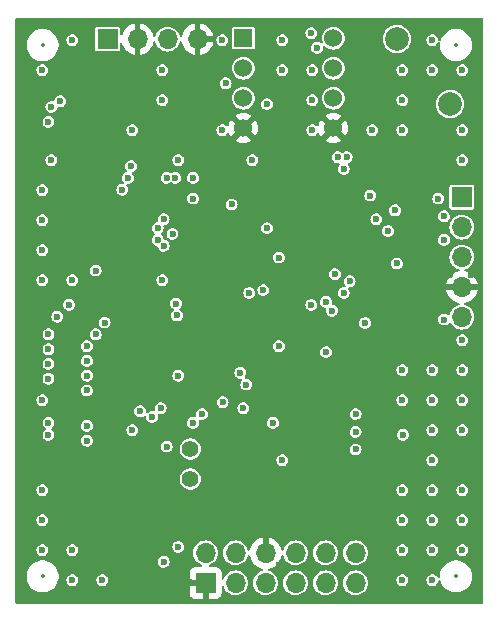
<source format=gbr>
%TF.GenerationSoftware,KiCad,Pcbnew,8.0.2*%
%TF.CreationDate,2024-06-08T00:27:40-04:00*%
%TF.ProjectId,EIS Board,45495320-426f-4617-9264-2e6b69636164,rev?*%
%TF.SameCoordinates,Original*%
%TF.FileFunction,Copper,L2,Inr*%
%TF.FilePolarity,Positive*%
%FSLAX46Y46*%
G04 Gerber Fmt 4.6, Leading zero omitted, Abs format (unit mm)*
G04 Created by KiCad (PCBNEW 8.0.2) date 2024-06-08 00:27:40*
%MOMM*%
%LPD*%
G01*
G04 APERTURE LIST*
%TA.AperFunction,ComponentPad*%
%ADD10C,1.524000*%
%TD*%
%TA.AperFunction,ComponentPad*%
%ADD11R,1.524000X1.524000*%
%TD*%
%TA.AperFunction,ComponentPad*%
%ADD12O,1.700000X1.700000*%
%TD*%
%TA.AperFunction,ComponentPad*%
%ADD13R,1.700000X1.700000*%
%TD*%
%TA.AperFunction,ComponentPad*%
%ADD14C,2.000000*%
%TD*%
%TA.AperFunction,ComponentPad*%
%ADD15C,1.400000*%
%TD*%
%TA.AperFunction,ViaPad*%
%ADD16C,0.600000*%
%TD*%
%ADD17C,0.300000*%
%ADD18C,0.350000*%
G04 APERTURE END LIST*
D10*
%TO.N,+3.3V*%
%TO.C,U9*%
X127120000Y-51920000D03*
%TO.N,Net-(U9--INB)*%
X127120000Y-54460000D03*
X127120000Y-57000000D03*
%TO.N,GND*%
X127120000Y-59540000D03*
X119500000Y-59540000D03*
%TO.N,Net-(U9-+INA)*%
X119500000Y-57000000D03*
%TO.N,+1V65*%
X119500000Y-54460000D03*
D11*
X119500000Y-51920000D03*
%TD*%
D12*
%TO.N,/R_TRANS+*%
%TO.C,J2*%
X138000000Y-75540000D03*
%TO.N,GND*%
X138000000Y-73000000D03*
%TO.N,/Reference*%
X138000000Y-70460000D03*
%TO.N,/Counter1*%
X138000000Y-67920000D03*
D13*
%TO.N,/Counter0*%
X138000000Y-65380000D03*
%TD*%
D12*
%TO.N,/2_3_Electrode*%
%TO.C,J3*%
X129000000Y-95500000D03*
%TO.N,/A2_CAL*%
X129000000Y-98040000D03*
%TO.N,/A1_TRANS*%
X126460000Y-95500000D03*
%TO.N,/A1_CAL*%
X126460000Y-98040000D03*
%TO.N,/A0_TRANS*%
X123920000Y-95500000D03*
%TO.N,/A0_CAL*%
X123920000Y-98040000D03*
%TO.N,GND*%
X121380000Y-95500000D03*
%TO.N,/A1_AMP*%
X121380000Y-98040000D03*
%TO.N,/SCL*%
X118840000Y-95500000D03*
%TO.N,/A0_AMP*%
X118840000Y-98040000D03*
%TO.N,/SDA*%
X116300000Y-95500000D03*
D13*
%TO.N,GND*%
X116300000Y-98040000D03*
%TD*%
D14*
%TO.N,/Adjusted_Output*%
%TO.C,TP5*%
X137000000Y-57500000D03*
%TD*%
%TO.N,+3.3V*%
%TO.C,TP7*%
X132500000Y-52000000D03*
%TD*%
D15*
%TO.N,Net-(JP1-B)*%
%TO.C,JP1*%
X115000000Y-86710000D03*
%TO.N,Net-(JP1-A)*%
X115000000Y-89250000D03*
%TD*%
D12*
%TO.N,GND*%
%TO.C,J1*%
X115620000Y-52000000D03*
%TO.N,+1V65*%
X113080000Y-52000000D03*
%TO.N,GND*%
X110540000Y-52000000D03*
D13*
%TO.N,VCC*%
X108000000Y-52000000D03*
%TD*%
D16*
%TO.N,/Adjusted_Output*%
X132350000Y-66500000D03*
%TO.N,+3.3V*%
X113800000Y-74400000D03*
X113900000Y-75400000D03*
X107000000Y-71600000D03*
X113000000Y-86500000D03*
X115250000Y-84500000D03*
X116000000Y-83750000D03*
X110750000Y-83500000D03*
X114000000Y-80500000D03*
X112500000Y-83250000D03*
X111750000Y-84000000D03*
X121500000Y-57500000D03*
X118000000Y-55750000D03*
%TO.N,GND*%
X107169329Y-83171530D03*
X108000000Y-85000000D03*
X114750000Y-74500000D03*
%TO.N,+3.3V*%
X136500000Y-75750000D03*
X136500000Y-69000000D03*
X138050000Y-95267750D03*
X138050000Y-92727750D03*
X138050000Y-90187750D03*
X138050000Y-85107750D03*
X138050000Y-82567750D03*
X138050000Y-80027750D03*
X138050000Y-77487750D03*
X138050000Y-62247750D03*
X138050000Y-59707750D03*
X138050000Y-54627750D03*
X135510000Y-97807750D03*
X135510000Y-95267750D03*
X135510000Y-92727750D03*
X135510000Y-90187750D03*
X135510000Y-87647750D03*
X135510000Y-85107750D03*
X135510000Y-82567750D03*
X135510000Y-80027750D03*
X135510000Y-54627750D03*
X135510000Y-52087750D03*
X132970000Y-97807750D03*
X132970000Y-95267750D03*
X132970000Y-92727750D03*
X132970000Y-90187750D03*
X132970000Y-82567750D03*
X132970000Y-80027750D03*
X132970000Y-59707750D03*
X132970000Y-57167750D03*
X132970000Y-54627750D03*
X130430000Y-59707750D03*
X125350000Y-59707750D03*
X125350000Y-57167750D03*
X125350000Y-54627750D03*
X122810000Y-87647750D03*
X122810000Y-54627750D03*
X122810000Y-52087750D03*
X120270000Y-62247750D03*
X117730000Y-59707750D03*
X117730000Y-52087750D03*
X112650000Y-72407750D03*
X112650000Y-57167750D03*
X112650000Y-54627750D03*
X110110000Y-85107750D03*
X110110000Y-59707750D03*
X107570000Y-97807750D03*
X105030000Y-97807750D03*
X105030000Y-95267750D03*
X105030000Y-72407750D03*
X105030000Y-52087750D03*
X102490000Y-95267750D03*
X102490000Y-92727750D03*
X102490000Y-90187750D03*
X102490000Y-82567750D03*
X102490000Y-72407750D03*
X102490000Y-69867750D03*
X102490000Y-67327750D03*
X102490000Y-64787750D03*
X102490000Y-54627750D03*
X132500000Y-71000000D03*
X131750000Y-68250000D03*
X125750000Y-52750000D03*
X125250000Y-51500000D03*
X103000000Y-59000000D03*
X103250000Y-57750000D03*
X104000000Y-57250000D03*
X104000000Y-57250000D03*
X103250000Y-62250000D03*
%TO.N,GND*%
X139250000Y-88000000D03*
X137000000Y-88000000D03*
X134000000Y-88000000D03*
X132500000Y-88000000D03*
X128750000Y-88000000D03*
X125000000Y-88000000D03*
X117250000Y-88000000D03*
X116500000Y-88000000D03*
X115750000Y-88000000D03*
X114500000Y-88000000D03*
X113750000Y-88000000D03*
X113000000Y-88000000D03*
X108500000Y-88000000D03*
X106250000Y-88000000D03*
X103000000Y-88000000D03*
X100750000Y-88000000D03*
%TO.N,+3.3V*%
X129000000Y-86750000D03*
X129000000Y-85250000D03*
X129000000Y-83750000D03*
X133000000Y-85500000D03*
X121500000Y-68000000D03*
X115250000Y-63750000D03*
X114000000Y-62250000D03*
X110000000Y-62750000D03*
X109750000Y-63750000D03*
X109250000Y-64750000D03*
X112750000Y-69500000D03*
X112250000Y-69000000D03*
X112250000Y-68000000D03*
X112750000Y-67250000D03*
X115250000Y-65500000D03*
X113750000Y-63750000D03*
X113000000Y-63750000D03*
%TO.N,GND*%
X123619975Y-70630025D03*
X128281802Y-71730329D03*
%TO.N,+3.3V*%
X112750000Y-96250000D03*
X114000000Y-95000000D03*
X104750000Y-74500000D03*
X103750000Y-75500000D03*
X103000000Y-77000000D03*
X103000000Y-78250000D03*
X103000000Y-79500000D03*
X103000000Y-80750000D03*
X103000000Y-85500000D03*
X103000000Y-84500000D03*
X106250000Y-86000000D03*
X106250000Y-84750000D03*
X107750000Y-76000000D03*
X107000000Y-77000000D03*
X106250000Y-78000000D03*
X106250000Y-79250000D03*
X106250000Y-80500000D03*
X106250000Y-81750000D03*
X130250000Y-65250000D03*
X130750000Y-67250000D03*
X117750000Y-82750000D03*
X119250000Y-80250000D03*
X119750000Y-81250000D03*
X119500000Y-83250000D03*
X128000000Y-63000000D03*
X128250000Y-62000000D03*
X127500000Y-62000000D03*
X129801615Y-76039470D03*
X126500000Y-74250000D03*
X127250000Y-71900000D03*
X127000000Y-75000000D03*
%TO.N,/R_TRANS+*%
X122500000Y-78000000D03*
%TO.N,GND*%
X120250000Y-65000000D03*
X121250000Y-66000000D03*
X138750000Y-72000000D03*
X130750000Y-55500000D03*
X129500000Y-56500000D03*
X110000000Y-53750000D03*
X110000000Y-56000000D03*
X111000000Y-55000000D03*
X115500000Y-62000000D03*
X112500000Y-62000000D03*
X106750000Y-58000000D03*
X107500000Y-60250000D03*
X107500000Y-59000000D03*
%TO.N,+1V65*%
X121199997Y-73250000D03*
%TO.N,GND*%
X122000000Y-73250000D03*
X135500000Y-74250000D03*
X111500000Y-95000000D03*
X114250000Y-91000000D03*
X125975000Y-90250000D03*
X124750000Y-89750000D03*
X125325000Y-90250000D03*
X118500000Y-86000000D03*
X131250000Y-64750000D03*
X116000000Y-77500000D03*
X137000000Y-72000000D03*
X111500000Y-64250000D03*
X110500000Y-65500000D03*
X109005450Y-68400126D03*
X122500000Y-96500000D03*
X115000000Y-98000000D03*
X133250000Y-69750000D03*
X136500000Y-72500000D03*
X133250000Y-68475000D03*
X131500000Y-62500000D03*
%TO.N,/R_AMP-*%
X118500000Y-66000000D03*
%TO.N,/R_AMP+*%
X113500000Y-68500000D03*
%TO.N,/R_TRANS-*%
X126500000Y-78500000D03*
%TO.N,/2_3_Electrode*%
X125246503Y-74511387D03*
%TO.N,/R_TRANS+*%
X128500000Y-72500000D03*
%TO.N,+1V65*%
X128000000Y-73500000D03*
X122500000Y-70500000D03*
%TO.N,/R_AMP-*%
X120000000Y-73500000D03*
%TO.N,/Counter0*%
X136000000Y-65500000D03*
%TO.N,/Counter1*%
X136500000Y-67000000D03*
%TO.N,Net-(JP1-B)*%
X122000000Y-84500000D03*
%TO.N,GND*%
X138950000Y-57047750D03*
X134450000Y-57047750D03*
X131450000Y-54047750D03*
X129950000Y-51047750D03*
X128450000Y-93047750D03*
X128450000Y-91547750D03*
X128450000Y-81047750D03*
X126950000Y-88547750D03*
X123950000Y-61547750D03*
X123950000Y-58547750D03*
X120950000Y-91547750D03*
X116450000Y-91547750D03*
X116450000Y-79547750D03*
X116450000Y-72047750D03*
X108950000Y-99047750D03*
X108950000Y-82547750D03*
X119450000Y-91547750D03*
X108950000Y-81047750D03*
X108950000Y-79547750D03*
X108950000Y-78047750D03*
X117950000Y-91547750D03*
X104450000Y-93047750D03*
X101450000Y-85547750D03*
X101450000Y-84047750D03*
X128450000Y-90047750D03*
X101450000Y-81047750D03*
X101450000Y-79547750D03*
X101450000Y-76547750D03*
X101450000Y-63047750D03*
X101450000Y-78047750D03*
X131450000Y-57047750D03*
X101450000Y-61547750D03*
X101450000Y-60047750D03*
X101450000Y-75047750D03*
X101450000Y-58547750D03*
X110450000Y-99047750D03*
X101450000Y-57047750D03*
X114100000Y-93600000D03*
%TD*%
%TA.AperFunction,Conductor*%
%TO.N,GND*%
G36*
X139758691Y-50219407D02*
G01*
X139794655Y-50268907D01*
X139799500Y-50299500D01*
X139799500Y-99700500D01*
X139780593Y-99758691D01*
X139731093Y-99794655D01*
X139700500Y-99799500D01*
X100299500Y-99799500D01*
X100241309Y-99780593D01*
X100205345Y-99731093D01*
X100200500Y-99700500D01*
X100200500Y-98937824D01*
X114949999Y-98937824D01*
X114956401Y-98997370D01*
X114956403Y-98997381D01*
X115006646Y-99132088D01*
X115006647Y-99132090D01*
X115092807Y-99247184D01*
X115092815Y-99247192D01*
X115207909Y-99333352D01*
X115207911Y-99333353D01*
X115342618Y-99383596D01*
X115342629Y-99383598D01*
X115402176Y-99390000D01*
X116049999Y-99390000D01*
X116050000Y-99389999D01*
X116050000Y-98473012D01*
X116107007Y-98505925D01*
X116234174Y-98540000D01*
X116365826Y-98540000D01*
X116492993Y-98505925D01*
X116550000Y-98473012D01*
X116550000Y-99389999D01*
X116550001Y-99390000D01*
X117197824Y-99390000D01*
X117257370Y-99383598D01*
X117257381Y-99383596D01*
X117392088Y-99333353D01*
X117392090Y-99333352D01*
X117507184Y-99247192D01*
X117507192Y-99247184D01*
X117593352Y-99132090D01*
X117593353Y-99132088D01*
X117643596Y-98997381D01*
X117643598Y-98997370D01*
X117650000Y-98937824D01*
X117650000Y-98403361D01*
X117668907Y-98345170D01*
X117718407Y-98309206D01*
X117779593Y-98309206D01*
X117829093Y-98345170D01*
X117843737Y-98374623D01*
X117864768Y-98443954D01*
X117962316Y-98626452D01*
X118068028Y-98755263D01*
X118093590Y-98786410D01*
X118093595Y-98786414D01*
X118253547Y-98917683D01*
X118253548Y-98917683D01*
X118253550Y-98917685D01*
X118436046Y-99015232D01*
X118573997Y-99057078D01*
X118634065Y-99075300D01*
X118634070Y-99075301D01*
X118839997Y-99095583D01*
X118840000Y-99095583D01*
X118840003Y-99095583D01*
X119045929Y-99075301D01*
X119045934Y-99075300D01*
X119243954Y-99015232D01*
X119426450Y-98917685D01*
X119586410Y-98786410D01*
X119717685Y-98626450D01*
X119815232Y-98443954D01*
X119875300Y-98245934D01*
X119875301Y-98245929D01*
X119895583Y-98040003D01*
X119895583Y-98039996D01*
X119875301Y-97834070D01*
X119875300Y-97834065D01*
X119837384Y-97709073D01*
X119815232Y-97636046D01*
X119717685Y-97453550D01*
X119694751Y-97425605D01*
X119586414Y-97293595D01*
X119586410Y-97293590D01*
X119451437Y-97182821D01*
X119426452Y-97162316D01*
X119243954Y-97064768D01*
X119045934Y-97004699D01*
X119045929Y-97004698D01*
X118840003Y-96984417D01*
X118839997Y-96984417D01*
X118634070Y-97004698D01*
X118634065Y-97004699D01*
X118436045Y-97064768D01*
X118253547Y-97162316D01*
X118093595Y-97293585D01*
X118093585Y-97293595D01*
X117962316Y-97453547D01*
X117864768Y-97636045D01*
X117843737Y-97705376D01*
X117808752Y-97755573D01*
X117750943Y-97775619D01*
X117692393Y-97757858D01*
X117655464Y-97709073D01*
X117650000Y-97676638D01*
X117650000Y-97142175D01*
X117643598Y-97082629D01*
X117643596Y-97082618D01*
X117593353Y-96947911D01*
X117593352Y-96947909D01*
X117507192Y-96832815D01*
X117507184Y-96832807D01*
X117392090Y-96746647D01*
X117392088Y-96746646D01*
X117257381Y-96696403D01*
X117257370Y-96696401D01*
X117197824Y-96690000D01*
X116663361Y-96690000D01*
X116605170Y-96671093D01*
X116569206Y-96621593D01*
X116569206Y-96560407D01*
X116605170Y-96510907D01*
X116634623Y-96496263D01*
X116703954Y-96475232D01*
X116886450Y-96377685D01*
X117046410Y-96246410D01*
X117177685Y-96086450D01*
X117275232Y-95903954D01*
X117335300Y-95705934D01*
X117335301Y-95705929D01*
X117355583Y-95500003D01*
X117355583Y-95499996D01*
X117784417Y-95499996D01*
X117784417Y-95500003D01*
X117804698Y-95705929D01*
X117804699Y-95705934D01*
X117864768Y-95903954D01*
X117962316Y-96086452D01*
X118092216Y-96244736D01*
X118093590Y-96246410D01*
X118097967Y-96250002D01*
X118253547Y-96377683D01*
X118253548Y-96377683D01*
X118253550Y-96377685D01*
X118436046Y-96475232D01*
X118553652Y-96510907D01*
X118634065Y-96535300D01*
X118634070Y-96535301D01*
X118839997Y-96555583D01*
X118840000Y-96555583D01*
X118840003Y-96555583D01*
X119045929Y-96535301D01*
X119045934Y-96535300D01*
X119059292Y-96531248D01*
X119243954Y-96475232D01*
X119426450Y-96377685D01*
X119586410Y-96246410D01*
X119717685Y-96086450D01*
X119815232Y-95903954D01*
X119860819Y-95753670D01*
X119895804Y-95703474D01*
X119953612Y-95683428D01*
X120012163Y-95701189D01*
X120049092Y-95749973D01*
X120051183Y-95756786D01*
X120106569Y-95963489D01*
X120206399Y-96177577D01*
X120341886Y-96371073D01*
X120508926Y-96538113D01*
X120702422Y-96673600D01*
X120916509Y-96773430D01*
X121123213Y-96828816D01*
X121174527Y-96862140D01*
X121196454Y-96919261D01*
X121180619Y-96978362D01*
X121133069Y-97016867D01*
X121126329Y-97019180D01*
X121030637Y-97048208D01*
X120976046Y-97064768D01*
X120976044Y-97064768D01*
X120976044Y-97064769D01*
X120793547Y-97162316D01*
X120633595Y-97293585D01*
X120633585Y-97293595D01*
X120502316Y-97453547D01*
X120404768Y-97636045D01*
X120344699Y-97834065D01*
X120344698Y-97834070D01*
X120324417Y-98039996D01*
X120324417Y-98040003D01*
X120344698Y-98245929D01*
X120344699Y-98245934D01*
X120404768Y-98443954D01*
X120502316Y-98626452D01*
X120608028Y-98755263D01*
X120633590Y-98786410D01*
X120633595Y-98786414D01*
X120793547Y-98917683D01*
X120793548Y-98917683D01*
X120793550Y-98917685D01*
X120976046Y-99015232D01*
X121113997Y-99057078D01*
X121174065Y-99075300D01*
X121174070Y-99075301D01*
X121379997Y-99095583D01*
X121380000Y-99095583D01*
X121380003Y-99095583D01*
X121585929Y-99075301D01*
X121585934Y-99075300D01*
X121783954Y-99015232D01*
X121966450Y-98917685D01*
X122126410Y-98786410D01*
X122257685Y-98626450D01*
X122355232Y-98443954D01*
X122415300Y-98245934D01*
X122415301Y-98245929D01*
X122435583Y-98040003D01*
X122435583Y-98039996D01*
X122864417Y-98039996D01*
X122864417Y-98040003D01*
X122884698Y-98245929D01*
X122884699Y-98245934D01*
X122944768Y-98443954D01*
X123042316Y-98626452D01*
X123148028Y-98755263D01*
X123173590Y-98786410D01*
X123173595Y-98786414D01*
X123333547Y-98917683D01*
X123333548Y-98917683D01*
X123333550Y-98917685D01*
X123516046Y-99015232D01*
X123653997Y-99057078D01*
X123714065Y-99075300D01*
X123714070Y-99075301D01*
X123919997Y-99095583D01*
X123920000Y-99095583D01*
X123920003Y-99095583D01*
X124125929Y-99075301D01*
X124125934Y-99075300D01*
X124323954Y-99015232D01*
X124506450Y-98917685D01*
X124666410Y-98786410D01*
X124797685Y-98626450D01*
X124895232Y-98443954D01*
X124955300Y-98245934D01*
X124955301Y-98245929D01*
X124975583Y-98040003D01*
X124975583Y-98039996D01*
X125404417Y-98039996D01*
X125404417Y-98040003D01*
X125424698Y-98245929D01*
X125424699Y-98245934D01*
X125484768Y-98443954D01*
X125582316Y-98626452D01*
X125688028Y-98755263D01*
X125713590Y-98786410D01*
X125713595Y-98786414D01*
X125873547Y-98917683D01*
X125873548Y-98917683D01*
X125873550Y-98917685D01*
X126056046Y-99015232D01*
X126193997Y-99057078D01*
X126254065Y-99075300D01*
X126254070Y-99075301D01*
X126459997Y-99095583D01*
X126460000Y-99095583D01*
X126460003Y-99095583D01*
X126665929Y-99075301D01*
X126665934Y-99075300D01*
X126863954Y-99015232D01*
X127046450Y-98917685D01*
X127206410Y-98786410D01*
X127337685Y-98626450D01*
X127435232Y-98443954D01*
X127495300Y-98245934D01*
X127495301Y-98245929D01*
X127515583Y-98040003D01*
X127515583Y-98039996D01*
X127944417Y-98039996D01*
X127944417Y-98040003D01*
X127964698Y-98245929D01*
X127964699Y-98245934D01*
X128024768Y-98443954D01*
X128122316Y-98626452D01*
X128228028Y-98755263D01*
X128253590Y-98786410D01*
X128253595Y-98786414D01*
X128413547Y-98917683D01*
X128413548Y-98917683D01*
X128413550Y-98917685D01*
X128596046Y-99015232D01*
X128733997Y-99057078D01*
X128794065Y-99075300D01*
X128794070Y-99075301D01*
X128999997Y-99095583D01*
X129000000Y-99095583D01*
X129000003Y-99095583D01*
X129205929Y-99075301D01*
X129205934Y-99075300D01*
X129403954Y-99015232D01*
X129586450Y-98917685D01*
X129746410Y-98786410D01*
X129877685Y-98626450D01*
X129975232Y-98443954D01*
X130035300Y-98245934D01*
X130035301Y-98245929D01*
X130055583Y-98040003D01*
X130055583Y-98039996D01*
X130035301Y-97834070D01*
X130035300Y-97834065D01*
X130027317Y-97807747D01*
X132464353Y-97807747D01*
X132464353Y-97807752D01*
X132484834Y-97950206D01*
X132525844Y-98040003D01*
X132544623Y-98081123D01*
X132638872Y-98189893D01*
X132638873Y-98189894D01*
X132759942Y-98267700D01*
X132759947Y-98267703D01*
X132835888Y-98290001D01*
X132898035Y-98308249D01*
X132898036Y-98308249D01*
X132898039Y-98308250D01*
X132898041Y-98308250D01*
X133041959Y-98308250D01*
X133041961Y-98308250D01*
X133180053Y-98267703D01*
X133301128Y-98189893D01*
X133395377Y-98081123D01*
X133455165Y-97950207D01*
X133471863Y-97834070D01*
X133475647Y-97807752D01*
X133475647Y-97807747D01*
X135004353Y-97807747D01*
X135004353Y-97807752D01*
X135024834Y-97950206D01*
X135065844Y-98040003D01*
X135084623Y-98081123D01*
X135178872Y-98189893D01*
X135178873Y-98189894D01*
X135299942Y-98267700D01*
X135299947Y-98267703D01*
X135375888Y-98290001D01*
X135438035Y-98308249D01*
X135438036Y-98308249D01*
X135438039Y-98308250D01*
X135438041Y-98308250D01*
X135581959Y-98308250D01*
X135581961Y-98308250D01*
X135720053Y-98267703D01*
X135841128Y-98189893D01*
X135935377Y-98081123D01*
X135995165Y-97950207D01*
X136004184Y-97887473D01*
X136031179Y-97832569D01*
X136085293Y-97804015D01*
X136145856Y-97812722D01*
X136189734Y-97855364D01*
X136196331Y-97870972D01*
X136244736Y-98019947D01*
X136341527Y-98209912D01*
X136341531Y-98209918D01*
X136466841Y-98382391D01*
X136466843Y-98382393D01*
X136466846Y-98382397D01*
X136617603Y-98533154D01*
X136617606Y-98533156D01*
X136617608Y-98533158D01*
X136790081Y-98658468D01*
X136790087Y-98658472D01*
X136980053Y-98755264D01*
X137182821Y-98821147D01*
X137182822Y-98821147D01*
X137182825Y-98821148D01*
X137393396Y-98854500D01*
X137393399Y-98854500D01*
X137606604Y-98854500D01*
X137817174Y-98821148D01*
X137817175Y-98821147D01*
X137817179Y-98821147D01*
X138019947Y-98755264D01*
X138209913Y-98658472D01*
X138382397Y-98533154D01*
X138533154Y-98382397D01*
X138658472Y-98209913D01*
X138755264Y-98019947D01*
X138821147Y-97817179D01*
X138822640Y-97807752D01*
X138854500Y-97606603D01*
X138854500Y-97393396D01*
X138821148Y-97182825D01*
X138821147Y-97182821D01*
X138755264Y-96980053D01*
X138658472Y-96790087D01*
X138629710Y-96750500D01*
X138533158Y-96617608D01*
X138533156Y-96617606D01*
X138533154Y-96617603D01*
X138382397Y-96466846D01*
X138382393Y-96466843D01*
X138382391Y-96466841D01*
X138209918Y-96341531D01*
X138209912Y-96341527D01*
X138019947Y-96244736D01*
X137817174Y-96178851D01*
X137606604Y-96145500D01*
X137606601Y-96145500D01*
X137393399Y-96145500D01*
X137393396Y-96145500D01*
X137182825Y-96178851D01*
X136980052Y-96244736D01*
X136790087Y-96341527D01*
X136790081Y-96341531D01*
X136617608Y-96466841D01*
X136466841Y-96617608D01*
X136341531Y-96790081D01*
X136341527Y-96790087D01*
X136244736Y-96980052D01*
X136178851Y-97182825D01*
X136145500Y-97393396D01*
X136145500Y-97539385D01*
X136126593Y-97597576D01*
X136077093Y-97633540D01*
X136015907Y-97633540D01*
X135966407Y-97597576D01*
X135956447Y-97580512D01*
X135935378Y-97534378D01*
X135903960Y-97498120D01*
X135841128Y-97425607D01*
X135841127Y-97425606D01*
X135841126Y-97425605D01*
X135720057Y-97347799D01*
X135720054Y-97347797D01*
X135720053Y-97347797D01*
X135720050Y-97347796D01*
X135581964Y-97307250D01*
X135581961Y-97307250D01*
X135438039Y-97307250D01*
X135438035Y-97307250D01*
X135299949Y-97347796D01*
X135299942Y-97347799D01*
X135178873Y-97425605D01*
X135084622Y-97534378D01*
X135024834Y-97665293D01*
X135004353Y-97807747D01*
X133475647Y-97807747D01*
X133455165Y-97665293D01*
X133416446Y-97580512D01*
X133395377Y-97534377D01*
X133301128Y-97425607D01*
X133301127Y-97425606D01*
X133301126Y-97425605D01*
X133180057Y-97347799D01*
X133180054Y-97347797D01*
X133180053Y-97347797D01*
X133180050Y-97347796D01*
X133041964Y-97307250D01*
X133041961Y-97307250D01*
X132898039Y-97307250D01*
X132898035Y-97307250D01*
X132759949Y-97347796D01*
X132759942Y-97347799D01*
X132638873Y-97425605D01*
X132544622Y-97534378D01*
X132484834Y-97665293D01*
X132464353Y-97807747D01*
X130027317Y-97807747D01*
X129997384Y-97709073D01*
X129975232Y-97636046D01*
X129877685Y-97453550D01*
X129854751Y-97425605D01*
X129746414Y-97293595D01*
X129746410Y-97293590D01*
X129611437Y-97182821D01*
X129586452Y-97162316D01*
X129403954Y-97064768D01*
X129205934Y-97004699D01*
X129205929Y-97004698D01*
X129000003Y-96984417D01*
X128999997Y-96984417D01*
X128794070Y-97004698D01*
X128794065Y-97004699D01*
X128596045Y-97064768D01*
X128413547Y-97162316D01*
X128253595Y-97293585D01*
X128253585Y-97293595D01*
X128122316Y-97453547D01*
X128024768Y-97636045D01*
X127964699Y-97834065D01*
X127964698Y-97834070D01*
X127944417Y-98039996D01*
X127515583Y-98039996D01*
X127495301Y-97834070D01*
X127495300Y-97834065D01*
X127457384Y-97709073D01*
X127435232Y-97636046D01*
X127337685Y-97453550D01*
X127314751Y-97425605D01*
X127206414Y-97293595D01*
X127206410Y-97293590D01*
X127071437Y-97182821D01*
X127046452Y-97162316D01*
X126863954Y-97064768D01*
X126665934Y-97004699D01*
X126665929Y-97004698D01*
X126460003Y-96984417D01*
X126459997Y-96984417D01*
X126254070Y-97004698D01*
X126254065Y-97004699D01*
X126056045Y-97064768D01*
X125873547Y-97162316D01*
X125713595Y-97293585D01*
X125713585Y-97293595D01*
X125582316Y-97453547D01*
X125484768Y-97636045D01*
X125424699Y-97834065D01*
X125424698Y-97834070D01*
X125404417Y-98039996D01*
X124975583Y-98039996D01*
X124955301Y-97834070D01*
X124955300Y-97834065D01*
X124917384Y-97709073D01*
X124895232Y-97636046D01*
X124797685Y-97453550D01*
X124774751Y-97425605D01*
X124666414Y-97293595D01*
X124666410Y-97293590D01*
X124531437Y-97182821D01*
X124506452Y-97162316D01*
X124323954Y-97064768D01*
X124125934Y-97004699D01*
X124125929Y-97004698D01*
X123920003Y-96984417D01*
X123919997Y-96984417D01*
X123714070Y-97004698D01*
X123714065Y-97004699D01*
X123516045Y-97064768D01*
X123333547Y-97162316D01*
X123173595Y-97293585D01*
X123173585Y-97293595D01*
X123042316Y-97453547D01*
X122944768Y-97636045D01*
X122884699Y-97834065D01*
X122884698Y-97834070D01*
X122864417Y-98039996D01*
X122435583Y-98039996D01*
X122415301Y-97834070D01*
X122415300Y-97834065D01*
X122377384Y-97709073D01*
X122355232Y-97636046D01*
X122257685Y-97453550D01*
X122234751Y-97425605D01*
X122126414Y-97293595D01*
X122126410Y-97293590D01*
X121991437Y-97182821D01*
X121966452Y-97162316D01*
X121783954Y-97064768D01*
X121633671Y-97019180D01*
X121583474Y-96984195D01*
X121563428Y-96926387D01*
X121581189Y-96867836D01*
X121629974Y-96830907D01*
X121636786Y-96828816D01*
X121843490Y-96773430D01*
X122057577Y-96673600D01*
X122251073Y-96538113D01*
X122418113Y-96371073D01*
X122553600Y-96177577D01*
X122653430Y-95963490D01*
X122708816Y-95756786D01*
X122742140Y-95705472D01*
X122799261Y-95683545D01*
X122858362Y-95699380D01*
X122896867Y-95746930D01*
X122899180Y-95753671D01*
X122944768Y-95903954D01*
X123042316Y-96086452D01*
X123172216Y-96244736D01*
X123173590Y-96246410D01*
X123177967Y-96250002D01*
X123333547Y-96377683D01*
X123333548Y-96377683D01*
X123333550Y-96377685D01*
X123516046Y-96475232D01*
X123633652Y-96510907D01*
X123714065Y-96535300D01*
X123714070Y-96535301D01*
X123919997Y-96555583D01*
X123920000Y-96555583D01*
X123920003Y-96555583D01*
X124125929Y-96535301D01*
X124125934Y-96535300D01*
X124139292Y-96531248D01*
X124323954Y-96475232D01*
X124506450Y-96377685D01*
X124666410Y-96246410D01*
X124797685Y-96086450D01*
X124895232Y-95903954D01*
X124955300Y-95705934D01*
X124955301Y-95705929D01*
X124975583Y-95500003D01*
X124975583Y-95499996D01*
X125404417Y-95499996D01*
X125404417Y-95500003D01*
X125424698Y-95705929D01*
X125424699Y-95705934D01*
X125484768Y-95903954D01*
X125582316Y-96086452D01*
X125712216Y-96244736D01*
X125713590Y-96246410D01*
X125717967Y-96250002D01*
X125873547Y-96377683D01*
X125873548Y-96377683D01*
X125873550Y-96377685D01*
X126056046Y-96475232D01*
X126173652Y-96510907D01*
X126254065Y-96535300D01*
X126254070Y-96535301D01*
X126459997Y-96555583D01*
X126460000Y-96555583D01*
X126460003Y-96555583D01*
X126665929Y-96535301D01*
X126665934Y-96535300D01*
X126679292Y-96531248D01*
X126863954Y-96475232D01*
X127046450Y-96377685D01*
X127206410Y-96246410D01*
X127337685Y-96086450D01*
X127435232Y-95903954D01*
X127495300Y-95705934D01*
X127495301Y-95705929D01*
X127515583Y-95500003D01*
X127515583Y-95499996D01*
X127944417Y-95499996D01*
X127944417Y-95500003D01*
X127964698Y-95705929D01*
X127964699Y-95705934D01*
X128024768Y-95903954D01*
X128122316Y-96086452D01*
X128252216Y-96244736D01*
X128253590Y-96246410D01*
X128257967Y-96250002D01*
X128413547Y-96377683D01*
X128413548Y-96377683D01*
X128413550Y-96377685D01*
X128596046Y-96475232D01*
X128713652Y-96510907D01*
X128794065Y-96535300D01*
X128794070Y-96535301D01*
X128999997Y-96555583D01*
X129000000Y-96555583D01*
X129000003Y-96555583D01*
X129205929Y-96535301D01*
X129205934Y-96535300D01*
X129219292Y-96531248D01*
X129403954Y-96475232D01*
X129586450Y-96377685D01*
X129746410Y-96246410D01*
X129877685Y-96086450D01*
X129975232Y-95903954D01*
X130035300Y-95705934D01*
X130035301Y-95705929D01*
X130055583Y-95500003D01*
X130055583Y-95499996D01*
X130035301Y-95294070D01*
X130035300Y-95294065D01*
X130027317Y-95267747D01*
X132464353Y-95267747D01*
X132464353Y-95267752D01*
X132484834Y-95410206D01*
X132525844Y-95500003D01*
X132544623Y-95541123D01*
X132638872Y-95649893D01*
X132638873Y-95649894D01*
X132759942Y-95727700D01*
X132759947Y-95727703D01*
X132848387Y-95753671D01*
X132898035Y-95768249D01*
X132898036Y-95768249D01*
X132898039Y-95768250D01*
X132898041Y-95768250D01*
X133041959Y-95768250D01*
X133041961Y-95768250D01*
X133180053Y-95727703D01*
X133301128Y-95649893D01*
X133395377Y-95541123D01*
X133455165Y-95410207D01*
X133468628Y-95316571D01*
X133475647Y-95267752D01*
X133475647Y-95267747D01*
X135004353Y-95267747D01*
X135004353Y-95267752D01*
X135024834Y-95410206D01*
X135065844Y-95500003D01*
X135084623Y-95541123D01*
X135178872Y-95649893D01*
X135178873Y-95649894D01*
X135299942Y-95727700D01*
X135299947Y-95727703D01*
X135388387Y-95753671D01*
X135438035Y-95768249D01*
X135438036Y-95768249D01*
X135438039Y-95768250D01*
X135438041Y-95768250D01*
X135581959Y-95768250D01*
X135581961Y-95768250D01*
X135720053Y-95727703D01*
X135841128Y-95649893D01*
X135935377Y-95541123D01*
X135995165Y-95410207D01*
X136008628Y-95316571D01*
X136015647Y-95267752D01*
X136015647Y-95267747D01*
X137544353Y-95267747D01*
X137544353Y-95267752D01*
X137564834Y-95410206D01*
X137605844Y-95500003D01*
X137624623Y-95541123D01*
X137718872Y-95649893D01*
X137718873Y-95649894D01*
X137839942Y-95727700D01*
X137839947Y-95727703D01*
X137928387Y-95753671D01*
X137978035Y-95768249D01*
X137978036Y-95768249D01*
X137978039Y-95768250D01*
X137978041Y-95768250D01*
X138121959Y-95768250D01*
X138121961Y-95768250D01*
X138260053Y-95727703D01*
X138381128Y-95649893D01*
X138475377Y-95541123D01*
X138535165Y-95410207D01*
X138548628Y-95316571D01*
X138555647Y-95267752D01*
X138555647Y-95267747D01*
X138535165Y-95125293D01*
X138494616Y-95036504D01*
X138475377Y-94994377D01*
X138381128Y-94885607D01*
X138381127Y-94885606D01*
X138381126Y-94885605D01*
X138260057Y-94807799D01*
X138260054Y-94807797D01*
X138260053Y-94807797D01*
X138260050Y-94807796D01*
X138121964Y-94767250D01*
X138121961Y-94767250D01*
X137978039Y-94767250D01*
X137978035Y-94767250D01*
X137839949Y-94807796D01*
X137839942Y-94807799D01*
X137718873Y-94885605D01*
X137624622Y-94994378D01*
X137564834Y-95125293D01*
X137544353Y-95267747D01*
X136015647Y-95267747D01*
X135995165Y-95125293D01*
X135954616Y-95036504D01*
X135935377Y-94994377D01*
X135841128Y-94885607D01*
X135841127Y-94885606D01*
X135841126Y-94885605D01*
X135720057Y-94807799D01*
X135720054Y-94807797D01*
X135720053Y-94807797D01*
X135720050Y-94807796D01*
X135581964Y-94767250D01*
X135581961Y-94767250D01*
X135438039Y-94767250D01*
X135438035Y-94767250D01*
X135299949Y-94807796D01*
X135299942Y-94807799D01*
X135178873Y-94885605D01*
X135084622Y-94994378D01*
X135024834Y-95125293D01*
X135004353Y-95267747D01*
X133475647Y-95267747D01*
X133455165Y-95125293D01*
X133414616Y-95036504D01*
X133395377Y-94994377D01*
X133301128Y-94885607D01*
X133301127Y-94885606D01*
X133301126Y-94885605D01*
X133180057Y-94807799D01*
X133180054Y-94807797D01*
X133180053Y-94807797D01*
X133180050Y-94807796D01*
X133041964Y-94767250D01*
X133041961Y-94767250D01*
X132898039Y-94767250D01*
X132898035Y-94767250D01*
X132759949Y-94807796D01*
X132759942Y-94807799D01*
X132638873Y-94885605D01*
X132544622Y-94994378D01*
X132484834Y-95125293D01*
X132464353Y-95267747D01*
X130027317Y-95267747D01*
X129989310Y-95142456D01*
X129975232Y-95096046D01*
X129877685Y-94913550D01*
X129854751Y-94885605D01*
X129746414Y-94753595D01*
X129746410Y-94753590D01*
X129713557Y-94726628D01*
X129586452Y-94622316D01*
X129403954Y-94524768D01*
X129205934Y-94464699D01*
X129205929Y-94464698D01*
X129000003Y-94444417D01*
X128999997Y-94444417D01*
X128794070Y-94464698D01*
X128794065Y-94464699D01*
X128596045Y-94524768D01*
X128413547Y-94622316D01*
X128253595Y-94753585D01*
X128253585Y-94753595D01*
X128122316Y-94913547D01*
X128024768Y-95096045D01*
X127964699Y-95294065D01*
X127964698Y-95294070D01*
X127944417Y-95499996D01*
X127515583Y-95499996D01*
X127495301Y-95294070D01*
X127495300Y-95294065D01*
X127449310Y-95142456D01*
X127435232Y-95096046D01*
X127337685Y-94913550D01*
X127314751Y-94885605D01*
X127206414Y-94753595D01*
X127206410Y-94753590D01*
X127173557Y-94726628D01*
X127046452Y-94622316D01*
X126863954Y-94524768D01*
X126665934Y-94464699D01*
X126665929Y-94464698D01*
X126460003Y-94444417D01*
X126459997Y-94444417D01*
X126254070Y-94464698D01*
X126254065Y-94464699D01*
X126056045Y-94524768D01*
X125873547Y-94622316D01*
X125713595Y-94753585D01*
X125713585Y-94753595D01*
X125582316Y-94913547D01*
X125484768Y-95096045D01*
X125424699Y-95294065D01*
X125424698Y-95294070D01*
X125404417Y-95499996D01*
X124975583Y-95499996D01*
X124955301Y-95294070D01*
X124955300Y-95294065D01*
X124909310Y-95142456D01*
X124895232Y-95096046D01*
X124797685Y-94913550D01*
X124774751Y-94885605D01*
X124666414Y-94753595D01*
X124666410Y-94753590D01*
X124633557Y-94726628D01*
X124506452Y-94622316D01*
X124323954Y-94524768D01*
X124125934Y-94464699D01*
X124125929Y-94464698D01*
X123920003Y-94444417D01*
X123919997Y-94444417D01*
X123714070Y-94464698D01*
X123714065Y-94464699D01*
X123516045Y-94524768D01*
X123333547Y-94622316D01*
X123173595Y-94753585D01*
X123173585Y-94753595D01*
X123042316Y-94913547D01*
X122944769Y-95096044D01*
X122899180Y-95246329D01*
X122864195Y-95296525D01*
X122806386Y-95316571D01*
X122747836Y-95298810D01*
X122710907Y-95250025D01*
X122708816Y-95243213D01*
X122653429Y-95036504D01*
X122553605Y-94822432D01*
X122553601Y-94822424D01*
X122418113Y-94628926D01*
X122251073Y-94461886D01*
X122057577Y-94326399D01*
X121843489Y-94226569D01*
X121630000Y-94169364D01*
X121630000Y-95066988D01*
X121572993Y-95034075D01*
X121445826Y-95000000D01*
X121314174Y-95000000D01*
X121187007Y-95034075D01*
X121130000Y-95066988D01*
X121130000Y-94169364D01*
X120916505Y-94226570D01*
X120702432Y-94326394D01*
X120702424Y-94326398D01*
X120508926Y-94461886D01*
X120341886Y-94628926D01*
X120206398Y-94822424D01*
X120206394Y-94822432D01*
X120106570Y-95036505D01*
X120051183Y-95243213D01*
X120017859Y-95294527D01*
X119960737Y-95316454D01*
X119901637Y-95300618D01*
X119863132Y-95253068D01*
X119860819Y-95246328D01*
X119829310Y-95142456D01*
X119815232Y-95096046D01*
X119717685Y-94913550D01*
X119694751Y-94885605D01*
X119586414Y-94753595D01*
X119586410Y-94753590D01*
X119553557Y-94726628D01*
X119426452Y-94622316D01*
X119243954Y-94524768D01*
X119045934Y-94464699D01*
X119045929Y-94464698D01*
X118840003Y-94444417D01*
X118839997Y-94444417D01*
X118634070Y-94464698D01*
X118634065Y-94464699D01*
X118436045Y-94524768D01*
X118253547Y-94622316D01*
X118093595Y-94753585D01*
X118093585Y-94753595D01*
X117962316Y-94913547D01*
X117864768Y-95096045D01*
X117804699Y-95294065D01*
X117804698Y-95294070D01*
X117784417Y-95499996D01*
X117355583Y-95499996D01*
X117335301Y-95294070D01*
X117335300Y-95294065D01*
X117289310Y-95142456D01*
X117275232Y-95096046D01*
X117177685Y-94913550D01*
X117154751Y-94885605D01*
X117046414Y-94753595D01*
X117046410Y-94753590D01*
X117013557Y-94726628D01*
X116886452Y-94622316D01*
X116703954Y-94524768D01*
X116505934Y-94464699D01*
X116505929Y-94464698D01*
X116300003Y-94444417D01*
X116299997Y-94444417D01*
X116094070Y-94464698D01*
X116094065Y-94464699D01*
X115896045Y-94524768D01*
X115713547Y-94622316D01*
X115553595Y-94753585D01*
X115553585Y-94753595D01*
X115422316Y-94913547D01*
X115324768Y-95096045D01*
X115264699Y-95294065D01*
X115264698Y-95294070D01*
X115244417Y-95499996D01*
X115244417Y-95500003D01*
X115264698Y-95705929D01*
X115264699Y-95705934D01*
X115324768Y-95903954D01*
X115422316Y-96086452D01*
X115552216Y-96244736D01*
X115553590Y-96246410D01*
X115557967Y-96250002D01*
X115713547Y-96377683D01*
X115713548Y-96377683D01*
X115713550Y-96377685D01*
X115896046Y-96475232D01*
X115965377Y-96496263D01*
X116015574Y-96531248D01*
X116035620Y-96589056D01*
X116017859Y-96647607D01*
X115969075Y-96684536D01*
X115936639Y-96690000D01*
X115402176Y-96690000D01*
X115342629Y-96696401D01*
X115342618Y-96696403D01*
X115207911Y-96746646D01*
X115207909Y-96746647D01*
X115092815Y-96832807D01*
X115092807Y-96832815D01*
X115006647Y-96947909D01*
X115006646Y-96947911D01*
X114956403Y-97082618D01*
X114956401Y-97082629D01*
X114950000Y-97142175D01*
X114950000Y-97789999D01*
X114950001Y-97790000D01*
X115866988Y-97790000D01*
X115834075Y-97847007D01*
X115800000Y-97974174D01*
X115800000Y-98105826D01*
X115834075Y-98232993D01*
X115866988Y-98290000D01*
X114950001Y-98290000D01*
X114950000Y-98290001D01*
X114950000Y-98937824D01*
X114949999Y-98937824D01*
X100200500Y-98937824D01*
X100200500Y-97393396D01*
X101145500Y-97393396D01*
X101145500Y-97606603D01*
X101178851Y-97817174D01*
X101244736Y-98019947D01*
X101341527Y-98209912D01*
X101341531Y-98209918D01*
X101466841Y-98382391D01*
X101466843Y-98382393D01*
X101466846Y-98382397D01*
X101617603Y-98533154D01*
X101617606Y-98533156D01*
X101617608Y-98533158D01*
X101790081Y-98658468D01*
X101790087Y-98658472D01*
X101980053Y-98755264D01*
X102182821Y-98821147D01*
X102182822Y-98821147D01*
X102182825Y-98821148D01*
X102393396Y-98854500D01*
X102393399Y-98854500D01*
X102606604Y-98854500D01*
X102817174Y-98821148D01*
X102817175Y-98821147D01*
X102817179Y-98821147D01*
X103019947Y-98755264D01*
X103209913Y-98658472D01*
X103382397Y-98533154D01*
X103533154Y-98382397D01*
X103658472Y-98209913D01*
X103755264Y-98019947D01*
X103821147Y-97817179D01*
X103822640Y-97807752D01*
X103822641Y-97807747D01*
X104524353Y-97807747D01*
X104524353Y-97807752D01*
X104544834Y-97950206D01*
X104585844Y-98040003D01*
X104604623Y-98081123D01*
X104698872Y-98189893D01*
X104698873Y-98189894D01*
X104819942Y-98267700D01*
X104819947Y-98267703D01*
X104895888Y-98290001D01*
X104958035Y-98308249D01*
X104958036Y-98308249D01*
X104958039Y-98308250D01*
X104958041Y-98308250D01*
X105101959Y-98308250D01*
X105101961Y-98308250D01*
X105240053Y-98267703D01*
X105361128Y-98189893D01*
X105455377Y-98081123D01*
X105515165Y-97950207D01*
X105531863Y-97834070D01*
X105535647Y-97807752D01*
X105535647Y-97807747D01*
X107064353Y-97807747D01*
X107064353Y-97807752D01*
X107084834Y-97950206D01*
X107125844Y-98040003D01*
X107144623Y-98081123D01*
X107238872Y-98189893D01*
X107238873Y-98189894D01*
X107359942Y-98267700D01*
X107359947Y-98267703D01*
X107435888Y-98290001D01*
X107498035Y-98308249D01*
X107498036Y-98308249D01*
X107498039Y-98308250D01*
X107498041Y-98308250D01*
X107641959Y-98308250D01*
X107641961Y-98308250D01*
X107780053Y-98267703D01*
X107901128Y-98189893D01*
X107995377Y-98081123D01*
X108055165Y-97950207D01*
X108071863Y-97834070D01*
X108075647Y-97807752D01*
X108075647Y-97807747D01*
X108055165Y-97665293D01*
X108016446Y-97580512D01*
X107995377Y-97534377D01*
X107901128Y-97425607D01*
X107901127Y-97425606D01*
X107901126Y-97425605D01*
X107780057Y-97347799D01*
X107780054Y-97347797D01*
X107780053Y-97347797D01*
X107780050Y-97347796D01*
X107641964Y-97307250D01*
X107641961Y-97307250D01*
X107498039Y-97307250D01*
X107498035Y-97307250D01*
X107359949Y-97347796D01*
X107359942Y-97347799D01*
X107238873Y-97425605D01*
X107144622Y-97534378D01*
X107084834Y-97665293D01*
X107064353Y-97807747D01*
X105535647Y-97807747D01*
X105515165Y-97665293D01*
X105476446Y-97580512D01*
X105455377Y-97534377D01*
X105361128Y-97425607D01*
X105361127Y-97425606D01*
X105361126Y-97425605D01*
X105240057Y-97347799D01*
X105240054Y-97347797D01*
X105240053Y-97347797D01*
X105240050Y-97347796D01*
X105101964Y-97307250D01*
X105101961Y-97307250D01*
X104958039Y-97307250D01*
X104958035Y-97307250D01*
X104819949Y-97347796D01*
X104819942Y-97347799D01*
X104698873Y-97425605D01*
X104604622Y-97534378D01*
X104544834Y-97665293D01*
X104524353Y-97807747D01*
X103822641Y-97807747D01*
X103854500Y-97606603D01*
X103854500Y-97393396D01*
X103821148Y-97182825D01*
X103821147Y-97182821D01*
X103755264Y-96980053D01*
X103658472Y-96790087D01*
X103629710Y-96750500D01*
X103533158Y-96617608D01*
X103533156Y-96617606D01*
X103533154Y-96617603D01*
X103382397Y-96466846D01*
X103382393Y-96466843D01*
X103382391Y-96466841D01*
X103209918Y-96341531D01*
X103209912Y-96341527D01*
X103030272Y-96249997D01*
X112244353Y-96249997D01*
X112244353Y-96250002D01*
X112264834Y-96392456D01*
X112302637Y-96475231D01*
X112324623Y-96523373D01*
X112418872Y-96632143D01*
X112418873Y-96632144D01*
X112539942Y-96709950D01*
X112539947Y-96709953D01*
X112646403Y-96741211D01*
X112678035Y-96750499D01*
X112678036Y-96750499D01*
X112678039Y-96750500D01*
X112678041Y-96750500D01*
X112821959Y-96750500D01*
X112821961Y-96750500D01*
X112960053Y-96709953D01*
X113081128Y-96632143D01*
X113175377Y-96523373D01*
X113235165Y-96392457D01*
X113255647Y-96250000D01*
X113255131Y-96246414D01*
X113235165Y-96107543D01*
X113175377Y-95976628D01*
X113175377Y-95976627D01*
X113081128Y-95867857D01*
X113081127Y-95867856D01*
X113081126Y-95867855D01*
X112960057Y-95790049D01*
X112960054Y-95790047D01*
X112960053Y-95790047D01*
X112960050Y-95790046D01*
X112821964Y-95749500D01*
X112821961Y-95749500D01*
X112678039Y-95749500D01*
X112678035Y-95749500D01*
X112539949Y-95790046D01*
X112539942Y-95790049D01*
X112418873Y-95867855D01*
X112324622Y-95976628D01*
X112264834Y-96107543D01*
X112244353Y-96249997D01*
X103030272Y-96249997D01*
X103019947Y-96244736D01*
X102817174Y-96178851D01*
X102606604Y-96145500D01*
X102606601Y-96145500D01*
X102393399Y-96145500D01*
X102393396Y-96145500D01*
X102182825Y-96178851D01*
X101980052Y-96244736D01*
X101790087Y-96341527D01*
X101790081Y-96341531D01*
X101617608Y-96466841D01*
X101466841Y-96617608D01*
X101341531Y-96790081D01*
X101341527Y-96790087D01*
X101244736Y-96980052D01*
X101178851Y-97182825D01*
X101145500Y-97393396D01*
X100200500Y-97393396D01*
X100200500Y-95267747D01*
X101984353Y-95267747D01*
X101984353Y-95267752D01*
X102004834Y-95410206D01*
X102045844Y-95500003D01*
X102064623Y-95541123D01*
X102158872Y-95649893D01*
X102158873Y-95649894D01*
X102279942Y-95727700D01*
X102279947Y-95727703D01*
X102368387Y-95753671D01*
X102418035Y-95768249D01*
X102418036Y-95768249D01*
X102418039Y-95768250D01*
X102418041Y-95768250D01*
X102561959Y-95768250D01*
X102561961Y-95768250D01*
X102700053Y-95727703D01*
X102821128Y-95649893D01*
X102915377Y-95541123D01*
X102975165Y-95410207D01*
X102988628Y-95316571D01*
X102995647Y-95267752D01*
X102995647Y-95267747D01*
X104524353Y-95267747D01*
X104524353Y-95267752D01*
X104544834Y-95410206D01*
X104585844Y-95500003D01*
X104604623Y-95541123D01*
X104698872Y-95649893D01*
X104698873Y-95649894D01*
X104819942Y-95727700D01*
X104819947Y-95727703D01*
X104908387Y-95753671D01*
X104958035Y-95768249D01*
X104958036Y-95768249D01*
X104958039Y-95768250D01*
X104958041Y-95768250D01*
X105101959Y-95768250D01*
X105101961Y-95768250D01*
X105240053Y-95727703D01*
X105361128Y-95649893D01*
X105455377Y-95541123D01*
X105515165Y-95410207D01*
X105528628Y-95316571D01*
X105535647Y-95267752D01*
X105535647Y-95267747D01*
X105515165Y-95125293D01*
X105474616Y-95036504D01*
X105457944Y-94999997D01*
X113494353Y-94999997D01*
X113494353Y-95000002D01*
X113514834Y-95142456D01*
X113537914Y-95192993D01*
X113574623Y-95273373D01*
X113598231Y-95300618D01*
X113668873Y-95382144D01*
X113749834Y-95434174D01*
X113789947Y-95459953D01*
X113896403Y-95491211D01*
X113928035Y-95500499D01*
X113928036Y-95500499D01*
X113928039Y-95500500D01*
X113928041Y-95500500D01*
X114071959Y-95500500D01*
X114071961Y-95500500D01*
X114210053Y-95459953D01*
X114331128Y-95382143D01*
X114425377Y-95273373D01*
X114485165Y-95142457D01*
X114491992Y-95094971D01*
X114505647Y-95000002D01*
X114505647Y-94999997D01*
X114485165Y-94857543D01*
X114469130Y-94822432D01*
X114425377Y-94726627D01*
X114331128Y-94617857D01*
X114331127Y-94617856D01*
X114331126Y-94617855D01*
X114210057Y-94540049D01*
X114210054Y-94540047D01*
X114210053Y-94540047D01*
X114210050Y-94540046D01*
X114071964Y-94499500D01*
X114071961Y-94499500D01*
X113928039Y-94499500D01*
X113928035Y-94499500D01*
X113789949Y-94540046D01*
X113789942Y-94540049D01*
X113668873Y-94617855D01*
X113574622Y-94726628D01*
X113514834Y-94857543D01*
X113494353Y-94999997D01*
X105457944Y-94999997D01*
X105455377Y-94994377D01*
X105361128Y-94885607D01*
X105361127Y-94885606D01*
X105361126Y-94885605D01*
X105240057Y-94807799D01*
X105240054Y-94807797D01*
X105240053Y-94807797D01*
X105240050Y-94807796D01*
X105101964Y-94767250D01*
X105101961Y-94767250D01*
X104958039Y-94767250D01*
X104958035Y-94767250D01*
X104819949Y-94807796D01*
X104819942Y-94807799D01*
X104698873Y-94885605D01*
X104604622Y-94994378D01*
X104544834Y-95125293D01*
X104524353Y-95267747D01*
X102995647Y-95267747D01*
X102975165Y-95125293D01*
X102934616Y-95036504D01*
X102915377Y-94994377D01*
X102821128Y-94885607D01*
X102821127Y-94885606D01*
X102821126Y-94885605D01*
X102700057Y-94807799D01*
X102700054Y-94807797D01*
X102700053Y-94807797D01*
X102700050Y-94807796D01*
X102561964Y-94767250D01*
X102561961Y-94767250D01*
X102418039Y-94767250D01*
X102418035Y-94767250D01*
X102279949Y-94807796D01*
X102279942Y-94807799D01*
X102158873Y-94885605D01*
X102064622Y-94994378D01*
X102004834Y-95125293D01*
X101984353Y-95267747D01*
X100200500Y-95267747D01*
X100200500Y-92727747D01*
X101984353Y-92727747D01*
X101984353Y-92727752D01*
X102004834Y-92870206D01*
X102064622Y-93001121D01*
X102064623Y-93001123D01*
X102158872Y-93109893D01*
X102158873Y-93109894D01*
X102279942Y-93187700D01*
X102279947Y-93187703D01*
X102386403Y-93218961D01*
X102418035Y-93228249D01*
X102418036Y-93228249D01*
X102418039Y-93228250D01*
X102418041Y-93228250D01*
X102561959Y-93228250D01*
X102561961Y-93228250D01*
X102700053Y-93187703D01*
X102821128Y-93109893D01*
X102915377Y-93001123D01*
X102975165Y-92870207D01*
X102995647Y-92727750D01*
X102995647Y-92727747D01*
X132464353Y-92727747D01*
X132464353Y-92727752D01*
X132484834Y-92870206D01*
X132544622Y-93001121D01*
X132544623Y-93001123D01*
X132638872Y-93109893D01*
X132638873Y-93109894D01*
X132759942Y-93187700D01*
X132759947Y-93187703D01*
X132866403Y-93218961D01*
X132898035Y-93228249D01*
X132898036Y-93228249D01*
X132898039Y-93228250D01*
X132898041Y-93228250D01*
X133041959Y-93228250D01*
X133041961Y-93228250D01*
X133180053Y-93187703D01*
X133301128Y-93109893D01*
X133395377Y-93001123D01*
X133455165Y-92870207D01*
X133475647Y-92727750D01*
X133475647Y-92727747D01*
X135004353Y-92727747D01*
X135004353Y-92727752D01*
X135024834Y-92870206D01*
X135084622Y-93001121D01*
X135084623Y-93001123D01*
X135178872Y-93109893D01*
X135178873Y-93109894D01*
X135299942Y-93187700D01*
X135299947Y-93187703D01*
X135406403Y-93218961D01*
X135438035Y-93228249D01*
X135438036Y-93228249D01*
X135438039Y-93228250D01*
X135438041Y-93228250D01*
X135581959Y-93228250D01*
X135581961Y-93228250D01*
X135720053Y-93187703D01*
X135841128Y-93109893D01*
X135935377Y-93001123D01*
X135995165Y-92870207D01*
X136015647Y-92727750D01*
X136015647Y-92727747D01*
X137544353Y-92727747D01*
X137544353Y-92727752D01*
X137564834Y-92870206D01*
X137624622Y-93001121D01*
X137624623Y-93001123D01*
X137718872Y-93109893D01*
X137718873Y-93109894D01*
X137839942Y-93187700D01*
X137839947Y-93187703D01*
X137946403Y-93218961D01*
X137978035Y-93228249D01*
X137978036Y-93228249D01*
X137978039Y-93228250D01*
X137978041Y-93228250D01*
X138121959Y-93228250D01*
X138121961Y-93228250D01*
X138260053Y-93187703D01*
X138381128Y-93109893D01*
X138475377Y-93001123D01*
X138535165Y-92870207D01*
X138555647Y-92727750D01*
X138535165Y-92585293D01*
X138475377Y-92454377D01*
X138381128Y-92345607D01*
X138381127Y-92345606D01*
X138381126Y-92345605D01*
X138260057Y-92267799D01*
X138260054Y-92267797D01*
X138260053Y-92267797D01*
X138260050Y-92267796D01*
X138121964Y-92227250D01*
X138121961Y-92227250D01*
X137978039Y-92227250D01*
X137978035Y-92227250D01*
X137839949Y-92267796D01*
X137839942Y-92267799D01*
X137718873Y-92345605D01*
X137624622Y-92454378D01*
X137564834Y-92585293D01*
X137544353Y-92727747D01*
X136015647Y-92727747D01*
X135995165Y-92585293D01*
X135935377Y-92454377D01*
X135841128Y-92345607D01*
X135841127Y-92345606D01*
X135841126Y-92345605D01*
X135720057Y-92267799D01*
X135720054Y-92267797D01*
X135720053Y-92267797D01*
X135720050Y-92267796D01*
X135581964Y-92227250D01*
X135581961Y-92227250D01*
X135438039Y-92227250D01*
X135438035Y-92227250D01*
X135299949Y-92267796D01*
X135299942Y-92267799D01*
X135178873Y-92345605D01*
X135084622Y-92454378D01*
X135024834Y-92585293D01*
X135004353Y-92727747D01*
X133475647Y-92727747D01*
X133455165Y-92585293D01*
X133395377Y-92454377D01*
X133301128Y-92345607D01*
X133301127Y-92345606D01*
X133301126Y-92345605D01*
X133180057Y-92267799D01*
X133180054Y-92267797D01*
X133180053Y-92267797D01*
X133180050Y-92267796D01*
X133041964Y-92227250D01*
X133041961Y-92227250D01*
X132898039Y-92227250D01*
X132898035Y-92227250D01*
X132759949Y-92267796D01*
X132759942Y-92267799D01*
X132638873Y-92345605D01*
X132544622Y-92454378D01*
X132484834Y-92585293D01*
X132464353Y-92727747D01*
X102995647Y-92727747D01*
X102975165Y-92585293D01*
X102915377Y-92454377D01*
X102821128Y-92345607D01*
X102821127Y-92345606D01*
X102821126Y-92345605D01*
X102700057Y-92267799D01*
X102700054Y-92267797D01*
X102700053Y-92267797D01*
X102700050Y-92267796D01*
X102561964Y-92227250D01*
X102561961Y-92227250D01*
X102418039Y-92227250D01*
X102418035Y-92227250D01*
X102279949Y-92267796D01*
X102279942Y-92267799D01*
X102158873Y-92345605D01*
X102064622Y-92454378D01*
X102004834Y-92585293D01*
X101984353Y-92727747D01*
X100200500Y-92727747D01*
X100200500Y-90187747D01*
X101984353Y-90187747D01*
X101984353Y-90187752D01*
X102004834Y-90330206D01*
X102064622Y-90461121D01*
X102064623Y-90461123D01*
X102158872Y-90569893D01*
X102158873Y-90569894D01*
X102279942Y-90647700D01*
X102279947Y-90647703D01*
X102386403Y-90678961D01*
X102418035Y-90688249D01*
X102418036Y-90688249D01*
X102418039Y-90688250D01*
X102418041Y-90688250D01*
X102561959Y-90688250D01*
X102561961Y-90688250D01*
X102700053Y-90647703D01*
X102821128Y-90569893D01*
X102915377Y-90461123D01*
X102975165Y-90330207D01*
X102995647Y-90187750D01*
X102995647Y-90187747D01*
X132464353Y-90187747D01*
X132464353Y-90187752D01*
X132484834Y-90330206D01*
X132544622Y-90461121D01*
X132544623Y-90461123D01*
X132638872Y-90569893D01*
X132638873Y-90569894D01*
X132759942Y-90647700D01*
X132759947Y-90647703D01*
X132866403Y-90678961D01*
X132898035Y-90688249D01*
X132898036Y-90688249D01*
X132898039Y-90688250D01*
X132898041Y-90688250D01*
X133041959Y-90688250D01*
X133041961Y-90688250D01*
X133180053Y-90647703D01*
X133301128Y-90569893D01*
X133395377Y-90461123D01*
X133455165Y-90330207D01*
X133475647Y-90187750D01*
X133475647Y-90187747D01*
X135004353Y-90187747D01*
X135004353Y-90187752D01*
X135024834Y-90330206D01*
X135084622Y-90461121D01*
X135084623Y-90461123D01*
X135178872Y-90569893D01*
X135178873Y-90569894D01*
X135299942Y-90647700D01*
X135299947Y-90647703D01*
X135406403Y-90678961D01*
X135438035Y-90688249D01*
X135438036Y-90688249D01*
X135438039Y-90688250D01*
X135438041Y-90688250D01*
X135581959Y-90688250D01*
X135581961Y-90688250D01*
X135720053Y-90647703D01*
X135841128Y-90569893D01*
X135935377Y-90461123D01*
X135995165Y-90330207D01*
X136015647Y-90187750D01*
X136015647Y-90187747D01*
X137544353Y-90187747D01*
X137544353Y-90187752D01*
X137564834Y-90330206D01*
X137624622Y-90461121D01*
X137624623Y-90461123D01*
X137718872Y-90569893D01*
X137718873Y-90569894D01*
X137839942Y-90647700D01*
X137839947Y-90647703D01*
X137946403Y-90678961D01*
X137978035Y-90688249D01*
X137978036Y-90688249D01*
X137978039Y-90688250D01*
X137978041Y-90688250D01*
X138121959Y-90688250D01*
X138121961Y-90688250D01*
X138260053Y-90647703D01*
X138381128Y-90569893D01*
X138475377Y-90461123D01*
X138535165Y-90330207D01*
X138555647Y-90187750D01*
X138550291Y-90150500D01*
X138535165Y-90045293D01*
X138530076Y-90034149D01*
X138475377Y-89914377D01*
X138381128Y-89805607D01*
X138381127Y-89805606D01*
X138381126Y-89805605D01*
X138260057Y-89727799D01*
X138260054Y-89727797D01*
X138260053Y-89727797D01*
X138260050Y-89727796D01*
X138121964Y-89687250D01*
X138121961Y-89687250D01*
X137978039Y-89687250D01*
X137978035Y-89687250D01*
X137839949Y-89727796D01*
X137839942Y-89727799D01*
X137718873Y-89805605D01*
X137624622Y-89914378D01*
X137564834Y-90045293D01*
X137544353Y-90187747D01*
X136015647Y-90187747D01*
X136010291Y-90150500D01*
X135995165Y-90045293D01*
X135990076Y-90034149D01*
X135935377Y-89914377D01*
X135841128Y-89805607D01*
X135841127Y-89805606D01*
X135841126Y-89805605D01*
X135720057Y-89727799D01*
X135720054Y-89727797D01*
X135720053Y-89727797D01*
X135720050Y-89727796D01*
X135581964Y-89687250D01*
X135581961Y-89687250D01*
X135438039Y-89687250D01*
X135438035Y-89687250D01*
X135299949Y-89727796D01*
X135299942Y-89727799D01*
X135178873Y-89805605D01*
X135084622Y-89914378D01*
X135024834Y-90045293D01*
X135004353Y-90187747D01*
X133475647Y-90187747D01*
X133470291Y-90150500D01*
X133455165Y-90045293D01*
X133450076Y-90034149D01*
X133395377Y-89914377D01*
X133301128Y-89805607D01*
X133301127Y-89805606D01*
X133301126Y-89805605D01*
X133180057Y-89727799D01*
X133180054Y-89727797D01*
X133180053Y-89727797D01*
X133180050Y-89727796D01*
X133041964Y-89687250D01*
X133041961Y-89687250D01*
X132898039Y-89687250D01*
X132898035Y-89687250D01*
X132759949Y-89727796D01*
X132759942Y-89727799D01*
X132638873Y-89805605D01*
X132544622Y-89914378D01*
X132484834Y-90045293D01*
X132464353Y-90187747D01*
X102995647Y-90187747D01*
X102990291Y-90150500D01*
X102975165Y-90045293D01*
X102970076Y-90034149D01*
X102915377Y-89914377D01*
X102821128Y-89805607D01*
X102821127Y-89805606D01*
X102821126Y-89805605D01*
X102700057Y-89727799D01*
X102700054Y-89727797D01*
X102700053Y-89727797D01*
X102700050Y-89727796D01*
X102561964Y-89687250D01*
X102561961Y-89687250D01*
X102418039Y-89687250D01*
X102418035Y-89687250D01*
X102279949Y-89727796D01*
X102279942Y-89727799D01*
X102158873Y-89805605D01*
X102064622Y-89914378D01*
X102004834Y-90045293D01*
X101984353Y-90187747D01*
X100200500Y-90187747D01*
X100200500Y-89250000D01*
X114094540Y-89250000D01*
X114114327Y-89438261D01*
X114172819Y-89618279D01*
X114172825Y-89618293D01*
X114236048Y-89727797D01*
X114267467Y-89782216D01*
X114267469Y-89782218D01*
X114386466Y-89914378D01*
X114394129Y-89922888D01*
X114547270Y-90034151D01*
X114720197Y-90111144D01*
X114905354Y-90150500D01*
X114905357Y-90150500D01*
X115094643Y-90150500D01*
X115094646Y-90150500D01*
X115279803Y-90111144D01*
X115452730Y-90034151D01*
X115605871Y-89922888D01*
X115732533Y-89782216D01*
X115827179Y-89618284D01*
X115885674Y-89438256D01*
X115905460Y-89250000D01*
X115885674Y-89061744D01*
X115827179Y-88881716D01*
X115827176Y-88881711D01*
X115827174Y-88881706D01*
X115778551Y-88797490D01*
X115732533Y-88717784D01*
X115605871Y-88577112D01*
X115452730Y-88465849D01*
X115452725Y-88465847D01*
X115452722Y-88465845D01*
X115279805Y-88388857D01*
X115279803Y-88388856D01*
X115279800Y-88388855D01*
X115279799Y-88388855D01*
X115244580Y-88381369D01*
X115094646Y-88349500D01*
X114905354Y-88349500D01*
X114787289Y-88374595D01*
X114720200Y-88388855D01*
X114720194Y-88388857D01*
X114547277Y-88465845D01*
X114547268Y-88465850D01*
X114394129Y-88577111D01*
X114394124Y-88577116D01*
X114267469Y-88717781D01*
X114267465Y-88717787D01*
X114172825Y-88881706D01*
X114172819Y-88881720D01*
X114114327Y-89061738D01*
X114094540Y-89250000D01*
X100200500Y-89250000D01*
X100200500Y-87647747D01*
X122304353Y-87647747D01*
X122304353Y-87647752D01*
X122324834Y-87790206D01*
X122384622Y-87921121D01*
X122384623Y-87921123D01*
X122478872Y-88029893D01*
X122478873Y-88029894D01*
X122599942Y-88107700D01*
X122599947Y-88107703D01*
X122706403Y-88138961D01*
X122738035Y-88148249D01*
X122738036Y-88148249D01*
X122738039Y-88148250D01*
X122738041Y-88148250D01*
X122881959Y-88148250D01*
X122881961Y-88148250D01*
X123020053Y-88107703D01*
X123141128Y-88029893D01*
X123235377Y-87921123D01*
X123295165Y-87790207D01*
X123315647Y-87647750D01*
X123315647Y-87647747D01*
X135004353Y-87647747D01*
X135004353Y-87647752D01*
X135024834Y-87790206D01*
X135084622Y-87921121D01*
X135084623Y-87921123D01*
X135178872Y-88029893D01*
X135178873Y-88029894D01*
X135299942Y-88107700D01*
X135299947Y-88107703D01*
X135406403Y-88138961D01*
X135438035Y-88148249D01*
X135438036Y-88148249D01*
X135438039Y-88148250D01*
X135438041Y-88148250D01*
X135581959Y-88148250D01*
X135581961Y-88148250D01*
X135720053Y-88107703D01*
X135841128Y-88029893D01*
X135935377Y-87921123D01*
X135995165Y-87790207D01*
X136015647Y-87647750D01*
X136010291Y-87610500D01*
X135995165Y-87505293D01*
X135990076Y-87494149D01*
X135935377Y-87374377D01*
X135841128Y-87265607D01*
X135841127Y-87265606D01*
X135841126Y-87265605D01*
X135720057Y-87187799D01*
X135720054Y-87187797D01*
X135720053Y-87187797D01*
X135720050Y-87187796D01*
X135581964Y-87147250D01*
X135581961Y-87147250D01*
X135438039Y-87147250D01*
X135438035Y-87147250D01*
X135299949Y-87187796D01*
X135299942Y-87187799D01*
X135178873Y-87265605D01*
X135084622Y-87374378D01*
X135024834Y-87505293D01*
X135004353Y-87647747D01*
X123315647Y-87647747D01*
X123310291Y-87610500D01*
X123295165Y-87505293D01*
X123290076Y-87494149D01*
X123235377Y-87374377D01*
X123141128Y-87265607D01*
X123141127Y-87265606D01*
X123141126Y-87265605D01*
X123020057Y-87187799D01*
X123020054Y-87187797D01*
X123020053Y-87187797D01*
X123020050Y-87187796D01*
X122881964Y-87147250D01*
X122881961Y-87147250D01*
X122738039Y-87147250D01*
X122738035Y-87147250D01*
X122599949Y-87187796D01*
X122599942Y-87187799D01*
X122478873Y-87265605D01*
X122384622Y-87374378D01*
X122324834Y-87505293D01*
X122304353Y-87647747D01*
X100200500Y-87647747D01*
X100200500Y-84499997D01*
X102494353Y-84499997D01*
X102494353Y-84500002D01*
X102514834Y-84642456D01*
X102552808Y-84725605D01*
X102574623Y-84773373D01*
X102668872Y-84882143D01*
X102722669Y-84916716D01*
X102761400Y-84964082D01*
X102764893Y-85025168D01*
X102731813Y-85076640D01*
X102722669Y-85083284D01*
X102668872Y-85117857D01*
X102574622Y-85226628D01*
X102514834Y-85357543D01*
X102494353Y-85499997D01*
X102494353Y-85500002D01*
X102514834Y-85642456D01*
X102553275Y-85726628D01*
X102574623Y-85773373D01*
X102640028Y-85848855D01*
X102668873Y-85882144D01*
X102789942Y-85959950D01*
X102789947Y-85959953D01*
X102896403Y-85991211D01*
X102928035Y-86000499D01*
X102928036Y-86000499D01*
X102928039Y-86000500D01*
X102928041Y-86000500D01*
X103071959Y-86000500D01*
X103071961Y-86000500D01*
X103073674Y-85999997D01*
X105744353Y-85999997D01*
X105744353Y-86000002D01*
X105764834Y-86142456D01*
X105803275Y-86226628D01*
X105824623Y-86273373D01*
X105906493Y-86367857D01*
X105918873Y-86382144D01*
X106039942Y-86459950D01*
X106039947Y-86459953D01*
X106146403Y-86491211D01*
X106178035Y-86500499D01*
X106178036Y-86500499D01*
X106178039Y-86500500D01*
X106178041Y-86500500D01*
X106321959Y-86500500D01*
X106321961Y-86500500D01*
X106323674Y-86499997D01*
X112494353Y-86499997D01*
X112494353Y-86500002D01*
X112514834Y-86642456D01*
X112545681Y-86710000D01*
X112574623Y-86773373D01*
X112668872Y-86882143D01*
X112668873Y-86882144D01*
X112693944Y-86898256D01*
X112789947Y-86959953D01*
X112896403Y-86991211D01*
X112928035Y-87000499D01*
X112928036Y-87000499D01*
X112928039Y-87000500D01*
X112928041Y-87000500D01*
X113071959Y-87000500D01*
X113071961Y-87000500D01*
X113210053Y-86959953D01*
X113331128Y-86882143D01*
X113425377Y-86773373D01*
X113454319Y-86710000D01*
X114094540Y-86710000D01*
X114113716Y-86892456D01*
X114114327Y-86898261D01*
X114172819Y-87078279D01*
X114172825Y-87078293D01*
X114236048Y-87187797D01*
X114267467Y-87242216D01*
X114267469Y-87242218D01*
X114386466Y-87374378D01*
X114394129Y-87382888D01*
X114547270Y-87494151D01*
X114720197Y-87571144D01*
X114905354Y-87610500D01*
X114905357Y-87610500D01*
X115094643Y-87610500D01*
X115094646Y-87610500D01*
X115279803Y-87571144D01*
X115452730Y-87494151D01*
X115605871Y-87382888D01*
X115732533Y-87242216D01*
X115827179Y-87078284D01*
X115885674Y-86898256D01*
X115901256Y-86749997D01*
X128494353Y-86749997D01*
X128494353Y-86750002D01*
X128514834Y-86892456D01*
X128564177Y-87000499D01*
X128574623Y-87023373D01*
X128668872Y-87132143D01*
X128668873Y-87132144D01*
X128789942Y-87209950D01*
X128789947Y-87209953D01*
X128896403Y-87241211D01*
X128928035Y-87250499D01*
X128928036Y-87250499D01*
X128928039Y-87250500D01*
X128928041Y-87250500D01*
X129071959Y-87250500D01*
X129071961Y-87250500D01*
X129210053Y-87209953D01*
X129331128Y-87132143D01*
X129425377Y-87023373D01*
X129485165Y-86892457D01*
X129505647Y-86750000D01*
X129485165Y-86607543D01*
X129425377Y-86476627D01*
X129331128Y-86367857D01*
X129331127Y-86367856D01*
X129331126Y-86367855D01*
X129210057Y-86290049D01*
X129210054Y-86290047D01*
X129210053Y-86290047D01*
X129210050Y-86290046D01*
X129071964Y-86249500D01*
X129071961Y-86249500D01*
X128928039Y-86249500D01*
X128928035Y-86249500D01*
X128789949Y-86290046D01*
X128789942Y-86290049D01*
X128668873Y-86367855D01*
X128574622Y-86476628D01*
X128514834Y-86607543D01*
X128494353Y-86749997D01*
X115901256Y-86749997D01*
X115905460Y-86710000D01*
X115885674Y-86521744D01*
X115827179Y-86341716D01*
X115827176Y-86341711D01*
X115827174Y-86341706D01*
X115760732Y-86226627D01*
X115732533Y-86177784D01*
X115678249Y-86117496D01*
X115605875Y-86037116D01*
X115605870Y-86037111D01*
X115452731Y-85925850D01*
X115452732Y-85925850D01*
X115452730Y-85925849D01*
X115452725Y-85925847D01*
X115452722Y-85925845D01*
X115279805Y-85848857D01*
X115279803Y-85848856D01*
X115279800Y-85848855D01*
X115279799Y-85848855D01*
X115244580Y-85841369D01*
X115094646Y-85809500D01*
X114905354Y-85809500D01*
X114787289Y-85834595D01*
X114720200Y-85848855D01*
X114720194Y-85848857D01*
X114547277Y-85925845D01*
X114547268Y-85925850D01*
X114394129Y-86037111D01*
X114394124Y-86037116D01*
X114267469Y-86177781D01*
X114267465Y-86177787D01*
X114172825Y-86341706D01*
X114172819Y-86341720D01*
X114114327Y-86521738D01*
X114114326Y-86521742D01*
X114114326Y-86521744D01*
X114094540Y-86710000D01*
X113454319Y-86710000D01*
X113485165Y-86642457D01*
X113505575Y-86500500D01*
X113505647Y-86500002D01*
X113505647Y-86499997D01*
X113485165Y-86357543D01*
X113446725Y-86273373D01*
X113425377Y-86226627D01*
X113331128Y-86117857D01*
X113331127Y-86117856D01*
X113331126Y-86117855D01*
X113210057Y-86040049D01*
X113210054Y-86040047D01*
X113210053Y-86040047D01*
X113200071Y-86037116D01*
X113071964Y-85999500D01*
X113071961Y-85999500D01*
X112928039Y-85999500D01*
X112928035Y-85999500D01*
X112789949Y-86040046D01*
X112789942Y-86040049D01*
X112668873Y-86117855D01*
X112574622Y-86226628D01*
X112514834Y-86357543D01*
X112494353Y-86499997D01*
X106323674Y-86499997D01*
X106460053Y-86459953D01*
X106581128Y-86382143D01*
X106675377Y-86273373D01*
X106735165Y-86142457D01*
X106755575Y-86000500D01*
X106755647Y-86000002D01*
X106755647Y-85999997D01*
X106735165Y-85857543D01*
X106696725Y-85773373D01*
X106675377Y-85726627D01*
X106581128Y-85617857D01*
X106581127Y-85617856D01*
X106581126Y-85617855D01*
X106460057Y-85540049D01*
X106460054Y-85540047D01*
X106460053Y-85540047D01*
X106460050Y-85540046D01*
X106321964Y-85499500D01*
X106321961Y-85499500D01*
X106178039Y-85499500D01*
X106178035Y-85499500D01*
X106039949Y-85540046D01*
X106039942Y-85540049D01*
X105918873Y-85617855D01*
X105824622Y-85726628D01*
X105764834Y-85857543D01*
X105744353Y-85999997D01*
X103073674Y-85999997D01*
X103210053Y-85959953D01*
X103331128Y-85882143D01*
X103425377Y-85773373D01*
X103485165Y-85642457D01*
X103505647Y-85500000D01*
X103505575Y-85499500D01*
X103485165Y-85357543D01*
X103425377Y-85226627D01*
X103331128Y-85117857D01*
X103331127Y-85117856D01*
X103331126Y-85117855D01*
X103277331Y-85083284D01*
X103238600Y-85035919D01*
X103235106Y-84974833D01*
X103268185Y-84923360D01*
X103277331Y-84916716D01*
X103315079Y-84892457D01*
X103331128Y-84882143D01*
X103425377Y-84773373D01*
X103436053Y-84749997D01*
X105744353Y-84749997D01*
X105744353Y-84750002D01*
X105764834Y-84892456D01*
X105803275Y-84976628D01*
X105824623Y-85023373D01*
X105906493Y-85117857D01*
X105918873Y-85132144D01*
X106039942Y-85209950D01*
X106039947Y-85209953D01*
X106146403Y-85241211D01*
X106178035Y-85250499D01*
X106178036Y-85250499D01*
X106178039Y-85250500D01*
X106178041Y-85250500D01*
X106321959Y-85250500D01*
X106321961Y-85250500D01*
X106460053Y-85209953D01*
X106581128Y-85132143D01*
X106602267Y-85107747D01*
X109604353Y-85107747D01*
X109604353Y-85107752D01*
X109624834Y-85250206D01*
X109673854Y-85357543D01*
X109684623Y-85381123D01*
X109778872Y-85489893D01*
X109778873Y-85489894D01*
X109856913Y-85540047D01*
X109899947Y-85567703D01*
X110006403Y-85598961D01*
X110038035Y-85608249D01*
X110038036Y-85608249D01*
X110038039Y-85608250D01*
X110038041Y-85608250D01*
X110181959Y-85608250D01*
X110181961Y-85608250D01*
X110320053Y-85567703D01*
X110441128Y-85489893D01*
X110535377Y-85381123D01*
X110595165Y-85250207D01*
X110595195Y-85249997D01*
X128494353Y-85249997D01*
X128494353Y-85250002D01*
X128514834Y-85392456D01*
X128559333Y-85489893D01*
X128574623Y-85523373D01*
X128656493Y-85617857D01*
X128668873Y-85632144D01*
X128789942Y-85709950D01*
X128789947Y-85709953D01*
X128896403Y-85741211D01*
X128928035Y-85750499D01*
X128928036Y-85750499D01*
X128928039Y-85750500D01*
X128928041Y-85750500D01*
X129071959Y-85750500D01*
X129071961Y-85750500D01*
X129210053Y-85709953D01*
X129331128Y-85632143D01*
X129425377Y-85523373D01*
X129436053Y-85499997D01*
X132494353Y-85499997D01*
X132494353Y-85500002D01*
X132514834Y-85642456D01*
X132553275Y-85726628D01*
X132574623Y-85773373D01*
X132640028Y-85848855D01*
X132668873Y-85882144D01*
X132789942Y-85959950D01*
X132789947Y-85959953D01*
X132896403Y-85991211D01*
X132928035Y-86000499D01*
X132928036Y-86000499D01*
X132928039Y-86000500D01*
X132928041Y-86000500D01*
X133071959Y-86000500D01*
X133071961Y-86000500D01*
X133210053Y-85959953D01*
X133331128Y-85882143D01*
X133425377Y-85773373D01*
X133485165Y-85642457D01*
X133505647Y-85500000D01*
X133505575Y-85499500D01*
X133485165Y-85357543D01*
X133425377Y-85226627D01*
X133331128Y-85117857D01*
X133331127Y-85117856D01*
X133331126Y-85117855D01*
X133315398Y-85107747D01*
X135004353Y-85107747D01*
X135004353Y-85107752D01*
X135024834Y-85250206D01*
X135073854Y-85357543D01*
X135084623Y-85381123D01*
X135178872Y-85489893D01*
X135178873Y-85489894D01*
X135256913Y-85540047D01*
X135299947Y-85567703D01*
X135406403Y-85598961D01*
X135438035Y-85608249D01*
X135438036Y-85608249D01*
X135438039Y-85608250D01*
X135438041Y-85608250D01*
X135581959Y-85608250D01*
X135581961Y-85608250D01*
X135720053Y-85567703D01*
X135841128Y-85489893D01*
X135935377Y-85381123D01*
X135995165Y-85250207D01*
X136015647Y-85107750D01*
X136015647Y-85107747D01*
X137544353Y-85107747D01*
X137544353Y-85107752D01*
X137564834Y-85250206D01*
X137613854Y-85357543D01*
X137624623Y-85381123D01*
X137718872Y-85489893D01*
X137718873Y-85489894D01*
X137796913Y-85540047D01*
X137839947Y-85567703D01*
X137946403Y-85598961D01*
X137978035Y-85608249D01*
X137978036Y-85608249D01*
X137978039Y-85608250D01*
X137978041Y-85608250D01*
X138121959Y-85608250D01*
X138121961Y-85608250D01*
X138260053Y-85567703D01*
X138381128Y-85489893D01*
X138475377Y-85381123D01*
X138535165Y-85250207D01*
X138555647Y-85107750D01*
X138555617Y-85107543D01*
X138535165Y-84965293D01*
X138532725Y-84959950D01*
X138475377Y-84834377D01*
X138381128Y-84725607D01*
X138381127Y-84725606D01*
X138381126Y-84725605D01*
X138260057Y-84647799D01*
X138260054Y-84647797D01*
X138260053Y-84647797D01*
X138260050Y-84647796D01*
X138121964Y-84607250D01*
X138121961Y-84607250D01*
X137978039Y-84607250D01*
X137978035Y-84607250D01*
X137839949Y-84647796D01*
X137839942Y-84647799D01*
X137718873Y-84725605D01*
X137624622Y-84834378D01*
X137564834Y-84965293D01*
X137544353Y-85107747D01*
X136015647Y-85107747D01*
X136015617Y-85107543D01*
X135995165Y-84965293D01*
X135992725Y-84959950D01*
X135935377Y-84834377D01*
X135841128Y-84725607D01*
X135841127Y-84725606D01*
X135841126Y-84725605D01*
X135720057Y-84647799D01*
X135720054Y-84647797D01*
X135720053Y-84647797D01*
X135720050Y-84647796D01*
X135581964Y-84607250D01*
X135581961Y-84607250D01*
X135438039Y-84607250D01*
X135438035Y-84607250D01*
X135299949Y-84647796D01*
X135299942Y-84647799D01*
X135178873Y-84725605D01*
X135084622Y-84834378D01*
X135024834Y-84965293D01*
X135004353Y-85107747D01*
X133315398Y-85107747D01*
X133210057Y-85040049D01*
X133210054Y-85040047D01*
X133210053Y-85040047D01*
X133210050Y-85040046D01*
X133071964Y-84999500D01*
X133071961Y-84999500D01*
X132928039Y-84999500D01*
X132928035Y-84999500D01*
X132789949Y-85040046D01*
X132789942Y-85040049D01*
X132668873Y-85117855D01*
X132574622Y-85226628D01*
X132514834Y-85357543D01*
X132494353Y-85499997D01*
X129436053Y-85499997D01*
X129485165Y-85392457D01*
X129505575Y-85250500D01*
X129505647Y-85250002D01*
X129505647Y-85249997D01*
X129485165Y-85107543D01*
X129446725Y-85023373D01*
X129425377Y-84976627D01*
X129331128Y-84867857D01*
X129331127Y-84867856D01*
X129331126Y-84867855D01*
X129210057Y-84790049D01*
X129210054Y-84790047D01*
X129210053Y-84790047D01*
X129210050Y-84790046D01*
X129071964Y-84749500D01*
X129071961Y-84749500D01*
X128928039Y-84749500D01*
X128928035Y-84749500D01*
X128789949Y-84790046D01*
X128789942Y-84790049D01*
X128668873Y-84867855D01*
X128574622Y-84976628D01*
X128514834Y-85107543D01*
X128494353Y-85249997D01*
X110595195Y-85249997D01*
X110615647Y-85107750D01*
X110615617Y-85107543D01*
X110595165Y-84965293D01*
X110592725Y-84959950D01*
X110535377Y-84834377D01*
X110441128Y-84725607D01*
X110441127Y-84725606D01*
X110441126Y-84725605D01*
X110320057Y-84647799D01*
X110320054Y-84647797D01*
X110320053Y-84647797D01*
X110320050Y-84647796D01*
X110181964Y-84607250D01*
X110181961Y-84607250D01*
X110038039Y-84607250D01*
X110038035Y-84607250D01*
X109899949Y-84647796D01*
X109899942Y-84647799D01*
X109778873Y-84725605D01*
X109684622Y-84834378D01*
X109624834Y-84965293D01*
X109604353Y-85107747D01*
X106602267Y-85107747D01*
X106675377Y-85023373D01*
X106735165Y-84892457D01*
X106755647Y-84750000D01*
X106755575Y-84749500D01*
X106735165Y-84607543D01*
X106735031Y-84607250D01*
X106675377Y-84476627D01*
X106581128Y-84367857D01*
X106581127Y-84367856D01*
X106581126Y-84367855D01*
X106460057Y-84290049D01*
X106460054Y-84290047D01*
X106460053Y-84290047D01*
X106460050Y-84290046D01*
X106321964Y-84249500D01*
X106321961Y-84249500D01*
X106178039Y-84249500D01*
X106178035Y-84249500D01*
X106039949Y-84290046D01*
X106039942Y-84290049D01*
X105918873Y-84367855D01*
X105824622Y-84476628D01*
X105764834Y-84607543D01*
X105744353Y-84749997D01*
X103436053Y-84749997D01*
X103485165Y-84642457D01*
X103505575Y-84500500D01*
X103505647Y-84500002D01*
X103505647Y-84499997D01*
X103485165Y-84357543D01*
X103482811Y-84352389D01*
X103425377Y-84226627D01*
X103331128Y-84117857D01*
X103331127Y-84117856D01*
X103331126Y-84117855D01*
X103210057Y-84040049D01*
X103210054Y-84040047D01*
X103210053Y-84040047D01*
X103210050Y-84040046D01*
X103071964Y-83999500D01*
X103071961Y-83999500D01*
X102928039Y-83999500D01*
X102928035Y-83999500D01*
X102789949Y-84040046D01*
X102789942Y-84040049D01*
X102668873Y-84117855D01*
X102574622Y-84226628D01*
X102514834Y-84357543D01*
X102494353Y-84499997D01*
X100200500Y-84499997D01*
X100200500Y-83499997D01*
X110244353Y-83499997D01*
X110244353Y-83500002D01*
X110264834Y-83642456D01*
X110304588Y-83729503D01*
X110324623Y-83773373D01*
X110394320Y-83853808D01*
X110418873Y-83882144D01*
X110539942Y-83959950D01*
X110539947Y-83959953D01*
X110646403Y-83991211D01*
X110678035Y-84000499D01*
X110678036Y-84000499D01*
X110678039Y-84000500D01*
X110678041Y-84000500D01*
X110821959Y-84000500D01*
X110821961Y-84000500D01*
X110960053Y-83959953D01*
X111081128Y-83882143D01*
X111086340Y-83877627D01*
X111142699Y-83853808D01*
X111202294Y-83867666D01*
X111242363Y-83913906D01*
X111249164Y-83966533D01*
X111244353Y-83999995D01*
X111244353Y-84000002D01*
X111264834Y-84142456D01*
X111303275Y-84226628D01*
X111324623Y-84273373D01*
X111406493Y-84367857D01*
X111418873Y-84382144D01*
X111539942Y-84459950D01*
X111539947Y-84459953D01*
X111646403Y-84491211D01*
X111678035Y-84500499D01*
X111678036Y-84500499D01*
X111678039Y-84500500D01*
X111678041Y-84500500D01*
X111821959Y-84500500D01*
X111821961Y-84500500D01*
X111823674Y-84499997D01*
X114744353Y-84499997D01*
X114744353Y-84500002D01*
X114764834Y-84642456D01*
X114802808Y-84725605D01*
X114824623Y-84773373D01*
X114906493Y-84867857D01*
X114918873Y-84882144D01*
X114983007Y-84923360D01*
X115039947Y-84959953D01*
X115146403Y-84991211D01*
X115178035Y-85000499D01*
X115178036Y-85000499D01*
X115178039Y-85000500D01*
X115178041Y-85000500D01*
X115321959Y-85000500D01*
X115321961Y-85000500D01*
X115460053Y-84959953D01*
X115581128Y-84882143D01*
X115675377Y-84773373D01*
X115735165Y-84642457D01*
X115755575Y-84500500D01*
X115755647Y-84500002D01*
X115755647Y-84499997D01*
X121494353Y-84499997D01*
X121494353Y-84500002D01*
X121514834Y-84642456D01*
X121552808Y-84725605D01*
X121574623Y-84773373D01*
X121656493Y-84867857D01*
X121668873Y-84882144D01*
X121733007Y-84923360D01*
X121789947Y-84959953D01*
X121896403Y-84991211D01*
X121928035Y-85000499D01*
X121928036Y-85000499D01*
X121928039Y-85000500D01*
X121928041Y-85000500D01*
X122071959Y-85000500D01*
X122071961Y-85000500D01*
X122210053Y-84959953D01*
X122331128Y-84882143D01*
X122425377Y-84773373D01*
X122485165Y-84642457D01*
X122505575Y-84500500D01*
X122505647Y-84500002D01*
X122505647Y-84499997D01*
X122485165Y-84357543D01*
X122482811Y-84352389D01*
X122425377Y-84226627D01*
X122331128Y-84117857D01*
X122331127Y-84117856D01*
X122331126Y-84117855D01*
X122210057Y-84040049D01*
X122210054Y-84040047D01*
X122210053Y-84040047D01*
X122210050Y-84040046D01*
X122071964Y-83999500D01*
X122071961Y-83999500D01*
X121928039Y-83999500D01*
X121928035Y-83999500D01*
X121789949Y-84040046D01*
X121789942Y-84040049D01*
X121668873Y-84117855D01*
X121574622Y-84226628D01*
X121514834Y-84357543D01*
X121494353Y-84499997D01*
X115755647Y-84499997D01*
X115735166Y-84357550D01*
X115735165Y-84357543D01*
X115735162Y-84357536D01*
X115733651Y-84352389D01*
X115735396Y-84291228D01*
X115772756Y-84242774D01*
X115831463Y-84225533D01*
X115856525Y-84229501D01*
X115928039Y-84250500D01*
X115928041Y-84250500D01*
X116071959Y-84250500D01*
X116071961Y-84250500D01*
X116210053Y-84209953D01*
X116331128Y-84132143D01*
X116425377Y-84023373D01*
X116485165Y-83892457D01*
X116491992Y-83844971D01*
X116505647Y-83750002D01*
X116505647Y-83749997D01*
X116485165Y-83607543D01*
X116451333Y-83533463D01*
X116425377Y-83476627D01*
X116331128Y-83367857D01*
X116331127Y-83367856D01*
X116331126Y-83367855D01*
X116210057Y-83290049D01*
X116210054Y-83290047D01*
X116210053Y-83290047D01*
X116210050Y-83290046D01*
X116071964Y-83249500D01*
X116071961Y-83249500D01*
X115928039Y-83249500D01*
X115928035Y-83249500D01*
X115789949Y-83290046D01*
X115789942Y-83290049D01*
X115668873Y-83367855D01*
X115574622Y-83476628D01*
X115514834Y-83607543D01*
X115494353Y-83749997D01*
X115494353Y-83750002D01*
X115514834Y-83892455D01*
X115516349Y-83897615D01*
X115514601Y-83958776D01*
X115477238Y-84007228D01*
X115418531Y-84024466D01*
X115393468Y-84020496D01*
X115321964Y-83999500D01*
X115321961Y-83999500D01*
X115178039Y-83999500D01*
X115178035Y-83999500D01*
X115039949Y-84040046D01*
X115039942Y-84040049D01*
X114918873Y-84117855D01*
X114824622Y-84226628D01*
X114764834Y-84357543D01*
X114744353Y-84499997D01*
X111823674Y-84499997D01*
X111960053Y-84459953D01*
X112081128Y-84382143D01*
X112175377Y-84273373D01*
X112235165Y-84142457D01*
X112249889Y-84040046D01*
X112255647Y-84000002D01*
X112255647Y-83999997D01*
X112235166Y-83857550D01*
X112235165Y-83857543D01*
X112235162Y-83857536D01*
X112233651Y-83852389D01*
X112235396Y-83791228D01*
X112272756Y-83742774D01*
X112331463Y-83725533D01*
X112356525Y-83729501D01*
X112428039Y-83750500D01*
X112428041Y-83750500D01*
X112571959Y-83750500D01*
X112571961Y-83750500D01*
X112710053Y-83709953D01*
X112831128Y-83632143D01*
X112925377Y-83523373D01*
X112985165Y-83392457D01*
X113005575Y-83250500D01*
X113005647Y-83250002D01*
X113005647Y-83249997D01*
X112985165Y-83107543D01*
X112948703Y-83027703D01*
X112925377Y-82976627D01*
X112831128Y-82867857D01*
X112831127Y-82867856D01*
X112831126Y-82867855D01*
X112710057Y-82790049D01*
X112710054Y-82790047D01*
X112710053Y-82790047D01*
X112710050Y-82790046D01*
X112573657Y-82749997D01*
X117244353Y-82749997D01*
X117244353Y-82750002D01*
X117264834Y-82892456D01*
X117303275Y-82976628D01*
X117324623Y-83023373D01*
X117406493Y-83117857D01*
X117418873Y-83132144D01*
X117539942Y-83209950D01*
X117539947Y-83209953D01*
X117646403Y-83241211D01*
X117678035Y-83250499D01*
X117678036Y-83250499D01*
X117678039Y-83250500D01*
X117678041Y-83250500D01*
X117821959Y-83250500D01*
X117821961Y-83250500D01*
X117823674Y-83249997D01*
X118994353Y-83249997D01*
X118994353Y-83250002D01*
X119014834Y-83392456D01*
X119053275Y-83476628D01*
X119074623Y-83523373D01*
X119156493Y-83617857D01*
X119168873Y-83632144D01*
X119289942Y-83709950D01*
X119289947Y-83709953D01*
X119396403Y-83741211D01*
X119428035Y-83750499D01*
X119428036Y-83750499D01*
X119428039Y-83750500D01*
X119428041Y-83750500D01*
X119571959Y-83750500D01*
X119571961Y-83750500D01*
X119573674Y-83749997D01*
X128494353Y-83749997D01*
X128494353Y-83750002D01*
X128514834Y-83892456D01*
X128563947Y-83999997D01*
X128574623Y-84023373D01*
X128656493Y-84117857D01*
X128668873Y-84132144D01*
X128789942Y-84209950D01*
X128789947Y-84209953D01*
X128896403Y-84241211D01*
X128928035Y-84250499D01*
X128928036Y-84250499D01*
X128928039Y-84250500D01*
X128928041Y-84250500D01*
X129071959Y-84250500D01*
X129071961Y-84250500D01*
X129210053Y-84209953D01*
X129331128Y-84132143D01*
X129425377Y-84023373D01*
X129485165Y-83892457D01*
X129491992Y-83844971D01*
X129505647Y-83750002D01*
X129505647Y-83749997D01*
X129485165Y-83607543D01*
X129451333Y-83533463D01*
X129425377Y-83476627D01*
X129331128Y-83367857D01*
X129331127Y-83367856D01*
X129331126Y-83367855D01*
X129210057Y-83290049D01*
X129210054Y-83290047D01*
X129210053Y-83290047D01*
X129210050Y-83290046D01*
X129071964Y-83249500D01*
X129071961Y-83249500D01*
X128928039Y-83249500D01*
X128928035Y-83249500D01*
X128789949Y-83290046D01*
X128789942Y-83290049D01*
X128668873Y-83367855D01*
X128574622Y-83476628D01*
X128514834Y-83607543D01*
X128494353Y-83749997D01*
X119573674Y-83749997D01*
X119710053Y-83709953D01*
X119831128Y-83632143D01*
X119925377Y-83523373D01*
X119985165Y-83392457D01*
X120005575Y-83250500D01*
X120005647Y-83250002D01*
X120005647Y-83249997D01*
X119985165Y-83107543D01*
X119948703Y-83027703D01*
X119925377Y-82976627D01*
X119831128Y-82867857D01*
X119831127Y-82867856D01*
X119831126Y-82867855D01*
X119710057Y-82790049D01*
X119710054Y-82790047D01*
X119710053Y-82790047D01*
X119710050Y-82790046D01*
X119571964Y-82749500D01*
X119571961Y-82749500D01*
X119428039Y-82749500D01*
X119428035Y-82749500D01*
X119289949Y-82790046D01*
X119289942Y-82790049D01*
X119168873Y-82867855D01*
X119074622Y-82976628D01*
X119014834Y-83107543D01*
X118994353Y-83249997D01*
X117823674Y-83249997D01*
X117960053Y-83209953D01*
X118081128Y-83132143D01*
X118175377Y-83023373D01*
X118235165Y-82892457D01*
X118255647Y-82750000D01*
X118255575Y-82749500D01*
X118235165Y-82607543D01*
X118216992Y-82567750D01*
X118216991Y-82567747D01*
X132464353Y-82567747D01*
X132464353Y-82567752D01*
X132484834Y-82710206D01*
X132521297Y-82790047D01*
X132544623Y-82841123D01*
X132589103Y-82892456D01*
X132638873Y-82949894D01*
X132716062Y-82999500D01*
X132759947Y-83027703D01*
X132866403Y-83058961D01*
X132898035Y-83068249D01*
X132898036Y-83068249D01*
X132898039Y-83068250D01*
X132898041Y-83068250D01*
X133041959Y-83068250D01*
X133041961Y-83068250D01*
X133180053Y-83027703D01*
X133301128Y-82949893D01*
X133395377Y-82841123D01*
X133455165Y-82710207D01*
X133475647Y-82567750D01*
X133475647Y-82567747D01*
X135004353Y-82567747D01*
X135004353Y-82567752D01*
X135024834Y-82710206D01*
X135061297Y-82790047D01*
X135084623Y-82841123D01*
X135129103Y-82892456D01*
X135178873Y-82949894D01*
X135256062Y-82999500D01*
X135299947Y-83027703D01*
X135406403Y-83058961D01*
X135438035Y-83068249D01*
X135438036Y-83068249D01*
X135438039Y-83068250D01*
X135438041Y-83068250D01*
X135581959Y-83068250D01*
X135581961Y-83068250D01*
X135720053Y-83027703D01*
X135841128Y-82949893D01*
X135935377Y-82841123D01*
X135995165Y-82710207D01*
X136015647Y-82567750D01*
X136015647Y-82567747D01*
X137544353Y-82567747D01*
X137544353Y-82567752D01*
X137564834Y-82710206D01*
X137601297Y-82790047D01*
X137624623Y-82841123D01*
X137669103Y-82892456D01*
X137718873Y-82949894D01*
X137796062Y-82999500D01*
X137839947Y-83027703D01*
X137946403Y-83058961D01*
X137978035Y-83068249D01*
X137978036Y-83068249D01*
X137978039Y-83068250D01*
X137978041Y-83068250D01*
X138121959Y-83068250D01*
X138121961Y-83068250D01*
X138260053Y-83027703D01*
X138381128Y-82949893D01*
X138475377Y-82841123D01*
X138535165Y-82710207D01*
X138555647Y-82567750D01*
X138535165Y-82425293D01*
X138475377Y-82294377D01*
X138381128Y-82185607D01*
X138381127Y-82185606D01*
X138381126Y-82185605D01*
X138260057Y-82107799D01*
X138260054Y-82107797D01*
X138260053Y-82107797D01*
X138260050Y-82107796D01*
X138121964Y-82067250D01*
X138121961Y-82067250D01*
X137978039Y-82067250D01*
X137978035Y-82067250D01*
X137839949Y-82107796D01*
X137839942Y-82107799D01*
X137718873Y-82185605D01*
X137624622Y-82294378D01*
X137564834Y-82425293D01*
X137544353Y-82567747D01*
X136015647Y-82567747D01*
X135995165Y-82425293D01*
X135935377Y-82294377D01*
X135841128Y-82185607D01*
X135841127Y-82185606D01*
X135841126Y-82185605D01*
X135720057Y-82107799D01*
X135720054Y-82107797D01*
X135720053Y-82107797D01*
X135720050Y-82107796D01*
X135581964Y-82067250D01*
X135581961Y-82067250D01*
X135438039Y-82067250D01*
X135438035Y-82067250D01*
X135299949Y-82107796D01*
X135299942Y-82107799D01*
X135178873Y-82185605D01*
X135084622Y-82294378D01*
X135024834Y-82425293D01*
X135004353Y-82567747D01*
X133475647Y-82567747D01*
X133455165Y-82425293D01*
X133395377Y-82294377D01*
X133301128Y-82185607D01*
X133301127Y-82185606D01*
X133301126Y-82185605D01*
X133180057Y-82107799D01*
X133180054Y-82107797D01*
X133180053Y-82107797D01*
X133180050Y-82107796D01*
X133041964Y-82067250D01*
X133041961Y-82067250D01*
X132898039Y-82067250D01*
X132898035Y-82067250D01*
X132759949Y-82107796D01*
X132759942Y-82107799D01*
X132638873Y-82185605D01*
X132544622Y-82294378D01*
X132484834Y-82425293D01*
X132464353Y-82567747D01*
X118216991Y-82567747D01*
X118175377Y-82476627D01*
X118081128Y-82367857D01*
X118081127Y-82367856D01*
X118081126Y-82367855D01*
X117960057Y-82290049D01*
X117960054Y-82290047D01*
X117960053Y-82290047D01*
X117960050Y-82290046D01*
X117821964Y-82249500D01*
X117821961Y-82249500D01*
X117678039Y-82249500D01*
X117678035Y-82249500D01*
X117539949Y-82290046D01*
X117539942Y-82290049D01*
X117418873Y-82367855D01*
X117324622Y-82476628D01*
X117264834Y-82607543D01*
X117244353Y-82749997D01*
X112573657Y-82749997D01*
X112571964Y-82749500D01*
X112571961Y-82749500D01*
X112428039Y-82749500D01*
X112428035Y-82749500D01*
X112289949Y-82790046D01*
X112289942Y-82790049D01*
X112168873Y-82867855D01*
X112074622Y-82976628D01*
X112014834Y-83107543D01*
X111994353Y-83249997D01*
X111994353Y-83250002D01*
X112014834Y-83392455D01*
X112016349Y-83397615D01*
X112014601Y-83458776D01*
X111977238Y-83507228D01*
X111918531Y-83524466D01*
X111893468Y-83520496D01*
X111821964Y-83499500D01*
X111821961Y-83499500D01*
X111678039Y-83499500D01*
X111678035Y-83499500D01*
X111539949Y-83540046D01*
X111539942Y-83540049D01*
X111418871Y-83617856D01*
X111413652Y-83622379D01*
X111357290Y-83646192D01*
X111297696Y-83632328D01*
X111257632Y-83586084D01*
X111250835Y-83533465D01*
X111255647Y-83500000D01*
X111255575Y-83499500D01*
X111235165Y-83357543D01*
X111204340Y-83290046D01*
X111175377Y-83226627D01*
X111081128Y-83117857D01*
X111081127Y-83117856D01*
X111081126Y-83117855D01*
X110960057Y-83040049D01*
X110960054Y-83040047D01*
X110960053Y-83040047D01*
X110960050Y-83040046D01*
X110821964Y-82999500D01*
X110821961Y-82999500D01*
X110678039Y-82999500D01*
X110678035Y-82999500D01*
X110539949Y-83040046D01*
X110539942Y-83040049D01*
X110418873Y-83117855D01*
X110324622Y-83226628D01*
X110264834Y-83357543D01*
X110244353Y-83499997D01*
X100200500Y-83499997D01*
X100200500Y-82567747D01*
X101984353Y-82567747D01*
X101984353Y-82567752D01*
X102004834Y-82710206D01*
X102041297Y-82790047D01*
X102064623Y-82841123D01*
X102109103Y-82892456D01*
X102158873Y-82949894D01*
X102236062Y-82999500D01*
X102279947Y-83027703D01*
X102386403Y-83058961D01*
X102418035Y-83068249D01*
X102418036Y-83068249D01*
X102418039Y-83068250D01*
X102418041Y-83068250D01*
X102561959Y-83068250D01*
X102561961Y-83068250D01*
X102700053Y-83027703D01*
X102821128Y-82949893D01*
X102915377Y-82841123D01*
X102975165Y-82710207D01*
X102995647Y-82567750D01*
X102975165Y-82425293D01*
X102915377Y-82294377D01*
X102821128Y-82185607D01*
X102821127Y-82185606D01*
X102821126Y-82185605D01*
X102700057Y-82107799D01*
X102700054Y-82107797D01*
X102700053Y-82107797D01*
X102700050Y-82107796D01*
X102561964Y-82067250D01*
X102561961Y-82067250D01*
X102418039Y-82067250D01*
X102418035Y-82067250D01*
X102279949Y-82107796D01*
X102279942Y-82107799D01*
X102158873Y-82185605D01*
X102064622Y-82294378D01*
X102004834Y-82425293D01*
X101984353Y-82567747D01*
X100200500Y-82567747D01*
X100200500Y-81749997D01*
X105744353Y-81749997D01*
X105744353Y-81750002D01*
X105764834Y-81892456D01*
X105824622Y-82023371D01*
X105824623Y-82023373D01*
X105897778Y-82107799D01*
X105918873Y-82132144D01*
X106039942Y-82209950D01*
X106039947Y-82209953D01*
X106146403Y-82241211D01*
X106178035Y-82250499D01*
X106178036Y-82250499D01*
X106178039Y-82250500D01*
X106178041Y-82250500D01*
X106321959Y-82250500D01*
X106321961Y-82250500D01*
X106460053Y-82209953D01*
X106581128Y-82132143D01*
X106675377Y-82023373D01*
X106735165Y-81892457D01*
X106755575Y-81750500D01*
X106755647Y-81750002D01*
X106755647Y-81749997D01*
X106735165Y-81607543D01*
X106696725Y-81523373D01*
X106675377Y-81476627D01*
X106581128Y-81367857D01*
X106581127Y-81367856D01*
X106581126Y-81367855D01*
X106460057Y-81290049D01*
X106460054Y-81290047D01*
X106460053Y-81290047D01*
X106460050Y-81290046D01*
X106321964Y-81249500D01*
X106321961Y-81249500D01*
X106178039Y-81249500D01*
X106178035Y-81249500D01*
X106039949Y-81290046D01*
X106039942Y-81290049D01*
X105918873Y-81367855D01*
X105824622Y-81476628D01*
X105764834Y-81607543D01*
X105744353Y-81749997D01*
X100200500Y-81749997D01*
X100200500Y-80749997D01*
X102494353Y-80749997D01*
X102494353Y-80750002D01*
X102514834Y-80892456D01*
X102553275Y-80976628D01*
X102574623Y-81023373D01*
X102647556Y-81107543D01*
X102668873Y-81132144D01*
X102789942Y-81209950D01*
X102789947Y-81209953D01*
X102896403Y-81241211D01*
X102928035Y-81250499D01*
X102928036Y-81250499D01*
X102928039Y-81250500D01*
X102928041Y-81250500D01*
X103071959Y-81250500D01*
X103071961Y-81250500D01*
X103210053Y-81209953D01*
X103331128Y-81132143D01*
X103425377Y-81023373D01*
X103485165Y-80892457D01*
X103505575Y-80750500D01*
X103505647Y-80750002D01*
X103505647Y-80749997D01*
X103485165Y-80607543D01*
X103475175Y-80585669D01*
X103436050Y-80499997D01*
X105744353Y-80499997D01*
X105744353Y-80500002D01*
X105764834Y-80642456D01*
X105805086Y-80730593D01*
X105824623Y-80773373D01*
X105906493Y-80867857D01*
X105918873Y-80882144D01*
X106039942Y-80959950D01*
X106039947Y-80959953D01*
X106146403Y-80991211D01*
X106178035Y-81000499D01*
X106178036Y-81000499D01*
X106178039Y-81000500D01*
X106178041Y-81000500D01*
X106321959Y-81000500D01*
X106321961Y-81000500D01*
X106460053Y-80959953D01*
X106581128Y-80882143D01*
X106675377Y-80773373D01*
X106735165Y-80642457D01*
X106743330Y-80585669D01*
X106755647Y-80500002D01*
X106755647Y-80499997D01*
X113494353Y-80499997D01*
X113494353Y-80500002D01*
X113514834Y-80642456D01*
X113555086Y-80730593D01*
X113574623Y-80773373D01*
X113656493Y-80867857D01*
X113668873Y-80882144D01*
X113789942Y-80959950D01*
X113789947Y-80959953D01*
X113896403Y-80991211D01*
X113928035Y-81000499D01*
X113928036Y-81000499D01*
X113928039Y-81000500D01*
X113928041Y-81000500D01*
X114071959Y-81000500D01*
X114071961Y-81000500D01*
X114210053Y-80959953D01*
X114331128Y-80882143D01*
X114425377Y-80773373D01*
X114485165Y-80642457D01*
X114493330Y-80585669D01*
X114505647Y-80500002D01*
X114505647Y-80499997D01*
X114485165Y-80357543D01*
X114436050Y-80249997D01*
X118744353Y-80249997D01*
X118744353Y-80250002D01*
X118764834Y-80392456D01*
X118808333Y-80487703D01*
X118824623Y-80523373D01*
X118897556Y-80607543D01*
X118918873Y-80632144D01*
X119039942Y-80709950D01*
X119039947Y-80709953D01*
X119146403Y-80741211D01*
X119178035Y-80750499D01*
X119178036Y-80750499D01*
X119178039Y-80750500D01*
X119178041Y-80750500D01*
X119303783Y-80750500D01*
X119361974Y-80769407D01*
X119397938Y-80818907D01*
X119397938Y-80880093D01*
X119378602Y-80914331D01*
X119324623Y-80976626D01*
X119264834Y-81107543D01*
X119244353Y-81249997D01*
X119244353Y-81250002D01*
X119264834Y-81392456D01*
X119303275Y-81476628D01*
X119324623Y-81523373D01*
X119397556Y-81607543D01*
X119418873Y-81632144D01*
X119539942Y-81709950D01*
X119539947Y-81709953D01*
X119646403Y-81741211D01*
X119678035Y-81750499D01*
X119678036Y-81750499D01*
X119678039Y-81750500D01*
X119678041Y-81750500D01*
X119821959Y-81750500D01*
X119821961Y-81750500D01*
X119960053Y-81709953D01*
X120081128Y-81632143D01*
X120175377Y-81523373D01*
X120235165Y-81392457D01*
X120255575Y-81250500D01*
X120255647Y-81250002D01*
X120255647Y-81249997D01*
X120235165Y-81107543D01*
X120196725Y-81023373D01*
X120175377Y-80976627D01*
X120081128Y-80867857D01*
X120081127Y-80867856D01*
X120081126Y-80867855D01*
X119960057Y-80790049D01*
X119960054Y-80790047D01*
X119960053Y-80790047D01*
X119960050Y-80790046D01*
X119821964Y-80749500D01*
X119821961Y-80749500D01*
X119696217Y-80749500D01*
X119638026Y-80730593D01*
X119602062Y-80681093D01*
X119602062Y-80619907D01*
X119621398Y-80585669D01*
X119635877Y-80568957D01*
X119675377Y-80523373D01*
X119735165Y-80392457D01*
X119755647Y-80250000D01*
X119755575Y-80249500D01*
X119735165Y-80107543D01*
X119698723Y-80027747D01*
X132464353Y-80027747D01*
X132464353Y-80027752D01*
X132484834Y-80170206D01*
X132544622Y-80301121D01*
X132544623Y-80301123D01*
X132602448Y-80367857D01*
X132638873Y-80409894D01*
X132742712Y-80476627D01*
X132759947Y-80487703D01*
X132866403Y-80518961D01*
X132898035Y-80528249D01*
X132898036Y-80528249D01*
X132898039Y-80528250D01*
X132898041Y-80528250D01*
X133041959Y-80528250D01*
X133041961Y-80528250D01*
X133180053Y-80487703D01*
X133301128Y-80409893D01*
X133395377Y-80301123D01*
X133455165Y-80170207D01*
X133475647Y-80027750D01*
X133475647Y-80027747D01*
X135004353Y-80027747D01*
X135004353Y-80027752D01*
X135024834Y-80170206D01*
X135084622Y-80301121D01*
X135084623Y-80301123D01*
X135142448Y-80367857D01*
X135178873Y-80409894D01*
X135282712Y-80476627D01*
X135299947Y-80487703D01*
X135406403Y-80518961D01*
X135438035Y-80528249D01*
X135438036Y-80528249D01*
X135438039Y-80528250D01*
X135438041Y-80528250D01*
X135581959Y-80528250D01*
X135581961Y-80528250D01*
X135720053Y-80487703D01*
X135841128Y-80409893D01*
X135935377Y-80301123D01*
X135995165Y-80170207D01*
X136015647Y-80027750D01*
X136015647Y-80027747D01*
X137544353Y-80027747D01*
X137544353Y-80027752D01*
X137564834Y-80170206D01*
X137624622Y-80301121D01*
X137624623Y-80301123D01*
X137682448Y-80367857D01*
X137718873Y-80409894D01*
X137822712Y-80476627D01*
X137839947Y-80487703D01*
X137946403Y-80518961D01*
X137978035Y-80528249D01*
X137978036Y-80528249D01*
X137978039Y-80528250D01*
X137978041Y-80528250D01*
X138121959Y-80528250D01*
X138121961Y-80528250D01*
X138260053Y-80487703D01*
X138381128Y-80409893D01*
X138475377Y-80301123D01*
X138535165Y-80170207D01*
X138555647Y-80027750D01*
X138551585Y-79999500D01*
X138535165Y-79885293D01*
X138491667Y-79790047D01*
X138475377Y-79754377D01*
X138381128Y-79645607D01*
X138381127Y-79645606D01*
X138381126Y-79645605D01*
X138260057Y-79567799D01*
X138260054Y-79567797D01*
X138260053Y-79567797D01*
X138260050Y-79567796D01*
X138121964Y-79527250D01*
X138121961Y-79527250D01*
X137978039Y-79527250D01*
X137978035Y-79527250D01*
X137839949Y-79567796D01*
X137839942Y-79567799D01*
X137718873Y-79645605D01*
X137624622Y-79754378D01*
X137564834Y-79885293D01*
X137544353Y-80027747D01*
X136015647Y-80027747D01*
X136011585Y-79999500D01*
X135995165Y-79885293D01*
X135951667Y-79790047D01*
X135935377Y-79754377D01*
X135841128Y-79645607D01*
X135841127Y-79645606D01*
X135841126Y-79645605D01*
X135720057Y-79567799D01*
X135720054Y-79567797D01*
X135720053Y-79567797D01*
X135720050Y-79567796D01*
X135581964Y-79527250D01*
X135581961Y-79527250D01*
X135438039Y-79527250D01*
X135438035Y-79527250D01*
X135299949Y-79567796D01*
X135299942Y-79567799D01*
X135178873Y-79645605D01*
X135084622Y-79754378D01*
X135024834Y-79885293D01*
X135004353Y-80027747D01*
X133475647Y-80027747D01*
X133471585Y-79999500D01*
X133455165Y-79885293D01*
X133411667Y-79790047D01*
X133395377Y-79754377D01*
X133301128Y-79645607D01*
X133301127Y-79645606D01*
X133301126Y-79645605D01*
X133180057Y-79567799D01*
X133180054Y-79567797D01*
X133180053Y-79567797D01*
X133180050Y-79567796D01*
X133041964Y-79527250D01*
X133041961Y-79527250D01*
X132898039Y-79527250D01*
X132898035Y-79527250D01*
X132759949Y-79567796D01*
X132759942Y-79567799D01*
X132638873Y-79645605D01*
X132544622Y-79754378D01*
X132484834Y-79885293D01*
X132464353Y-80027747D01*
X119698723Y-80027747D01*
X119675377Y-79976627D01*
X119581128Y-79867857D01*
X119581127Y-79867856D01*
X119581126Y-79867855D01*
X119460057Y-79790049D01*
X119460054Y-79790047D01*
X119460053Y-79790047D01*
X119460050Y-79790046D01*
X119321964Y-79749500D01*
X119321961Y-79749500D01*
X119178039Y-79749500D01*
X119178035Y-79749500D01*
X119039949Y-79790046D01*
X119039942Y-79790049D01*
X118918873Y-79867855D01*
X118824622Y-79976628D01*
X118764834Y-80107543D01*
X118744353Y-80249997D01*
X114436050Y-80249997D01*
X114425377Y-80226627D01*
X114331128Y-80117857D01*
X114331127Y-80117856D01*
X114331126Y-80117855D01*
X114210057Y-80040049D01*
X114210054Y-80040047D01*
X114210053Y-80040047D01*
X114210050Y-80040046D01*
X114071964Y-79999500D01*
X114071961Y-79999500D01*
X113928039Y-79999500D01*
X113928035Y-79999500D01*
X113789949Y-80040046D01*
X113789942Y-80040049D01*
X113668873Y-80117855D01*
X113574622Y-80226628D01*
X113514834Y-80357543D01*
X113494353Y-80499997D01*
X106755647Y-80499997D01*
X106735165Y-80357543D01*
X106675377Y-80226627D01*
X106581128Y-80117857D01*
X106581127Y-80117856D01*
X106581126Y-80117855D01*
X106460057Y-80040049D01*
X106460054Y-80040047D01*
X106460053Y-80040047D01*
X106460050Y-80040046D01*
X106321964Y-79999500D01*
X106321961Y-79999500D01*
X106178039Y-79999500D01*
X106178035Y-79999500D01*
X106039949Y-80040046D01*
X106039942Y-80040049D01*
X105918873Y-80117855D01*
X105824622Y-80226628D01*
X105764834Y-80357543D01*
X105744353Y-80499997D01*
X103436050Y-80499997D01*
X103425377Y-80476627D01*
X103331128Y-80367857D01*
X103331127Y-80367856D01*
X103331126Y-80367855D01*
X103210057Y-80290049D01*
X103210054Y-80290047D01*
X103210053Y-80290047D01*
X103210050Y-80290046D01*
X103071964Y-80249500D01*
X103071961Y-80249500D01*
X102928039Y-80249500D01*
X102928035Y-80249500D01*
X102789949Y-80290046D01*
X102789942Y-80290049D01*
X102668873Y-80367855D01*
X102574622Y-80476628D01*
X102514834Y-80607543D01*
X102494353Y-80749997D01*
X100200500Y-80749997D01*
X100200500Y-79499997D01*
X102494353Y-79499997D01*
X102494353Y-79500002D01*
X102514834Y-79642456D01*
X102563720Y-79749500D01*
X102574623Y-79773373D01*
X102656493Y-79867857D01*
X102668873Y-79882144D01*
X102789942Y-79959950D01*
X102789947Y-79959953D01*
X102896403Y-79991211D01*
X102928035Y-80000499D01*
X102928036Y-80000499D01*
X102928039Y-80000500D01*
X102928041Y-80000500D01*
X103071959Y-80000500D01*
X103071961Y-80000500D01*
X103210053Y-79959953D01*
X103331128Y-79882143D01*
X103425377Y-79773373D01*
X103485165Y-79642457D01*
X103505647Y-79500000D01*
X103485165Y-79357543D01*
X103436050Y-79249997D01*
X105744353Y-79249997D01*
X105744353Y-79250002D01*
X105764834Y-79392456D01*
X105813947Y-79499997D01*
X105824623Y-79523373D01*
X105918872Y-79632143D01*
X105918873Y-79632144D01*
X105939819Y-79645605D01*
X106039947Y-79709953D01*
X106146403Y-79741211D01*
X106178035Y-79750499D01*
X106178036Y-79750499D01*
X106178039Y-79750500D01*
X106178041Y-79750500D01*
X106321959Y-79750500D01*
X106321961Y-79750500D01*
X106460053Y-79709953D01*
X106581128Y-79632143D01*
X106675377Y-79523373D01*
X106735165Y-79392457D01*
X106755647Y-79250000D01*
X106735165Y-79107543D01*
X106675377Y-78976627D01*
X106581128Y-78867857D01*
X106581127Y-78867856D01*
X106581126Y-78867855D01*
X106460057Y-78790049D01*
X106460054Y-78790047D01*
X106460053Y-78790047D01*
X106460050Y-78790046D01*
X106321964Y-78749500D01*
X106321961Y-78749500D01*
X106178039Y-78749500D01*
X106178035Y-78749500D01*
X106039949Y-78790046D01*
X106039942Y-78790049D01*
X105918873Y-78867855D01*
X105824622Y-78976628D01*
X105764834Y-79107543D01*
X105744353Y-79249997D01*
X103436050Y-79249997D01*
X103425377Y-79226627D01*
X103331128Y-79117857D01*
X103331127Y-79117856D01*
X103331126Y-79117855D01*
X103210057Y-79040049D01*
X103210054Y-79040047D01*
X103210053Y-79040047D01*
X103210050Y-79040046D01*
X103071964Y-78999500D01*
X103071961Y-78999500D01*
X102928039Y-78999500D01*
X102928035Y-78999500D01*
X102789949Y-79040046D01*
X102789942Y-79040049D01*
X102668873Y-79117855D01*
X102574622Y-79226628D01*
X102514834Y-79357543D01*
X102494353Y-79499997D01*
X100200500Y-79499997D01*
X100200500Y-78249997D01*
X102494353Y-78249997D01*
X102494353Y-78250002D01*
X102514834Y-78392456D01*
X102563947Y-78499997D01*
X102574623Y-78523373D01*
X102668872Y-78632143D01*
X102668873Y-78632144D01*
X102789942Y-78709950D01*
X102789947Y-78709953D01*
X102896403Y-78741211D01*
X102928035Y-78750499D01*
X102928036Y-78750499D01*
X102928039Y-78750500D01*
X102928041Y-78750500D01*
X103071959Y-78750500D01*
X103071961Y-78750500D01*
X103210053Y-78709953D01*
X103331128Y-78632143D01*
X103425377Y-78523373D01*
X103485165Y-78392457D01*
X103505647Y-78250000D01*
X103485165Y-78107543D01*
X103436050Y-77999997D01*
X105744353Y-77999997D01*
X105744353Y-78000002D01*
X105764834Y-78142456D01*
X105803275Y-78226628D01*
X105824623Y-78273373D01*
X105897556Y-78357543D01*
X105918873Y-78382144D01*
X106039942Y-78459950D01*
X106039947Y-78459953D01*
X106146403Y-78491211D01*
X106178035Y-78500499D01*
X106178036Y-78500499D01*
X106178039Y-78500500D01*
X106178041Y-78500500D01*
X106321959Y-78500500D01*
X106321961Y-78500500D01*
X106460053Y-78459953D01*
X106581128Y-78382143D01*
X106675377Y-78273373D01*
X106735165Y-78142457D01*
X106755647Y-78000000D01*
X106755647Y-77999997D01*
X121994353Y-77999997D01*
X121994353Y-78000002D01*
X122014834Y-78142456D01*
X122053275Y-78226628D01*
X122074623Y-78273373D01*
X122147556Y-78357543D01*
X122168873Y-78382144D01*
X122289942Y-78459950D01*
X122289947Y-78459953D01*
X122396403Y-78491211D01*
X122428035Y-78500499D01*
X122428036Y-78500499D01*
X122428039Y-78500500D01*
X122428041Y-78500500D01*
X122571959Y-78500500D01*
X122571961Y-78500500D01*
X122573674Y-78499997D01*
X125994353Y-78499997D01*
X125994353Y-78500002D01*
X126014834Y-78642456D01*
X126063720Y-78749500D01*
X126074623Y-78773373D01*
X126156493Y-78867857D01*
X126168873Y-78882144D01*
X126289942Y-78959950D01*
X126289947Y-78959953D01*
X126396403Y-78991211D01*
X126428035Y-79000499D01*
X126428036Y-79000499D01*
X126428039Y-79000500D01*
X126428041Y-79000500D01*
X126571959Y-79000500D01*
X126571961Y-79000500D01*
X126710053Y-78959953D01*
X126831128Y-78882143D01*
X126925377Y-78773373D01*
X126985165Y-78642457D01*
X127005575Y-78500500D01*
X127005647Y-78500002D01*
X127005647Y-78499997D01*
X126985165Y-78357543D01*
X126946725Y-78273373D01*
X126925377Y-78226627D01*
X126831128Y-78117857D01*
X126831127Y-78117856D01*
X126831126Y-78117855D01*
X126710057Y-78040049D01*
X126710054Y-78040047D01*
X126710053Y-78040047D01*
X126710050Y-78040046D01*
X126571964Y-77999500D01*
X126571961Y-77999500D01*
X126428039Y-77999500D01*
X126428035Y-77999500D01*
X126289949Y-78040046D01*
X126289942Y-78040049D01*
X126168873Y-78117855D01*
X126074622Y-78226628D01*
X126014834Y-78357543D01*
X125994353Y-78499997D01*
X122573674Y-78499997D01*
X122710053Y-78459953D01*
X122831128Y-78382143D01*
X122925377Y-78273373D01*
X122985165Y-78142457D01*
X123005647Y-78000000D01*
X123005575Y-77999500D01*
X122985165Y-77857543D01*
X122941130Y-77761121D01*
X122925377Y-77726627D01*
X122831128Y-77617857D01*
X122831127Y-77617856D01*
X122831126Y-77617855D01*
X122710057Y-77540049D01*
X122710054Y-77540047D01*
X122710053Y-77540047D01*
X122710050Y-77540046D01*
X122571964Y-77499500D01*
X122571961Y-77499500D01*
X122428039Y-77499500D01*
X122428035Y-77499500D01*
X122289949Y-77540046D01*
X122289942Y-77540049D01*
X122168873Y-77617855D01*
X122074622Y-77726628D01*
X122014834Y-77857543D01*
X121994353Y-77999997D01*
X106755647Y-77999997D01*
X106755575Y-77999500D01*
X106735165Y-77857543D01*
X106691130Y-77761121D01*
X106675377Y-77726627D01*
X106581128Y-77617857D01*
X106581127Y-77617856D01*
X106581126Y-77617855D01*
X106460057Y-77540049D01*
X106460054Y-77540047D01*
X106460053Y-77540047D01*
X106460050Y-77540046D01*
X106321964Y-77499500D01*
X106321961Y-77499500D01*
X106178039Y-77499500D01*
X106178035Y-77499500D01*
X106039949Y-77540046D01*
X106039942Y-77540049D01*
X105918873Y-77617855D01*
X105824622Y-77726628D01*
X105764834Y-77857543D01*
X105744353Y-77999997D01*
X103436050Y-77999997D01*
X103425377Y-77976627D01*
X103331128Y-77867857D01*
X103331127Y-77867856D01*
X103331126Y-77867855D01*
X103210057Y-77790049D01*
X103210054Y-77790047D01*
X103210053Y-77790047D01*
X103210050Y-77790046D01*
X103071964Y-77749500D01*
X103071961Y-77749500D01*
X102928039Y-77749500D01*
X102928035Y-77749500D01*
X102789949Y-77790046D01*
X102789942Y-77790049D01*
X102668873Y-77867855D01*
X102574622Y-77976628D01*
X102514834Y-78107543D01*
X102494353Y-78249997D01*
X100200500Y-78249997D01*
X100200500Y-76999997D01*
X102494353Y-76999997D01*
X102494353Y-77000002D01*
X102514834Y-77142456D01*
X102574622Y-77273371D01*
X102574623Y-77273373D01*
X102636942Y-77345293D01*
X102668873Y-77382144D01*
X102789942Y-77459950D01*
X102789947Y-77459953D01*
X102884606Y-77487747D01*
X102928035Y-77500499D01*
X102928036Y-77500499D01*
X102928039Y-77500500D01*
X102928041Y-77500500D01*
X103071959Y-77500500D01*
X103071961Y-77500500D01*
X103210053Y-77459953D01*
X103331128Y-77382143D01*
X103425377Y-77273373D01*
X103485165Y-77142457D01*
X103501650Y-77027799D01*
X103505647Y-77000002D01*
X103505647Y-76999997D01*
X106494353Y-76999997D01*
X106494353Y-77000002D01*
X106514834Y-77142456D01*
X106574622Y-77273371D01*
X106574623Y-77273373D01*
X106636942Y-77345293D01*
X106668873Y-77382144D01*
X106789942Y-77459950D01*
X106789947Y-77459953D01*
X106884606Y-77487747D01*
X106928035Y-77500499D01*
X106928036Y-77500499D01*
X106928039Y-77500500D01*
X106928041Y-77500500D01*
X107071959Y-77500500D01*
X107071961Y-77500500D01*
X107115394Y-77487747D01*
X137544353Y-77487747D01*
X137544353Y-77487752D01*
X137564834Y-77630206D01*
X137608869Y-77726627D01*
X137624623Y-77761123D01*
X137708171Y-77857543D01*
X137718873Y-77869894D01*
X137839942Y-77947700D01*
X137839947Y-77947703D01*
X137938454Y-77976627D01*
X137978035Y-77988249D01*
X137978036Y-77988249D01*
X137978039Y-77988250D01*
X137978041Y-77988250D01*
X138121959Y-77988250D01*
X138121961Y-77988250D01*
X138260053Y-77947703D01*
X138381128Y-77869893D01*
X138475377Y-77761123D01*
X138535165Y-77630207D01*
X138555647Y-77487750D01*
X138551650Y-77459953D01*
X138535165Y-77345293D01*
X138475377Y-77214378D01*
X138475377Y-77214377D01*
X138381128Y-77105607D01*
X138381127Y-77105606D01*
X138381126Y-77105605D01*
X138260057Y-77027799D01*
X138260054Y-77027797D01*
X138260053Y-77027797D01*
X138260050Y-77027796D01*
X138121964Y-76987250D01*
X138121961Y-76987250D01*
X137978039Y-76987250D01*
X137978035Y-76987250D01*
X137839949Y-77027796D01*
X137839942Y-77027799D01*
X137718873Y-77105605D01*
X137624622Y-77214378D01*
X137564834Y-77345293D01*
X137544353Y-77487747D01*
X107115394Y-77487747D01*
X107210053Y-77459953D01*
X107331128Y-77382143D01*
X107425377Y-77273373D01*
X107485165Y-77142457D01*
X107501650Y-77027799D01*
X107505647Y-77000002D01*
X107505647Y-76999997D01*
X107485165Y-76857543D01*
X107425377Y-76726628D01*
X107425377Y-76726627D01*
X107331128Y-76617857D01*
X107331127Y-76617856D01*
X107331126Y-76617855D01*
X107210057Y-76540049D01*
X107210054Y-76540047D01*
X107210053Y-76540047D01*
X107209791Y-76539970D01*
X107071964Y-76499500D01*
X107071961Y-76499500D01*
X106928039Y-76499500D01*
X106928035Y-76499500D01*
X106789949Y-76540046D01*
X106789942Y-76540049D01*
X106668873Y-76617855D01*
X106574622Y-76726628D01*
X106514834Y-76857543D01*
X106494353Y-76999997D01*
X103505647Y-76999997D01*
X103485165Y-76857543D01*
X103425377Y-76726628D01*
X103425377Y-76726627D01*
X103331128Y-76617857D01*
X103331127Y-76617856D01*
X103331126Y-76617855D01*
X103210057Y-76540049D01*
X103210054Y-76540047D01*
X103210053Y-76540047D01*
X103209791Y-76539970D01*
X103071964Y-76499500D01*
X103071961Y-76499500D01*
X102928039Y-76499500D01*
X102928035Y-76499500D01*
X102789949Y-76540046D01*
X102789942Y-76540049D01*
X102668873Y-76617855D01*
X102574622Y-76726628D01*
X102514834Y-76857543D01*
X102494353Y-76999997D01*
X100200500Y-76999997D01*
X100200500Y-75499997D01*
X103244353Y-75499997D01*
X103244353Y-75500002D01*
X103264834Y-75642456D01*
X103324622Y-75773371D01*
X103324623Y-75773373D01*
X103418872Y-75882143D01*
X103418873Y-75882144D01*
X103447436Y-75900500D01*
X103539947Y-75959953D01*
X103646403Y-75991211D01*
X103678035Y-76000499D01*
X103678036Y-76000499D01*
X103678039Y-76000500D01*
X103678041Y-76000500D01*
X103821959Y-76000500D01*
X103821961Y-76000500D01*
X103823674Y-75999997D01*
X107244353Y-75999997D01*
X107244353Y-76000002D01*
X107264834Y-76142456D01*
X107314177Y-76250499D01*
X107324623Y-76273373D01*
X107358822Y-76312841D01*
X107418873Y-76382144D01*
X107480290Y-76421614D01*
X107539947Y-76459953D01*
X107646403Y-76491211D01*
X107678035Y-76500499D01*
X107678036Y-76500499D01*
X107678039Y-76500500D01*
X107678041Y-76500500D01*
X107821959Y-76500500D01*
X107821961Y-76500500D01*
X107960053Y-76459953D01*
X108081128Y-76382143D01*
X108175377Y-76273373D01*
X108235165Y-76142457D01*
X108249972Y-76039467D01*
X129295968Y-76039467D01*
X129295968Y-76039472D01*
X129316449Y-76181926D01*
X129364166Y-76286410D01*
X129376238Y-76312843D01*
X129470487Y-76421613D01*
X129470488Y-76421614D01*
X129530145Y-76459953D01*
X129591562Y-76499423D01*
X129698018Y-76530681D01*
X129729650Y-76539969D01*
X129729651Y-76539969D01*
X129729654Y-76539970D01*
X129729656Y-76539970D01*
X129873574Y-76539970D01*
X129873576Y-76539970D01*
X130011668Y-76499423D01*
X130132743Y-76421613D01*
X130226992Y-76312843D01*
X130286780Y-76181927D01*
X130294756Y-76126450D01*
X130307262Y-76039472D01*
X130307262Y-76039467D01*
X130286780Y-75897013D01*
X130260204Y-75838820D01*
X130226992Y-75766097D01*
X130213041Y-75749997D01*
X135994353Y-75749997D01*
X135994353Y-75750002D01*
X136014834Y-75892456D01*
X136063642Y-75999328D01*
X136074623Y-76023373D01*
X136163939Y-76126450D01*
X136168873Y-76132144D01*
X136289942Y-76209950D01*
X136289947Y-76209953D01*
X136396403Y-76241211D01*
X136428035Y-76250499D01*
X136428036Y-76250499D01*
X136428039Y-76250500D01*
X136428041Y-76250500D01*
X136571959Y-76250500D01*
X136571961Y-76250500D01*
X136710053Y-76209953D01*
X136831128Y-76132143D01*
X136918835Y-76030922D01*
X136971229Y-75999328D01*
X137032190Y-76004563D01*
X137078431Y-76044631D01*
X137080963Y-76049086D01*
X137122316Y-76126452D01*
X137242889Y-76273371D01*
X137253590Y-76286410D01*
X137253595Y-76286414D01*
X137413547Y-76417683D01*
X137413548Y-76417683D01*
X137413550Y-76417685D01*
X137596046Y-76515232D01*
X137733997Y-76557078D01*
X137794065Y-76575300D01*
X137794070Y-76575301D01*
X137999997Y-76595583D01*
X138000000Y-76595583D01*
X138000003Y-76595583D01*
X138205929Y-76575301D01*
X138205934Y-76575300D01*
X138403954Y-76515232D01*
X138586450Y-76417685D01*
X138746410Y-76286410D01*
X138877685Y-76126450D01*
X138975232Y-75943954D01*
X139035300Y-75745934D01*
X139035301Y-75745929D01*
X139055583Y-75540003D01*
X139055583Y-75539996D01*
X139035301Y-75334070D01*
X139035300Y-75334065D01*
X139002709Y-75226627D01*
X138975232Y-75136046D01*
X138877685Y-74953550D01*
X138875716Y-74951151D01*
X138746414Y-74793595D01*
X138746410Y-74793590D01*
X138735648Y-74784758D01*
X138586452Y-74662316D01*
X138403954Y-74564768D01*
X138253671Y-74519180D01*
X138203474Y-74484195D01*
X138183428Y-74426387D01*
X138201189Y-74367836D01*
X138249974Y-74330907D01*
X138256786Y-74328816D01*
X138463490Y-74273430D01*
X138677577Y-74173600D01*
X138871073Y-74038113D01*
X139038113Y-73871073D01*
X139173600Y-73677577D01*
X139273430Y-73463489D01*
X139330636Y-73250000D01*
X138433012Y-73250000D01*
X138465925Y-73192993D01*
X138500000Y-73065826D01*
X138500000Y-72934174D01*
X138465925Y-72807007D01*
X138433012Y-72750000D01*
X139330636Y-72750000D01*
X139273429Y-72536505D01*
X139173605Y-72322432D01*
X139173601Y-72322424D01*
X139038113Y-72128926D01*
X138871073Y-71961886D01*
X138677577Y-71826399D01*
X138463489Y-71726569D01*
X138256786Y-71671183D01*
X138205472Y-71637859D01*
X138183545Y-71580737D01*
X138199381Y-71521637D01*
X138246931Y-71483132D01*
X138253663Y-71480821D01*
X138403954Y-71435232D01*
X138586450Y-71337685D01*
X138746410Y-71206410D01*
X138877685Y-71046450D01*
X138975232Y-70863954D01*
X139035300Y-70665934D01*
X139035301Y-70665929D01*
X139055583Y-70460003D01*
X139055583Y-70459996D01*
X139035301Y-70254070D01*
X139035300Y-70254065D01*
X139017078Y-70193997D01*
X138975232Y-70056046D01*
X138877685Y-69873550D01*
X138872925Y-69867750D01*
X138746414Y-69713595D01*
X138746410Y-69713590D01*
X138659734Y-69642457D01*
X138586452Y-69582316D01*
X138403954Y-69484768D01*
X138205934Y-69424699D01*
X138205929Y-69424698D01*
X138000003Y-69404417D01*
X137999997Y-69404417D01*
X137794070Y-69424698D01*
X137794065Y-69424699D01*
X137596045Y-69484768D01*
X137413547Y-69582316D01*
X137253595Y-69713585D01*
X137253585Y-69713595D01*
X137122316Y-69873547D01*
X137024768Y-70056045D01*
X136964699Y-70254065D01*
X136964698Y-70254070D01*
X136944417Y-70459996D01*
X136944417Y-70460003D01*
X136964698Y-70665929D01*
X136964699Y-70665934D01*
X137024768Y-70863954D01*
X137122316Y-71046452D01*
X137201105Y-71142457D01*
X137253590Y-71206410D01*
X137253595Y-71206414D01*
X137413547Y-71337683D01*
X137413548Y-71337683D01*
X137413550Y-71337685D01*
X137596046Y-71435232D01*
X137746328Y-71480819D01*
X137796525Y-71515804D01*
X137816571Y-71573612D01*
X137798810Y-71632163D01*
X137750026Y-71669092D01*
X137743213Y-71671183D01*
X137536505Y-71726570D01*
X137322432Y-71826394D01*
X137322424Y-71826398D01*
X137128926Y-71961886D01*
X136961886Y-72128926D01*
X136826398Y-72322424D01*
X136826394Y-72322432D01*
X136726570Y-72536505D01*
X136669364Y-72750000D01*
X137566988Y-72750000D01*
X137534075Y-72807007D01*
X137500000Y-72934174D01*
X137500000Y-73065826D01*
X137534075Y-73192993D01*
X137566988Y-73250000D01*
X136669364Y-73250000D01*
X136726569Y-73463489D01*
X136826399Y-73677577D01*
X136961886Y-73871073D01*
X137128926Y-74038113D01*
X137322422Y-74173600D01*
X137536509Y-74273430D01*
X137743213Y-74328816D01*
X137794527Y-74362140D01*
X137816454Y-74419261D01*
X137800619Y-74478362D01*
X137753069Y-74516867D01*
X137746329Y-74519180D01*
X137669596Y-74542457D01*
X137596046Y-74564768D01*
X137596044Y-74564768D01*
X137596044Y-74564769D01*
X137413547Y-74662316D01*
X137253595Y-74793585D01*
X137253585Y-74793595D01*
X137122316Y-74953547D01*
X137076081Y-75040047D01*
X137024768Y-75136046D01*
X137008496Y-75189685D01*
X136972364Y-75308798D01*
X136937379Y-75358994D01*
X136879570Y-75379040D01*
X136824104Y-75363343D01*
X136710053Y-75290047D01*
X136710050Y-75290046D01*
X136571964Y-75249500D01*
X136571961Y-75249500D01*
X136428039Y-75249500D01*
X136428035Y-75249500D01*
X136289949Y-75290046D01*
X136289942Y-75290049D01*
X136168873Y-75367855D01*
X136074622Y-75476628D01*
X136014834Y-75607543D01*
X135994353Y-75749997D01*
X130213041Y-75749997D01*
X130132743Y-75657327D01*
X130132742Y-75657326D01*
X130132741Y-75657325D01*
X130011672Y-75579519D01*
X130011669Y-75579517D01*
X130011668Y-75579517D01*
X130011665Y-75579516D01*
X129873579Y-75538970D01*
X129873576Y-75538970D01*
X129729654Y-75538970D01*
X129729650Y-75538970D01*
X129591564Y-75579516D01*
X129591557Y-75579519D01*
X129470488Y-75657325D01*
X129376237Y-75766098D01*
X129316449Y-75897013D01*
X129295968Y-76039467D01*
X108249972Y-76039467D01*
X108255575Y-76000500D01*
X108255647Y-76000002D01*
X108255647Y-75999997D01*
X108235165Y-75857543D01*
X108200731Y-75782144D01*
X108175377Y-75726627D01*
X108081128Y-75617857D01*
X108081127Y-75617856D01*
X108081126Y-75617855D01*
X107960057Y-75540049D01*
X107960054Y-75540047D01*
X107960053Y-75540047D01*
X107960050Y-75540046D01*
X107821964Y-75499500D01*
X107821961Y-75499500D01*
X107678039Y-75499500D01*
X107678035Y-75499500D01*
X107539949Y-75540046D01*
X107539942Y-75540049D01*
X107418873Y-75617855D01*
X107324622Y-75726628D01*
X107264834Y-75857543D01*
X107244353Y-75999997D01*
X103823674Y-75999997D01*
X103960053Y-75959953D01*
X104081128Y-75882143D01*
X104175377Y-75773373D01*
X104235165Y-75642457D01*
X104249889Y-75540046D01*
X104255647Y-75500002D01*
X104255647Y-75499997D01*
X104235165Y-75357543D01*
X104224443Y-75334065D01*
X104175377Y-75226627D01*
X104081128Y-75117857D01*
X104081127Y-75117856D01*
X104081126Y-75117855D01*
X103960057Y-75040049D01*
X103960054Y-75040047D01*
X103960053Y-75040047D01*
X103960050Y-75040046D01*
X103821964Y-74999500D01*
X103821961Y-74999500D01*
X103678039Y-74999500D01*
X103678035Y-74999500D01*
X103539949Y-75040046D01*
X103539942Y-75040049D01*
X103418873Y-75117855D01*
X103324622Y-75226628D01*
X103264834Y-75357543D01*
X103244353Y-75499997D01*
X100200500Y-75499997D01*
X100200500Y-74499997D01*
X104244353Y-74499997D01*
X104244353Y-74500002D01*
X104264834Y-74642456D01*
X104314676Y-74751592D01*
X104324623Y-74773373D01*
X104402185Y-74862885D01*
X104418873Y-74882144D01*
X104535817Y-74957299D01*
X104539947Y-74959953D01*
X104646403Y-74991211D01*
X104678035Y-75000499D01*
X104678036Y-75000499D01*
X104678039Y-75000500D01*
X104678041Y-75000500D01*
X104821959Y-75000500D01*
X104821961Y-75000500D01*
X104960053Y-74959953D01*
X105081128Y-74882143D01*
X105175377Y-74773373D01*
X105235165Y-74642457D01*
X105252287Y-74523371D01*
X105255647Y-74500002D01*
X105255647Y-74499997D01*
X105241269Y-74399997D01*
X113294353Y-74399997D01*
X113294353Y-74400002D01*
X113314834Y-74542456D01*
X113360504Y-74642457D01*
X113374623Y-74673373D01*
X113468872Y-74782143D01*
X113468873Y-74782144D01*
X113512834Y-74810396D01*
X113572668Y-74848849D01*
X113611399Y-74896213D01*
X113614893Y-74957299D01*
X113581814Y-75008772D01*
X113572675Y-75015412D01*
X113568873Y-75017855D01*
X113474622Y-75126628D01*
X113414834Y-75257543D01*
X113394353Y-75399997D01*
X113394353Y-75400002D01*
X113414834Y-75542456D01*
X113460504Y-75642457D01*
X113474623Y-75673373D01*
X113537493Y-75745929D01*
X113568873Y-75782144D01*
X113657063Y-75838820D01*
X113689947Y-75859953D01*
X113796403Y-75891211D01*
X113828035Y-75900499D01*
X113828036Y-75900499D01*
X113828039Y-75900500D01*
X113828041Y-75900500D01*
X113971959Y-75900500D01*
X113971961Y-75900500D01*
X114110053Y-75859953D01*
X114231128Y-75782143D01*
X114325377Y-75673373D01*
X114385165Y-75542457D01*
X114405647Y-75400000D01*
X114402633Y-75379040D01*
X114385165Y-75257543D01*
X114332606Y-75142456D01*
X114325377Y-75126627D01*
X114231128Y-75017857D01*
X114231127Y-75017856D01*
X114231126Y-75017855D01*
X114127331Y-74951151D01*
X114088600Y-74903785D01*
X114085106Y-74842700D01*
X114118185Y-74791227D01*
X114127334Y-74784581D01*
X114131128Y-74782143D01*
X114225377Y-74673373D01*
X114285165Y-74542457D01*
X114289633Y-74511384D01*
X124740856Y-74511384D01*
X124740856Y-74511389D01*
X124761337Y-74653843D01*
X124806391Y-74752495D01*
X124821126Y-74784760D01*
X124886281Y-74859953D01*
X124915376Y-74893531D01*
X125018731Y-74959953D01*
X125036450Y-74971340D01*
X125132355Y-74999500D01*
X125174538Y-75011886D01*
X125174539Y-75011886D01*
X125174542Y-75011887D01*
X125174544Y-75011887D01*
X125318462Y-75011887D01*
X125318464Y-75011887D01*
X125456556Y-74971340D01*
X125577631Y-74893530D01*
X125671880Y-74784760D01*
X125731668Y-74653844D01*
X125748029Y-74540049D01*
X125752150Y-74511389D01*
X125752150Y-74511384D01*
X125731668Y-74368930D01*
X125688054Y-74273430D01*
X125677352Y-74249997D01*
X125994353Y-74249997D01*
X125994353Y-74250002D01*
X126014834Y-74392456D01*
X126063720Y-74499500D01*
X126074623Y-74523373D01*
X126156493Y-74617857D01*
X126168873Y-74632144D01*
X126215822Y-74662316D01*
X126289947Y-74709953D01*
X126428039Y-74750500D01*
X126428047Y-74750500D01*
X126430153Y-74750803D01*
X126431758Y-74751592D01*
X126434833Y-74752495D01*
X126434676Y-74753026D01*
X126485063Y-74777795D01*
X126513622Y-74831907D01*
X126514065Y-74862885D01*
X126494353Y-74999995D01*
X126494353Y-75000002D01*
X126514834Y-75142456D01*
X126574622Y-75273371D01*
X126574623Y-75273373D01*
X126656493Y-75367857D01*
X126668873Y-75382144D01*
X126696653Y-75399997D01*
X126789947Y-75459953D01*
X126896403Y-75491211D01*
X126928035Y-75500499D01*
X126928036Y-75500499D01*
X126928039Y-75500500D01*
X126928041Y-75500500D01*
X127071959Y-75500500D01*
X127071961Y-75500500D01*
X127210053Y-75459953D01*
X127331128Y-75382143D01*
X127425377Y-75273373D01*
X127485165Y-75142457D01*
X127505575Y-75000500D01*
X127505647Y-75000002D01*
X127505647Y-74999997D01*
X127485165Y-74857543D01*
X127473457Y-74831907D01*
X127425377Y-74726627D01*
X127331128Y-74617857D01*
X127331127Y-74617856D01*
X127331126Y-74617855D01*
X127210057Y-74540049D01*
X127210054Y-74540047D01*
X127210053Y-74540047D01*
X127210050Y-74540046D01*
X127071957Y-74499498D01*
X127069837Y-74499194D01*
X127068232Y-74498405D01*
X127065167Y-74497505D01*
X127065322Y-74496974D01*
X127014929Y-74472198D01*
X126986376Y-74418084D01*
X126985934Y-74387113D01*
X127005647Y-74250002D01*
X127005647Y-74249997D01*
X126985165Y-74107543D01*
X126925377Y-73976627D01*
X126831128Y-73867857D01*
X126831127Y-73867856D01*
X126831126Y-73867855D01*
X126710057Y-73790049D01*
X126710054Y-73790047D01*
X126710053Y-73790047D01*
X126710050Y-73790046D01*
X126571964Y-73749500D01*
X126571961Y-73749500D01*
X126428039Y-73749500D01*
X126428035Y-73749500D01*
X126289949Y-73790046D01*
X126289942Y-73790049D01*
X126168873Y-73867855D01*
X126074622Y-73976628D01*
X126014834Y-74107543D01*
X125994353Y-74249997D01*
X125677352Y-74249997D01*
X125671880Y-74238014D01*
X125577631Y-74129244D01*
X125577630Y-74129243D01*
X125577629Y-74129242D01*
X125456560Y-74051436D01*
X125456557Y-74051434D01*
X125456556Y-74051434D01*
X125456553Y-74051433D01*
X125318467Y-74010887D01*
X125318464Y-74010887D01*
X125174542Y-74010887D01*
X125174538Y-74010887D01*
X125036452Y-74051433D01*
X125036445Y-74051436D01*
X124915376Y-74129242D01*
X124821125Y-74238015D01*
X124761337Y-74368930D01*
X124740856Y-74511384D01*
X114289633Y-74511384D01*
X114305647Y-74400000D01*
X114304562Y-74392457D01*
X114285165Y-74257543D01*
X114225377Y-74126628D01*
X114225377Y-74126627D01*
X114131128Y-74017857D01*
X114131127Y-74017856D01*
X114131126Y-74017855D01*
X114010057Y-73940049D01*
X114010054Y-73940047D01*
X114010053Y-73940047D01*
X114010050Y-73940046D01*
X113871964Y-73899500D01*
X113871961Y-73899500D01*
X113728039Y-73899500D01*
X113728035Y-73899500D01*
X113589949Y-73940046D01*
X113589942Y-73940049D01*
X113468873Y-74017855D01*
X113374622Y-74126628D01*
X113314834Y-74257543D01*
X113294353Y-74399997D01*
X105241269Y-74399997D01*
X105235165Y-74357543D01*
X105186051Y-74250000D01*
X105175377Y-74226627D01*
X105081128Y-74117857D01*
X105081127Y-74117856D01*
X105081126Y-74117855D01*
X104960057Y-74040049D01*
X104960054Y-74040047D01*
X104960053Y-74040047D01*
X104960050Y-74040046D01*
X104821964Y-73999500D01*
X104821961Y-73999500D01*
X104678039Y-73999500D01*
X104678035Y-73999500D01*
X104539949Y-74040046D01*
X104539942Y-74040049D01*
X104418873Y-74117855D01*
X104324622Y-74226628D01*
X104264834Y-74357543D01*
X104244353Y-74499997D01*
X100200500Y-74499997D01*
X100200500Y-73499997D01*
X119494353Y-73499997D01*
X119494353Y-73500002D01*
X119514834Y-73642456D01*
X119563720Y-73749500D01*
X119574623Y-73773373D01*
X119656493Y-73867857D01*
X119668873Y-73882144D01*
X119789942Y-73959950D01*
X119789947Y-73959953D01*
X119896403Y-73991211D01*
X119928035Y-74000499D01*
X119928036Y-74000499D01*
X119928039Y-74000500D01*
X119928041Y-74000500D01*
X120071959Y-74000500D01*
X120071961Y-74000500D01*
X120210053Y-73959953D01*
X120331128Y-73882143D01*
X120425377Y-73773373D01*
X120485165Y-73642457D01*
X120505647Y-73500000D01*
X120485165Y-73357543D01*
X120436050Y-73249997D01*
X120694350Y-73249997D01*
X120694350Y-73250000D01*
X120714831Y-73392456D01*
X120748384Y-73465925D01*
X120774620Y-73523373D01*
X120868869Y-73632143D01*
X120868870Y-73632144D01*
X120989939Y-73709950D01*
X120989944Y-73709953D01*
X121096400Y-73741211D01*
X121128032Y-73750499D01*
X121128033Y-73750499D01*
X121128036Y-73750500D01*
X121128038Y-73750500D01*
X121271956Y-73750500D01*
X121271958Y-73750500D01*
X121410050Y-73709953D01*
X121531125Y-73632143D01*
X121625374Y-73523373D01*
X121636050Y-73499997D01*
X127494353Y-73499997D01*
X127494353Y-73500002D01*
X127514834Y-73642456D01*
X127563720Y-73749500D01*
X127574623Y-73773373D01*
X127656493Y-73867857D01*
X127668873Y-73882144D01*
X127789942Y-73959950D01*
X127789947Y-73959953D01*
X127896403Y-73991211D01*
X127928035Y-74000499D01*
X127928036Y-74000499D01*
X127928039Y-74000500D01*
X127928041Y-74000500D01*
X128071959Y-74000500D01*
X128071961Y-74000500D01*
X128210053Y-73959953D01*
X128331128Y-73882143D01*
X128425377Y-73773373D01*
X128485165Y-73642457D01*
X128505647Y-73500000D01*
X128485165Y-73357543D01*
X128425377Y-73226627D01*
X128371398Y-73164331D01*
X128347580Y-73107972D01*
X128361439Y-73048376D01*
X128407680Y-73008309D01*
X128446217Y-73000500D01*
X128571959Y-73000500D01*
X128571961Y-73000500D01*
X128710053Y-72959953D01*
X128831128Y-72882143D01*
X128925377Y-72773373D01*
X128985165Y-72642457D01*
X128991992Y-72594971D01*
X129005647Y-72500002D01*
X129005647Y-72499997D01*
X128985165Y-72357543D01*
X128969130Y-72322432D01*
X128925377Y-72226627D01*
X128831128Y-72117857D01*
X128831127Y-72117856D01*
X128831126Y-72117855D01*
X128710057Y-72040049D01*
X128710054Y-72040047D01*
X128710053Y-72040047D01*
X128710050Y-72040046D01*
X128571964Y-71999500D01*
X128571961Y-71999500D01*
X128428039Y-71999500D01*
X128428035Y-71999500D01*
X128289949Y-72040046D01*
X128289942Y-72040049D01*
X128168873Y-72117855D01*
X128074622Y-72226628D01*
X128014834Y-72357543D01*
X127994353Y-72499997D01*
X127994353Y-72500002D01*
X128014834Y-72642456D01*
X128074623Y-72773373D01*
X128128602Y-72835669D01*
X128152420Y-72892028D01*
X128138561Y-72951624D01*
X128092320Y-72991691D01*
X128053783Y-72999500D01*
X127928035Y-72999500D01*
X127789949Y-73040046D01*
X127789942Y-73040049D01*
X127668873Y-73117855D01*
X127574622Y-73226628D01*
X127514834Y-73357543D01*
X127494353Y-73499997D01*
X121636050Y-73499997D01*
X121685162Y-73392457D01*
X121705644Y-73250000D01*
X121702283Y-73226626D01*
X121685162Y-73107543D01*
X121654337Y-73040046D01*
X121625374Y-72976627D01*
X121531125Y-72867857D01*
X121531124Y-72867856D01*
X121531123Y-72867855D01*
X121410054Y-72790049D01*
X121410051Y-72790047D01*
X121410050Y-72790047D01*
X121409526Y-72789893D01*
X121271961Y-72749500D01*
X121271958Y-72749500D01*
X121128036Y-72749500D01*
X121128032Y-72749500D01*
X120989946Y-72790046D01*
X120989939Y-72790049D01*
X120868870Y-72867855D01*
X120774619Y-72976628D01*
X120714831Y-73107543D01*
X120694350Y-73249997D01*
X120436050Y-73249997D01*
X120425377Y-73226627D01*
X120331128Y-73117857D01*
X120331127Y-73117856D01*
X120331126Y-73117855D01*
X120210057Y-73040049D01*
X120210054Y-73040047D01*
X120210053Y-73040047D01*
X120210050Y-73040046D01*
X120071964Y-72999500D01*
X120071961Y-72999500D01*
X119928039Y-72999500D01*
X119928035Y-72999500D01*
X119789949Y-73040046D01*
X119789942Y-73040049D01*
X119668873Y-73117855D01*
X119574622Y-73226628D01*
X119514834Y-73357543D01*
X119494353Y-73499997D01*
X100200500Y-73499997D01*
X100200500Y-72407747D01*
X101984353Y-72407747D01*
X101984353Y-72407752D01*
X102004834Y-72550206D01*
X102064622Y-72681121D01*
X102064623Y-72681123D01*
X102158872Y-72789893D01*
X102158873Y-72789894D01*
X102230101Y-72835669D01*
X102279947Y-72867703D01*
X102386403Y-72898961D01*
X102418035Y-72908249D01*
X102418036Y-72908249D01*
X102418039Y-72908250D01*
X102418041Y-72908250D01*
X102561959Y-72908250D01*
X102561961Y-72908250D01*
X102700053Y-72867703D01*
X102821128Y-72789893D01*
X102915377Y-72681123D01*
X102975165Y-72550207D01*
X102995647Y-72407750D01*
X102995647Y-72407747D01*
X104524353Y-72407747D01*
X104524353Y-72407752D01*
X104544834Y-72550206D01*
X104604622Y-72681121D01*
X104604623Y-72681123D01*
X104698872Y-72789893D01*
X104698873Y-72789894D01*
X104770101Y-72835669D01*
X104819947Y-72867703D01*
X104926403Y-72898961D01*
X104958035Y-72908249D01*
X104958036Y-72908249D01*
X104958039Y-72908250D01*
X104958041Y-72908250D01*
X105101959Y-72908250D01*
X105101961Y-72908250D01*
X105240053Y-72867703D01*
X105361128Y-72789893D01*
X105455377Y-72681123D01*
X105515165Y-72550207D01*
X105535647Y-72407750D01*
X105535647Y-72407747D01*
X112144353Y-72407747D01*
X112144353Y-72407752D01*
X112164834Y-72550206D01*
X112224622Y-72681121D01*
X112224623Y-72681123D01*
X112318872Y-72789893D01*
X112318873Y-72789894D01*
X112390101Y-72835669D01*
X112439947Y-72867703D01*
X112546403Y-72898961D01*
X112578035Y-72908249D01*
X112578036Y-72908249D01*
X112578039Y-72908250D01*
X112578041Y-72908250D01*
X112721959Y-72908250D01*
X112721961Y-72908250D01*
X112860053Y-72867703D01*
X112981128Y-72789893D01*
X113075377Y-72681123D01*
X113135165Y-72550207D01*
X113155647Y-72407750D01*
X113154604Y-72400499D01*
X113135165Y-72265293D01*
X113117507Y-72226628D01*
X113075377Y-72134377D01*
X112981128Y-72025607D01*
X112981127Y-72025606D01*
X112981126Y-72025605D01*
X112860057Y-71947799D01*
X112860054Y-71947797D01*
X112860053Y-71947797D01*
X112860050Y-71947796D01*
X112721964Y-71907250D01*
X112721961Y-71907250D01*
X112578039Y-71907250D01*
X112578035Y-71907250D01*
X112439949Y-71947796D01*
X112439942Y-71947799D01*
X112318873Y-72025605D01*
X112224622Y-72134378D01*
X112164834Y-72265293D01*
X112144353Y-72407747D01*
X105535647Y-72407747D01*
X105534604Y-72400499D01*
X105515165Y-72265293D01*
X105497507Y-72226628D01*
X105455377Y-72134377D01*
X105361128Y-72025607D01*
X105361127Y-72025606D01*
X105361126Y-72025605D01*
X105240057Y-71947799D01*
X105240054Y-71947797D01*
X105240053Y-71947797D01*
X105240050Y-71947796D01*
X105101964Y-71907250D01*
X105101961Y-71907250D01*
X104958039Y-71907250D01*
X104958035Y-71907250D01*
X104819949Y-71947796D01*
X104819942Y-71947799D01*
X104698873Y-72025605D01*
X104604622Y-72134378D01*
X104544834Y-72265293D01*
X104524353Y-72407747D01*
X102995647Y-72407747D01*
X102994604Y-72400499D01*
X102975165Y-72265293D01*
X102957507Y-72226628D01*
X102915377Y-72134377D01*
X102821128Y-72025607D01*
X102821127Y-72025606D01*
X102821126Y-72025605D01*
X102700057Y-71947799D01*
X102700054Y-71947797D01*
X102700053Y-71947797D01*
X102700050Y-71947796D01*
X102561964Y-71907250D01*
X102561961Y-71907250D01*
X102418039Y-71907250D01*
X102418035Y-71907250D01*
X102279949Y-71947796D01*
X102279942Y-71947799D01*
X102158873Y-72025605D01*
X102064622Y-72134378D01*
X102004834Y-72265293D01*
X101984353Y-72407747D01*
X100200500Y-72407747D01*
X100200500Y-71599997D01*
X106494353Y-71599997D01*
X106494353Y-71600002D01*
X106514834Y-71742456D01*
X106553168Y-71826394D01*
X106574623Y-71873373D01*
X106668872Y-71982143D01*
X106668873Y-71982144D01*
X106789942Y-72059950D01*
X106789947Y-72059953D01*
X106896403Y-72091211D01*
X106928035Y-72100499D01*
X106928036Y-72100499D01*
X106928039Y-72100500D01*
X106928041Y-72100500D01*
X107071959Y-72100500D01*
X107071961Y-72100500D01*
X107210053Y-72059953D01*
X107331128Y-71982143D01*
X107402307Y-71899997D01*
X126744353Y-71899997D01*
X126744353Y-71900002D01*
X126764834Y-72042456D01*
X126806814Y-72134377D01*
X126824623Y-72173373D01*
X126904272Y-72265293D01*
X126918873Y-72282144D01*
X126981563Y-72322432D01*
X127039947Y-72359953D01*
X127146403Y-72391211D01*
X127178035Y-72400499D01*
X127178036Y-72400499D01*
X127178039Y-72400500D01*
X127178041Y-72400500D01*
X127321959Y-72400500D01*
X127321961Y-72400500D01*
X127460053Y-72359953D01*
X127581128Y-72282143D01*
X127675377Y-72173373D01*
X127735165Y-72042457D01*
X127755647Y-71900000D01*
X127751818Y-71873371D01*
X127735165Y-71757543D01*
X127694770Y-71669092D01*
X127675377Y-71626627D01*
X127581128Y-71517857D01*
X127581127Y-71517856D01*
X127581126Y-71517855D01*
X127460057Y-71440049D01*
X127460054Y-71440047D01*
X127460053Y-71440047D01*
X127460050Y-71440046D01*
X127321964Y-71399500D01*
X127321961Y-71399500D01*
X127178039Y-71399500D01*
X127178035Y-71399500D01*
X127039949Y-71440046D01*
X127039942Y-71440049D01*
X126918873Y-71517855D01*
X126824622Y-71626628D01*
X126764834Y-71757543D01*
X126744353Y-71899997D01*
X107402307Y-71899997D01*
X107425377Y-71873373D01*
X107485165Y-71742457D01*
X107505647Y-71600000D01*
X107502877Y-71580737D01*
X107485165Y-71457543D01*
X107450731Y-71382144D01*
X107425377Y-71326627D01*
X107331128Y-71217857D01*
X107331127Y-71217856D01*
X107331126Y-71217855D01*
X107210057Y-71140049D01*
X107210054Y-71140047D01*
X107210053Y-71140047D01*
X107210050Y-71140046D01*
X107071964Y-71099500D01*
X107071961Y-71099500D01*
X106928039Y-71099500D01*
X106928035Y-71099500D01*
X106789949Y-71140046D01*
X106789942Y-71140049D01*
X106668873Y-71217855D01*
X106574622Y-71326628D01*
X106514834Y-71457543D01*
X106494353Y-71599997D01*
X100200500Y-71599997D01*
X100200500Y-70499997D01*
X121994353Y-70499997D01*
X121994353Y-70500002D01*
X122014834Y-70642456D01*
X122053275Y-70726628D01*
X122074623Y-70773373D01*
X122147556Y-70857543D01*
X122168873Y-70882144D01*
X122289942Y-70959950D01*
X122289947Y-70959953D01*
X122396403Y-70991211D01*
X122428035Y-71000499D01*
X122428036Y-71000499D01*
X122428039Y-71000500D01*
X122428041Y-71000500D01*
X122571959Y-71000500D01*
X122571961Y-71000500D01*
X122573674Y-70999997D01*
X131994353Y-70999997D01*
X131994353Y-71000002D01*
X132014834Y-71142456D01*
X132049268Y-71217855D01*
X132074623Y-71273373D01*
X132168872Y-71382143D01*
X132168873Y-71382144D01*
X132286197Y-71457543D01*
X132289947Y-71459953D01*
X132396403Y-71491211D01*
X132428035Y-71500499D01*
X132428036Y-71500499D01*
X132428039Y-71500500D01*
X132428041Y-71500500D01*
X132571959Y-71500500D01*
X132571961Y-71500500D01*
X132710053Y-71459953D01*
X132831128Y-71382143D01*
X132925377Y-71273373D01*
X132985165Y-71142457D01*
X133005575Y-71000500D01*
X133005647Y-71000002D01*
X133005647Y-70999997D01*
X132985165Y-70857543D01*
X132946725Y-70773373D01*
X132925377Y-70726627D01*
X132831128Y-70617857D01*
X132831127Y-70617856D01*
X132831126Y-70617855D01*
X132710057Y-70540049D01*
X132710054Y-70540047D01*
X132710053Y-70540047D01*
X132710050Y-70540046D01*
X132571964Y-70499500D01*
X132571961Y-70499500D01*
X132428039Y-70499500D01*
X132428035Y-70499500D01*
X132289949Y-70540046D01*
X132289942Y-70540049D01*
X132168873Y-70617855D01*
X132074622Y-70726628D01*
X132014834Y-70857543D01*
X131994353Y-70999997D01*
X122573674Y-70999997D01*
X122710053Y-70959953D01*
X122831128Y-70882143D01*
X122925377Y-70773373D01*
X122985165Y-70642457D01*
X123005647Y-70500000D01*
X123005575Y-70499500D01*
X122985165Y-70357543D01*
X122937908Y-70254066D01*
X122925377Y-70226627D01*
X122831128Y-70117857D01*
X122831127Y-70117856D01*
X122831126Y-70117855D01*
X122710057Y-70040049D01*
X122710054Y-70040047D01*
X122710053Y-70040047D01*
X122710050Y-70040046D01*
X122571964Y-69999500D01*
X122571961Y-69999500D01*
X122428039Y-69999500D01*
X122428035Y-69999500D01*
X122289949Y-70040046D01*
X122289942Y-70040049D01*
X122168873Y-70117855D01*
X122074622Y-70226628D01*
X122014834Y-70357543D01*
X121994353Y-70499997D01*
X100200500Y-70499997D01*
X100200500Y-69867747D01*
X101984353Y-69867747D01*
X101984353Y-69867752D01*
X102004834Y-70010206D01*
X102064622Y-70141121D01*
X102064623Y-70141123D01*
X102138712Y-70226627D01*
X102158873Y-70249894D01*
X102279942Y-70327700D01*
X102279947Y-70327703D01*
X102381574Y-70357543D01*
X102418035Y-70368249D01*
X102418036Y-70368249D01*
X102418039Y-70368250D01*
X102418041Y-70368250D01*
X102561959Y-70368250D01*
X102561961Y-70368250D01*
X102700053Y-70327703D01*
X102821128Y-70249893D01*
X102915377Y-70141123D01*
X102975165Y-70010207D01*
X102982391Y-69959950D01*
X102995647Y-69867752D01*
X102995647Y-69867747D01*
X102975165Y-69725293D01*
X102969818Y-69713585D01*
X102915377Y-69594377D01*
X102821128Y-69485607D01*
X102821127Y-69485606D01*
X102821126Y-69485605D01*
X102700057Y-69407799D01*
X102700054Y-69407797D01*
X102700053Y-69407797D01*
X102688542Y-69404417D01*
X102561964Y-69367250D01*
X102561961Y-69367250D01*
X102418039Y-69367250D01*
X102418035Y-69367250D01*
X102279949Y-69407796D01*
X102279942Y-69407799D01*
X102158873Y-69485605D01*
X102064622Y-69594378D01*
X102004834Y-69725293D01*
X101984353Y-69867747D01*
X100200500Y-69867747D01*
X100200500Y-67999997D01*
X111744353Y-67999997D01*
X111744353Y-68000002D01*
X111764834Y-68142456D01*
X111803275Y-68226628D01*
X111824623Y-68273373D01*
X111918872Y-68382143D01*
X111972669Y-68416716D01*
X112011400Y-68464082D01*
X112014893Y-68525168D01*
X111981813Y-68576640D01*
X111972669Y-68583284D01*
X111918872Y-68617857D01*
X111824622Y-68726628D01*
X111764834Y-68857543D01*
X111744353Y-68999997D01*
X111744353Y-69000002D01*
X111764834Y-69142456D01*
X111803275Y-69226628D01*
X111824623Y-69273373D01*
X111897556Y-69357543D01*
X111918873Y-69382144D01*
X111985092Y-69424700D01*
X112039947Y-69459953D01*
X112127311Y-69485605D01*
X112178035Y-69500499D01*
X112178039Y-69500500D01*
X112184833Y-69502495D01*
X112183988Y-69505372D01*
X112227340Y-69526660D01*
X112255921Y-69580759D01*
X112256372Y-69583602D01*
X112264834Y-69642455D01*
X112264835Y-69642457D01*
X112324623Y-69773373D01*
X112406402Y-69867752D01*
X112418873Y-69882144D01*
X112539942Y-69959950D01*
X112539947Y-69959953D01*
X112646403Y-69991211D01*
X112678035Y-70000499D01*
X112678036Y-70000499D01*
X112678039Y-70000500D01*
X112678041Y-70000500D01*
X112821959Y-70000500D01*
X112821961Y-70000500D01*
X112960053Y-69959953D01*
X113081128Y-69882143D01*
X113175377Y-69773373D01*
X113235165Y-69642457D01*
X113254875Y-69505372D01*
X113255647Y-69500002D01*
X113255647Y-69499997D01*
X113235165Y-69357543D01*
X113196725Y-69273373D01*
X113175377Y-69226627D01*
X113081128Y-69117857D01*
X113081127Y-69117856D01*
X113081126Y-69117855D01*
X112960057Y-69040049D01*
X112960054Y-69040047D01*
X112960053Y-69040047D01*
X112825367Y-69000500D01*
X112815167Y-68997505D01*
X112816009Y-68994637D01*
X112772617Y-68973299D01*
X112744068Y-68919183D01*
X112743627Y-68916396D01*
X112735165Y-68857544D01*
X112707828Y-68797683D01*
X112675377Y-68726627D01*
X112581128Y-68617857D01*
X112581127Y-68617856D01*
X112581126Y-68617855D01*
X112527331Y-68583284D01*
X112488600Y-68535919D01*
X112486545Y-68499997D01*
X112994353Y-68499997D01*
X112994353Y-68500002D01*
X113014834Y-68642456D01*
X113053275Y-68726628D01*
X113074623Y-68773373D01*
X113147556Y-68857543D01*
X113168873Y-68882144D01*
X113282708Y-68955301D01*
X113289947Y-68959953D01*
X113396403Y-68991211D01*
X113428035Y-69000499D01*
X113428036Y-69000499D01*
X113428039Y-69000500D01*
X113428041Y-69000500D01*
X113571959Y-69000500D01*
X113571961Y-69000500D01*
X113573674Y-68999997D01*
X135994353Y-68999997D01*
X135994353Y-69000002D01*
X136014834Y-69142456D01*
X136053275Y-69226628D01*
X136074623Y-69273373D01*
X136147556Y-69357543D01*
X136168873Y-69382144D01*
X136235092Y-69424700D01*
X136289947Y-69459953D01*
X136377311Y-69485605D01*
X136428035Y-69500499D01*
X136428036Y-69500499D01*
X136428039Y-69500500D01*
X136428041Y-69500500D01*
X136571959Y-69500500D01*
X136571961Y-69500500D01*
X136710053Y-69459953D01*
X136831128Y-69382143D01*
X136925377Y-69273373D01*
X136985165Y-69142457D01*
X137005575Y-69000500D01*
X137005647Y-69000002D01*
X137005647Y-68999997D01*
X136985165Y-68857543D01*
X136957828Y-68797685D01*
X136925377Y-68726627D01*
X136831128Y-68617857D01*
X136831127Y-68617856D01*
X136831126Y-68617855D01*
X136710057Y-68540049D01*
X136710054Y-68540047D01*
X136710053Y-68540047D01*
X136710050Y-68540046D01*
X136571964Y-68499500D01*
X136571961Y-68499500D01*
X136428039Y-68499500D01*
X136428035Y-68499500D01*
X136289949Y-68540046D01*
X136289942Y-68540049D01*
X136168873Y-68617855D01*
X136074622Y-68726628D01*
X136014834Y-68857543D01*
X135994353Y-68999997D01*
X113573674Y-68999997D01*
X113710053Y-68959953D01*
X113831128Y-68882143D01*
X113925377Y-68773373D01*
X113985165Y-68642457D01*
X114000483Y-68535919D01*
X114005647Y-68500002D01*
X114005647Y-68499997D01*
X113985165Y-68357543D01*
X113946725Y-68273373D01*
X113925377Y-68226627D01*
X113831128Y-68117857D01*
X113831127Y-68117856D01*
X113831126Y-68117855D01*
X113710057Y-68040049D01*
X113710054Y-68040047D01*
X113710053Y-68040047D01*
X113710050Y-68040046D01*
X113573657Y-67999997D01*
X120994353Y-67999997D01*
X120994353Y-68000002D01*
X121014834Y-68142456D01*
X121053275Y-68226628D01*
X121074623Y-68273373D01*
X121147556Y-68357543D01*
X121168873Y-68382144D01*
X121233007Y-68423360D01*
X121289947Y-68459953D01*
X121396403Y-68491211D01*
X121428035Y-68500499D01*
X121428036Y-68500499D01*
X121428039Y-68500500D01*
X121428041Y-68500500D01*
X121571959Y-68500500D01*
X121571961Y-68500500D01*
X121710053Y-68459953D01*
X121831128Y-68382143D01*
X121925377Y-68273373D01*
X121936053Y-68249997D01*
X131244353Y-68249997D01*
X131244353Y-68250002D01*
X131264834Y-68392456D01*
X131297545Y-68464082D01*
X131324623Y-68523373D01*
X131406493Y-68617857D01*
X131418873Y-68632144D01*
X131539942Y-68709950D01*
X131539947Y-68709953D01*
X131646403Y-68741211D01*
X131678035Y-68750499D01*
X131678036Y-68750499D01*
X131678039Y-68750500D01*
X131678041Y-68750500D01*
X131821959Y-68750500D01*
X131821961Y-68750500D01*
X131960053Y-68709953D01*
X132081128Y-68632143D01*
X132175377Y-68523373D01*
X132235165Y-68392457D01*
X132255647Y-68250000D01*
X132237808Y-68125929D01*
X132235165Y-68107543D01*
X132186051Y-68000000D01*
X132175377Y-67976627D01*
X132126306Y-67919996D01*
X136944417Y-67919996D01*
X136944417Y-67920003D01*
X136964698Y-68125929D01*
X136964699Y-68125934D01*
X137024768Y-68323954D01*
X137122316Y-68506452D01*
X137233932Y-68642457D01*
X137253590Y-68666410D01*
X137253595Y-68666414D01*
X137413547Y-68797683D01*
X137413548Y-68797683D01*
X137413550Y-68797685D01*
X137596046Y-68895232D01*
X137733997Y-68937078D01*
X137794065Y-68955300D01*
X137794070Y-68955301D01*
X137999997Y-68975583D01*
X138000000Y-68975583D01*
X138000003Y-68975583D01*
X138205929Y-68955301D01*
X138205934Y-68955300D01*
X138403954Y-68895232D01*
X138586450Y-68797685D01*
X138746410Y-68666410D01*
X138877685Y-68506450D01*
X138975232Y-68323954D01*
X139035300Y-68125934D01*
X139035301Y-68125929D01*
X139055583Y-67920003D01*
X139055583Y-67919996D01*
X139035301Y-67714070D01*
X139035300Y-67714065D01*
X139017078Y-67653997D01*
X138975232Y-67516046D01*
X138877685Y-67333550D01*
X138872925Y-67327750D01*
X138746414Y-67173595D01*
X138746410Y-67173590D01*
X138665931Y-67107543D01*
X138586452Y-67042316D01*
X138403954Y-66944768D01*
X138205934Y-66884699D01*
X138205929Y-66884698D01*
X138000003Y-66864417D01*
X137999997Y-66864417D01*
X137794070Y-66884698D01*
X137794065Y-66884699D01*
X137596045Y-66944768D01*
X137413547Y-67042316D01*
X137253595Y-67173585D01*
X137253585Y-67173595D01*
X137122316Y-67333547D01*
X137024768Y-67516045D01*
X136964699Y-67714065D01*
X136964698Y-67714070D01*
X136944417Y-67919996D01*
X132126306Y-67919996D01*
X132081128Y-67867857D01*
X132081127Y-67867856D01*
X132081126Y-67867855D01*
X131960057Y-67790049D01*
X131960054Y-67790047D01*
X131960053Y-67790047D01*
X131960050Y-67790046D01*
X131821964Y-67749500D01*
X131821961Y-67749500D01*
X131678039Y-67749500D01*
X131678035Y-67749500D01*
X131539949Y-67790046D01*
X131539942Y-67790049D01*
X131418873Y-67867855D01*
X131324622Y-67976628D01*
X131264834Y-68107543D01*
X131244353Y-68249997D01*
X121936053Y-68249997D01*
X121985165Y-68142457D01*
X122005647Y-68000000D01*
X122005646Y-67999996D01*
X121985165Y-67857543D01*
X121936418Y-67750803D01*
X121925377Y-67726627D01*
X121831128Y-67617857D01*
X121831127Y-67617856D01*
X121831126Y-67617855D01*
X121710057Y-67540049D01*
X121710054Y-67540047D01*
X121710053Y-67540047D01*
X121710050Y-67540046D01*
X121571964Y-67499500D01*
X121571961Y-67499500D01*
X121428039Y-67499500D01*
X121428035Y-67499500D01*
X121289949Y-67540046D01*
X121289942Y-67540049D01*
X121168873Y-67617855D01*
X121074622Y-67726628D01*
X121014834Y-67857543D01*
X120994353Y-67999997D01*
X113573657Y-67999997D01*
X113571964Y-67999500D01*
X113571961Y-67999500D01*
X113428039Y-67999500D01*
X113428035Y-67999500D01*
X113289949Y-68040046D01*
X113289942Y-68040049D01*
X113168873Y-68117855D01*
X113074622Y-68226628D01*
X113014834Y-68357543D01*
X112994353Y-68499997D01*
X112486545Y-68499997D01*
X112485106Y-68474833D01*
X112518185Y-68423360D01*
X112527331Y-68416716D01*
X112565079Y-68392457D01*
X112581128Y-68382143D01*
X112675377Y-68273373D01*
X112735165Y-68142457D01*
X112755647Y-68000000D01*
X112755647Y-67999997D01*
X112755647Y-67999996D01*
X112735934Y-67862886D01*
X112746367Y-67802597D01*
X112790245Y-67759954D01*
X112819847Y-67750803D01*
X112821952Y-67750500D01*
X112821961Y-67750500D01*
X112960053Y-67709953D01*
X113081128Y-67632143D01*
X113175377Y-67523373D01*
X113235165Y-67392457D01*
X113252287Y-67273371D01*
X113255647Y-67250002D01*
X113255647Y-67249997D01*
X130244353Y-67249997D01*
X130244353Y-67250002D01*
X130264834Y-67392456D01*
X130309402Y-67490045D01*
X130324623Y-67523373D01*
X130406493Y-67617857D01*
X130418873Y-67632144D01*
X130539855Y-67709894D01*
X130539947Y-67709953D01*
X130646403Y-67741211D01*
X130678035Y-67750499D01*
X130678036Y-67750499D01*
X130678039Y-67750500D01*
X130678041Y-67750500D01*
X130821959Y-67750500D01*
X130821961Y-67750500D01*
X130960053Y-67709953D01*
X131081128Y-67632143D01*
X131175377Y-67523373D01*
X131235165Y-67392457D01*
X131252287Y-67273371D01*
X131255647Y-67250002D01*
X131255647Y-67249997D01*
X131235165Y-67107543D01*
X131210885Y-67054378D01*
X131175377Y-66976627D01*
X131081128Y-66867857D01*
X131081127Y-66867856D01*
X131081126Y-66867855D01*
X130960057Y-66790049D01*
X130960054Y-66790047D01*
X130960053Y-66790047D01*
X130960050Y-66790046D01*
X130821964Y-66749500D01*
X130821961Y-66749500D01*
X130678039Y-66749500D01*
X130678035Y-66749500D01*
X130539949Y-66790046D01*
X130539942Y-66790049D01*
X130418873Y-66867855D01*
X130324622Y-66976628D01*
X130264834Y-67107543D01*
X130244353Y-67249997D01*
X113255647Y-67249997D01*
X113235165Y-67107543D01*
X113210885Y-67054378D01*
X113175377Y-66976627D01*
X113081128Y-66867857D01*
X113081127Y-66867856D01*
X113081126Y-66867855D01*
X112960057Y-66790049D01*
X112960054Y-66790047D01*
X112960053Y-66790047D01*
X112960050Y-66790046D01*
X112821964Y-66749500D01*
X112821961Y-66749500D01*
X112678039Y-66749500D01*
X112678035Y-66749500D01*
X112539949Y-66790046D01*
X112539942Y-66790049D01*
X112418873Y-66867855D01*
X112324622Y-66976628D01*
X112264834Y-67107543D01*
X112244353Y-67249997D01*
X112244353Y-67250004D01*
X112264065Y-67387114D01*
X112253631Y-67447403D01*
X112209753Y-67490045D01*
X112180164Y-67499194D01*
X112178041Y-67499499D01*
X112039949Y-67540046D01*
X112039942Y-67540049D01*
X111918873Y-67617855D01*
X111824622Y-67726628D01*
X111764834Y-67857543D01*
X111744353Y-67999997D01*
X100200500Y-67999997D01*
X100200500Y-67327747D01*
X101984353Y-67327747D01*
X101984353Y-67327752D01*
X102004834Y-67470206D01*
X102036730Y-67540047D01*
X102064623Y-67601123D01*
X102091502Y-67632143D01*
X102158873Y-67709894D01*
X102279942Y-67787700D01*
X102279947Y-67787703D01*
X102386403Y-67818961D01*
X102418035Y-67828249D01*
X102418036Y-67828249D01*
X102418039Y-67828250D01*
X102418041Y-67828250D01*
X102561959Y-67828250D01*
X102561961Y-67828250D01*
X102700053Y-67787703D01*
X102821128Y-67709893D01*
X102915377Y-67601123D01*
X102975165Y-67470207D01*
X102987112Y-67387114D01*
X102995647Y-67327752D01*
X102995647Y-67327747D01*
X102975165Y-67185293D01*
X102915377Y-67054378D01*
X102915377Y-67054377D01*
X102821128Y-66945607D01*
X102821127Y-66945606D01*
X102821126Y-66945605D01*
X102700057Y-66867799D01*
X102700054Y-66867797D01*
X102700053Y-66867797D01*
X102688542Y-66864417D01*
X102561964Y-66827250D01*
X102561961Y-66827250D01*
X102418039Y-66827250D01*
X102418035Y-66827250D01*
X102279949Y-66867796D01*
X102279942Y-66867799D01*
X102158873Y-66945605D01*
X102064622Y-67054378D01*
X102004834Y-67185293D01*
X101984353Y-67327747D01*
X100200500Y-67327747D01*
X100200500Y-65499997D01*
X114744353Y-65499997D01*
X114744353Y-65500002D01*
X114764834Y-65642456D01*
X114803275Y-65726628D01*
X114824623Y-65773373D01*
X114897556Y-65857543D01*
X114918873Y-65882144D01*
X115039942Y-65959950D01*
X115039947Y-65959953D01*
X115146403Y-65991211D01*
X115178035Y-66000499D01*
X115178036Y-66000499D01*
X115178039Y-66000500D01*
X115178041Y-66000500D01*
X115321959Y-66000500D01*
X115321961Y-66000500D01*
X115323674Y-65999997D01*
X117994353Y-65999997D01*
X117994353Y-66000002D01*
X118014834Y-66142456D01*
X118053275Y-66226628D01*
X118074623Y-66273373D01*
X118162296Y-66374554D01*
X118168873Y-66382144D01*
X118244114Y-66430498D01*
X118289947Y-66459953D01*
X118396403Y-66491211D01*
X118428035Y-66500499D01*
X118428036Y-66500499D01*
X118428039Y-66500500D01*
X118428041Y-66500500D01*
X118571959Y-66500500D01*
X118571961Y-66500500D01*
X118573674Y-66499997D01*
X131844353Y-66499997D01*
X131844353Y-66500002D01*
X131864834Y-66642456D01*
X131903275Y-66726628D01*
X131924623Y-66773373D01*
X132006493Y-66867857D01*
X132018873Y-66882144D01*
X132117621Y-66945605D01*
X132139947Y-66959953D01*
X132246403Y-66991211D01*
X132278035Y-67000499D01*
X132278036Y-67000499D01*
X132278039Y-67000500D01*
X132278041Y-67000500D01*
X132421959Y-67000500D01*
X132421961Y-67000500D01*
X132423674Y-66999997D01*
X135994353Y-66999997D01*
X135994353Y-67000002D01*
X136014834Y-67142456D01*
X136074622Y-67273371D01*
X136074623Y-67273373D01*
X136168872Y-67382143D01*
X136168873Y-67382144D01*
X136289942Y-67459950D01*
X136289947Y-67459953D01*
X136392432Y-67490045D01*
X136428035Y-67500499D01*
X136428036Y-67500499D01*
X136428039Y-67500500D01*
X136428041Y-67500500D01*
X136571959Y-67500500D01*
X136571961Y-67500500D01*
X136710053Y-67459953D01*
X136831128Y-67382143D01*
X136925377Y-67273373D01*
X136985165Y-67142457D01*
X137005575Y-67000500D01*
X137005647Y-67000002D01*
X137005647Y-66999997D01*
X136985165Y-66857543D01*
X136946725Y-66773373D01*
X136925377Y-66726627D01*
X136831128Y-66617857D01*
X136831127Y-66617856D01*
X136831126Y-66617855D01*
X136710057Y-66540049D01*
X136710054Y-66540047D01*
X136710053Y-66540047D01*
X136710050Y-66540046D01*
X136571964Y-66499500D01*
X136571961Y-66499500D01*
X136428039Y-66499500D01*
X136428035Y-66499500D01*
X136289949Y-66540046D01*
X136289942Y-66540049D01*
X136168873Y-66617855D01*
X136074622Y-66726628D01*
X136014834Y-66857543D01*
X135994353Y-66999997D01*
X132423674Y-66999997D01*
X132560053Y-66959953D01*
X132681128Y-66882143D01*
X132775377Y-66773373D01*
X132835165Y-66642457D01*
X132855575Y-66500500D01*
X132855647Y-66500002D01*
X132855647Y-66499997D01*
X132835165Y-66357543D01*
X132775377Y-66226627D01*
X132681128Y-66117857D01*
X132681127Y-66117856D01*
X132681126Y-66117855D01*
X132560057Y-66040049D01*
X132560054Y-66040047D01*
X132560053Y-66040047D01*
X132560050Y-66040046D01*
X132421964Y-65999500D01*
X132421961Y-65999500D01*
X132278039Y-65999500D01*
X132278035Y-65999500D01*
X132139949Y-66040046D01*
X132139942Y-66040049D01*
X132018873Y-66117855D01*
X131924622Y-66226628D01*
X131864834Y-66357543D01*
X131844353Y-66499997D01*
X118573674Y-66499997D01*
X118710053Y-66459953D01*
X118831128Y-66382143D01*
X118925377Y-66273373D01*
X118985165Y-66142457D01*
X119005575Y-66000500D01*
X119005647Y-66000002D01*
X119005647Y-65999997D01*
X118985165Y-65857543D01*
X118946725Y-65773373D01*
X118925377Y-65726627D01*
X118831128Y-65617857D01*
X118831127Y-65617856D01*
X118831126Y-65617855D01*
X118710057Y-65540049D01*
X118710054Y-65540047D01*
X118710053Y-65540047D01*
X118710050Y-65540046D01*
X118571964Y-65499500D01*
X118571961Y-65499500D01*
X118428039Y-65499500D01*
X118428035Y-65499500D01*
X118289949Y-65540046D01*
X118289942Y-65540049D01*
X118168873Y-65617855D01*
X118074622Y-65726628D01*
X118014834Y-65857543D01*
X117994353Y-65999997D01*
X115323674Y-65999997D01*
X115460053Y-65959953D01*
X115581128Y-65882143D01*
X115675377Y-65773373D01*
X115735165Y-65642457D01*
X115755647Y-65500000D01*
X115755575Y-65499500D01*
X115735165Y-65357543D01*
X115686050Y-65249997D01*
X129744353Y-65249997D01*
X129744353Y-65250002D01*
X129764834Y-65392456D01*
X129813720Y-65499500D01*
X129824623Y-65523373D01*
X129906493Y-65617857D01*
X129918873Y-65632144D01*
X130039942Y-65709950D01*
X130039947Y-65709953D01*
X130146403Y-65741211D01*
X130178035Y-65750499D01*
X130178036Y-65750499D01*
X130178039Y-65750500D01*
X130178041Y-65750500D01*
X130321959Y-65750500D01*
X130321961Y-65750500D01*
X130460053Y-65709953D01*
X130581128Y-65632143D01*
X130675377Y-65523373D01*
X130686053Y-65499997D01*
X135494353Y-65499997D01*
X135494353Y-65500002D01*
X135514834Y-65642456D01*
X135553275Y-65726628D01*
X135574623Y-65773373D01*
X135647556Y-65857543D01*
X135668873Y-65882144D01*
X135789942Y-65959950D01*
X135789947Y-65959953D01*
X135896403Y-65991211D01*
X135928035Y-66000499D01*
X135928036Y-66000499D01*
X135928039Y-66000500D01*
X135928041Y-66000500D01*
X136071959Y-66000500D01*
X136071961Y-66000500D01*
X136210053Y-65959953D01*
X136331128Y-65882143D01*
X136425377Y-65773373D01*
X136485165Y-65642457D01*
X136505647Y-65500000D01*
X136505575Y-65499500D01*
X136485165Y-65357543D01*
X136425377Y-65226627D01*
X136331128Y-65117857D01*
X136331127Y-65117856D01*
X136331126Y-65117855D01*
X136210057Y-65040049D01*
X136210054Y-65040047D01*
X136210053Y-65040047D01*
X136210050Y-65040046D01*
X136071964Y-64999500D01*
X136071961Y-64999500D01*
X135928039Y-64999500D01*
X135928035Y-64999500D01*
X135789949Y-65040046D01*
X135789942Y-65040049D01*
X135668873Y-65117855D01*
X135574622Y-65226628D01*
X135514834Y-65357543D01*
X135494353Y-65499997D01*
X130686053Y-65499997D01*
X130735165Y-65392457D01*
X130755575Y-65250500D01*
X130755647Y-65250002D01*
X130755647Y-65249997D01*
X130735165Y-65107543D01*
X130713965Y-65061123D01*
X130675377Y-64976627D01*
X130581128Y-64867857D01*
X130581127Y-64867856D01*
X130581126Y-64867855D01*
X130460057Y-64790049D01*
X130460054Y-64790047D01*
X130460053Y-64790047D01*
X130452237Y-64787752D01*
X130321964Y-64749500D01*
X130321961Y-64749500D01*
X130178039Y-64749500D01*
X130178035Y-64749500D01*
X130039949Y-64790046D01*
X130039942Y-64790049D01*
X129918873Y-64867855D01*
X129824622Y-64976628D01*
X129764834Y-65107543D01*
X129744353Y-65249997D01*
X115686050Y-65249997D01*
X115675377Y-65226627D01*
X115581128Y-65117857D01*
X115581127Y-65117856D01*
X115581126Y-65117855D01*
X115460057Y-65040049D01*
X115460054Y-65040047D01*
X115460053Y-65040047D01*
X115460050Y-65040046D01*
X115321964Y-64999500D01*
X115321961Y-64999500D01*
X115178039Y-64999500D01*
X115178035Y-64999500D01*
X115039949Y-65040046D01*
X115039942Y-65040049D01*
X114918873Y-65117855D01*
X114824622Y-65226628D01*
X114764834Y-65357543D01*
X114744353Y-65499997D01*
X100200500Y-65499997D01*
X100200500Y-64787747D01*
X101984353Y-64787747D01*
X101984353Y-64787752D01*
X102004834Y-64930206D01*
X102026035Y-64976628D01*
X102064623Y-65061123D01*
X102113783Y-65117857D01*
X102158873Y-65169894D01*
X102279942Y-65247700D01*
X102279947Y-65247703D01*
X102386403Y-65278961D01*
X102418035Y-65288249D01*
X102418036Y-65288249D01*
X102418039Y-65288250D01*
X102418041Y-65288250D01*
X102561959Y-65288250D01*
X102561961Y-65288250D01*
X102700053Y-65247703D01*
X102821128Y-65169893D01*
X102915377Y-65061123D01*
X102975165Y-64930207D01*
X102981992Y-64882721D01*
X102995647Y-64787752D01*
X102995647Y-64787747D01*
X102990219Y-64749997D01*
X108744353Y-64749997D01*
X108744353Y-64750002D01*
X108764834Y-64892456D01*
X108803275Y-64976628D01*
X108824623Y-65023373D01*
X108906493Y-65117857D01*
X108918873Y-65132144D01*
X109039942Y-65209950D01*
X109039947Y-65209953D01*
X109146403Y-65241211D01*
X109178035Y-65250499D01*
X109178036Y-65250499D01*
X109178039Y-65250500D01*
X109178041Y-65250500D01*
X109321959Y-65250500D01*
X109321961Y-65250500D01*
X109460053Y-65209953D01*
X109581128Y-65132143D01*
X109675377Y-65023373D01*
X109735165Y-64892457D01*
X109750219Y-64787752D01*
X109755647Y-64750002D01*
X109755647Y-64749997D01*
X109735165Y-64607543D01*
X109692617Y-64514377D01*
X109690734Y-64510253D01*
X136949500Y-64510253D01*
X136949500Y-66249746D01*
X136949501Y-66249758D01*
X136961132Y-66308227D01*
X136961134Y-66308233D01*
X137005445Y-66374548D01*
X137005448Y-66374552D01*
X137071769Y-66418867D01*
X137116231Y-66427711D01*
X137130241Y-66430498D01*
X137130246Y-66430498D01*
X137130252Y-66430500D01*
X137130253Y-66430500D01*
X138869747Y-66430500D01*
X138869748Y-66430500D01*
X138928231Y-66418867D01*
X138994552Y-66374552D01*
X139038867Y-66308231D01*
X139050500Y-66249748D01*
X139050500Y-64510252D01*
X139038867Y-64451769D01*
X138994552Y-64385448D01*
X138953432Y-64357972D01*
X138928233Y-64341134D01*
X138928231Y-64341133D01*
X138928228Y-64341132D01*
X138928227Y-64341132D01*
X138869758Y-64329501D01*
X138869748Y-64329500D01*
X137130252Y-64329500D01*
X137130251Y-64329500D01*
X137130241Y-64329501D01*
X137071772Y-64341132D01*
X137071766Y-64341134D01*
X137005451Y-64385445D01*
X137005445Y-64385451D01*
X136961134Y-64451766D01*
X136961132Y-64451772D01*
X136949501Y-64510241D01*
X136949500Y-64510253D01*
X109690734Y-64510253D01*
X109675377Y-64476627D01*
X109621398Y-64414331D01*
X109597580Y-64357972D01*
X109611439Y-64298376D01*
X109657680Y-64258309D01*
X109696217Y-64250500D01*
X109821959Y-64250500D01*
X109821961Y-64250500D01*
X109960053Y-64209953D01*
X110081128Y-64132143D01*
X110175377Y-64023373D01*
X110235165Y-63892457D01*
X110255647Y-63750000D01*
X110255647Y-63749997D01*
X112494353Y-63749997D01*
X112494353Y-63750002D01*
X112514834Y-63892456D01*
X112574622Y-64023371D01*
X112574623Y-64023373D01*
X112660768Y-64122790D01*
X112668873Y-64132144D01*
X112789942Y-64209950D01*
X112789947Y-64209953D01*
X112896403Y-64241211D01*
X112928035Y-64250499D01*
X112928036Y-64250499D01*
X112928039Y-64250500D01*
X112928041Y-64250500D01*
X113071959Y-64250500D01*
X113071961Y-64250500D01*
X113210053Y-64209953D01*
X113321478Y-64138344D01*
X113380652Y-64122790D01*
X113428521Y-64138344D01*
X113539947Y-64209953D01*
X113646403Y-64241211D01*
X113678035Y-64250499D01*
X113678036Y-64250499D01*
X113678039Y-64250500D01*
X113678041Y-64250500D01*
X113821959Y-64250500D01*
X113821961Y-64250500D01*
X113960053Y-64209953D01*
X114081128Y-64132143D01*
X114175377Y-64023373D01*
X114235165Y-63892457D01*
X114255647Y-63750000D01*
X114255647Y-63749997D01*
X114744353Y-63749997D01*
X114744353Y-63750002D01*
X114764834Y-63892456D01*
X114824622Y-64023371D01*
X114824623Y-64023373D01*
X114910768Y-64122790D01*
X114918873Y-64132144D01*
X115039942Y-64209950D01*
X115039947Y-64209953D01*
X115146403Y-64241211D01*
X115178035Y-64250499D01*
X115178036Y-64250499D01*
X115178039Y-64250500D01*
X115178041Y-64250500D01*
X115321959Y-64250500D01*
X115321961Y-64250500D01*
X115460053Y-64209953D01*
X115581128Y-64132143D01*
X115675377Y-64023373D01*
X115735165Y-63892457D01*
X115755647Y-63750000D01*
X115735165Y-63607543D01*
X115675377Y-63476627D01*
X115581128Y-63367857D01*
X115581127Y-63367856D01*
X115581126Y-63367855D01*
X115460057Y-63290049D01*
X115460054Y-63290047D01*
X115460053Y-63290047D01*
X115460043Y-63290044D01*
X115321964Y-63249500D01*
X115321961Y-63249500D01*
X115178039Y-63249500D01*
X115178035Y-63249500D01*
X115039949Y-63290046D01*
X115039942Y-63290049D01*
X114918873Y-63367855D01*
X114824622Y-63476628D01*
X114764834Y-63607543D01*
X114744353Y-63749997D01*
X114255647Y-63749997D01*
X114235165Y-63607543D01*
X114175377Y-63476627D01*
X114081128Y-63367857D01*
X114081127Y-63367856D01*
X114081126Y-63367855D01*
X113960057Y-63290049D01*
X113960054Y-63290047D01*
X113960053Y-63290047D01*
X113960043Y-63290044D01*
X113821964Y-63249500D01*
X113821961Y-63249500D01*
X113678039Y-63249500D01*
X113678035Y-63249500D01*
X113539949Y-63290046D01*
X113539942Y-63290049D01*
X113428523Y-63361654D01*
X113369348Y-63377209D01*
X113321477Y-63361654D01*
X113210057Y-63290049D01*
X113210054Y-63290047D01*
X113210053Y-63290047D01*
X113210043Y-63290044D01*
X113071964Y-63249500D01*
X113071961Y-63249500D01*
X112928039Y-63249500D01*
X112928035Y-63249500D01*
X112789949Y-63290046D01*
X112789942Y-63290049D01*
X112668873Y-63367855D01*
X112574622Y-63476628D01*
X112514834Y-63607543D01*
X112494353Y-63749997D01*
X110255647Y-63749997D01*
X110235165Y-63607543D01*
X110175377Y-63476627D01*
X110099083Y-63388578D01*
X110075265Y-63332219D01*
X110089124Y-63272623D01*
X110135365Y-63232556D01*
X110146007Y-63228758D01*
X110210053Y-63209953D01*
X110331128Y-63132143D01*
X110425377Y-63023373D01*
X110485165Y-62892457D01*
X110505575Y-62750500D01*
X110505647Y-62750002D01*
X110505647Y-62749997D01*
X110485165Y-62607543D01*
X110446725Y-62523373D01*
X110425377Y-62476627D01*
X110331128Y-62367857D01*
X110331127Y-62367856D01*
X110331126Y-62367855D01*
X110210057Y-62290049D01*
X110210054Y-62290047D01*
X110210053Y-62290047D01*
X110210050Y-62290046D01*
X110073657Y-62249997D01*
X113494353Y-62249997D01*
X113494353Y-62250002D01*
X113514834Y-62392456D01*
X113573595Y-62521123D01*
X113574623Y-62523373D01*
X113666923Y-62629894D01*
X113668873Y-62632144D01*
X113786441Y-62707700D01*
X113789947Y-62709953D01*
X113896403Y-62741211D01*
X113928035Y-62750499D01*
X113928036Y-62750499D01*
X113928039Y-62750500D01*
X113928041Y-62750500D01*
X114071959Y-62750500D01*
X114071961Y-62750500D01*
X114210053Y-62709953D01*
X114331128Y-62632143D01*
X114425377Y-62523373D01*
X114485165Y-62392457D01*
X114505647Y-62250000D01*
X114505575Y-62249500D01*
X114505323Y-62247747D01*
X119764353Y-62247747D01*
X119764353Y-62247752D01*
X119784834Y-62390206D01*
X119825275Y-62478757D01*
X119844623Y-62521123D01*
X119846573Y-62523373D01*
X119938873Y-62629894D01*
X120059942Y-62707700D01*
X120059947Y-62707703D01*
X120166403Y-62738961D01*
X120198035Y-62748249D01*
X120198036Y-62748249D01*
X120198039Y-62748250D01*
X120198041Y-62748250D01*
X120341959Y-62748250D01*
X120341961Y-62748250D01*
X120480053Y-62707703D01*
X120601128Y-62629893D01*
X120695377Y-62521123D01*
X120755165Y-62390207D01*
X120763604Y-62331511D01*
X120775647Y-62247752D01*
X120775647Y-62247747D01*
X120755165Y-62105293D01*
X120707077Y-61999997D01*
X126994353Y-61999997D01*
X126994353Y-62000002D01*
X127014834Y-62142456D01*
X127062920Y-62247747D01*
X127074623Y-62273373D01*
X127156493Y-62367857D01*
X127168873Y-62382144D01*
X127289942Y-62459950D01*
X127289947Y-62459953D01*
X127366927Y-62482556D01*
X127428035Y-62500499D01*
X127428036Y-62500499D01*
X127428039Y-62500500D01*
X127428041Y-62500500D01*
X127553783Y-62500500D01*
X127611974Y-62519407D01*
X127647938Y-62568907D01*
X127647938Y-62630093D01*
X127628602Y-62664331D01*
X127574623Y-62726626D01*
X127514834Y-62857543D01*
X127494353Y-62999997D01*
X127494353Y-63000002D01*
X127514834Y-63142456D01*
X127554247Y-63228757D01*
X127574623Y-63273373D01*
X127656493Y-63367857D01*
X127668873Y-63382144D01*
X127678885Y-63388578D01*
X127789947Y-63459953D01*
X127896403Y-63491211D01*
X127928035Y-63500499D01*
X127928036Y-63500499D01*
X127928039Y-63500500D01*
X127928041Y-63500500D01*
X128071959Y-63500500D01*
X128071961Y-63500500D01*
X128210053Y-63459953D01*
X128331128Y-63382143D01*
X128425377Y-63273373D01*
X128485165Y-63142457D01*
X128505647Y-63000000D01*
X128485165Y-62857543D01*
X128425377Y-62726627D01*
X128349083Y-62638578D01*
X128325265Y-62582219D01*
X128339124Y-62522623D01*
X128385365Y-62482556D01*
X128396007Y-62478758D01*
X128460053Y-62459953D01*
X128581128Y-62382143D01*
X128675377Y-62273373D01*
X128687080Y-62247747D01*
X137544353Y-62247747D01*
X137544353Y-62247752D01*
X137564834Y-62390206D01*
X137605275Y-62478757D01*
X137624623Y-62521123D01*
X137626573Y-62523373D01*
X137718873Y-62629894D01*
X137839942Y-62707700D01*
X137839947Y-62707703D01*
X137946403Y-62738961D01*
X137978035Y-62748249D01*
X137978036Y-62748249D01*
X137978039Y-62748250D01*
X137978041Y-62748250D01*
X138121959Y-62748250D01*
X138121961Y-62748250D01*
X138260053Y-62707703D01*
X138381128Y-62629893D01*
X138475377Y-62521123D01*
X138535165Y-62390207D01*
X138543604Y-62331511D01*
X138555647Y-62247752D01*
X138555647Y-62247747D01*
X138535165Y-62105293D01*
X138475377Y-61974377D01*
X138381128Y-61865607D01*
X138381127Y-61865606D01*
X138381126Y-61865605D01*
X138260057Y-61787799D01*
X138260054Y-61787797D01*
X138260053Y-61787797D01*
X138260050Y-61787796D01*
X138121964Y-61747250D01*
X138121961Y-61747250D01*
X137978039Y-61747250D01*
X137978035Y-61747250D01*
X137839949Y-61787796D01*
X137839942Y-61787799D01*
X137718873Y-61865605D01*
X137624622Y-61974378D01*
X137564834Y-62105293D01*
X137544353Y-62247747D01*
X128687080Y-62247747D01*
X128735165Y-62142457D01*
X128755647Y-62000000D01*
X128751963Y-61974378D01*
X128735165Y-61857543D01*
X128704340Y-61790046D01*
X128675377Y-61726627D01*
X128581128Y-61617857D01*
X128581127Y-61617856D01*
X128581126Y-61617855D01*
X128460057Y-61540049D01*
X128460054Y-61540047D01*
X128460053Y-61540047D01*
X128460050Y-61540046D01*
X128321964Y-61499500D01*
X128321961Y-61499500D01*
X128178039Y-61499500D01*
X128178035Y-61499500D01*
X128039949Y-61540046D01*
X128039942Y-61540049D01*
X127928523Y-61611654D01*
X127869348Y-61627209D01*
X127821477Y-61611654D01*
X127710057Y-61540049D01*
X127710054Y-61540047D01*
X127710053Y-61540047D01*
X127710050Y-61540046D01*
X127571964Y-61499500D01*
X127571961Y-61499500D01*
X127428039Y-61499500D01*
X127428035Y-61499500D01*
X127289949Y-61540046D01*
X127289942Y-61540049D01*
X127168873Y-61617855D01*
X127074622Y-61726628D01*
X127014834Y-61857543D01*
X126994353Y-61999997D01*
X120707077Y-61999997D01*
X120695377Y-61974377D01*
X120601128Y-61865607D01*
X120601127Y-61865606D01*
X120601126Y-61865605D01*
X120480057Y-61787799D01*
X120480054Y-61787797D01*
X120480053Y-61787797D01*
X120480050Y-61787796D01*
X120341964Y-61747250D01*
X120341961Y-61747250D01*
X120198039Y-61747250D01*
X120198035Y-61747250D01*
X120059949Y-61787796D01*
X120059942Y-61787799D01*
X119938873Y-61865605D01*
X119844622Y-61974378D01*
X119784834Y-62105293D01*
X119764353Y-62247747D01*
X114505323Y-62247747D01*
X114485165Y-62107543D01*
X114436051Y-62000000D01*
X114425377Y-61976627D01*
X114331128Y-61867857D01*
X114331127Y-61867856D01*
X114331126Y-61867855D01*
X114210057Y-61790049D01*
X114210054Y-61790047D01*
X114210053Y-61790047D01*
X114202397Y-61787799D01*
X114071964Y-61749500D01*
X114071961Y-61749500D01*
X113928039Y-61749500D01*
X113928035Y-61749500D01*
X113789949Y-61790046D01*
X113789942Y-61790049D01*
X113668873Y-61867855D01*
X113574622Y-61976628D01*
X113514834Y-62107543D01*
X113494353Y-62249997D01*
X110073657Y-62249997D01*
X110071964Y-62249500D01*
X110071961Y-62249500D01*
X109928039Y-62249500D01*
X109928035Y-62249500D01*
X109789949Y-62290046D01*
X109789942Y-62290049D01*
X109668873Y-62367855D01*
X109574622Y-62476628D01*
X109514834Y-62607543D01*
X109494353Y-62749997D01*
X109494353Y-62750002D01*
X109514834Y-62892456D01*
X109574623Y-63023373D01*
X109650916Y-63111421D01*
X109674734Y-63167780D01*
X109660875Y-63227376D01*
X109614634Y-63267443D01*
X109603990Y-63271241D01*
X109539952Y-63290044D01*
X109539942Y-63290049D01*
X109418873Y-63367855D01*
X109324622Y-63476628D01*
X109264834Y-63607543D01*
X109244353Y-63749997D01*
X109244353Y-63750002D01*
X109264834Y-63892456D01*
X109324623Y-64023373D01*
X109378602Y-64085669D01*
X109402420Y-64142028D01*
X109388561Y-64201624D01*
X109342320Y-64241691D01*
X109303783Y-64249500D01*
X109178035Y-64249500D01*
X109039949Y-64290046D01*
X109039942Y-64290049D01*
X108918873Y-64367855D01*
X108824622Y-64476628D01*
X108764834Y-64607543D01*
X108744353Y-64749997D01*
X102990219Y-64749997D01*
X102975165Y-64645293D01*
X102915377Y-64514378D01*
X102915377Y-64514377D01*
X102821128Y-64405607D01*
X102821127Y-64405606D01*
X102821126Y-64405605D01*
X102700057Y-64327799D01*
X102700054Y-64327797D01*
X102700053Y-64327797D01*
X102700050Y-64327796D01*
X102561964Y-64287250D01*
X102561961Y-64287250D01*
X102418039Y-64287250D01*
X102418035Y-64287250D01*
X102279949Y-64327796D01*
X102279942Y-64327799D01*
X102158873Y-64405605D01*
X102064622Y-64514378D01*
X102004834Y-64645293D01*
X101984353Y-64787747D01*
X100200500Y-64787747D01*
X100200500Y-62249997D01*
X102744353Y-62249997D01*
X102744353Y-62250002D01*
X102764834Y-62392456D01*
X102823595Y-62521123D01*
X102824623Y-62523373D01*
X102916923Y-62629894D01*
X102918873Y-62632144D01*
X103036441Y-62707700D01*
X103039947Y-62709953D01*
X103146403Y-62741211D01*
X103178035Y-62750499D01*
X103178036Y-62750499D01*
X103178039Y-62750500D01*
X103178041Y-62750500D01*
X103321959Y-62750500D01*
X103321961Y-62750500D01*
X103460053Y-62709953D01*
X103581128Y-62632143D01*
X103675377Y-62523373D01*
X103735165Y-62392457D01*
X103755647Y-62250000D01*
X103755575Y-62249500D01*
X103735165Y-62107543D01*
X103686051Y-62000000D01*
X103675377Y-61976627D01*
X103581128Y-61867857D01*
X103581127Y-61867856D01*
X103581126Y-61867855D01*
X103460057Y-61790049D01*
X103460054Y-61790047D01*
X103460053Y-61790047D01*
X103452397Y-61787799D01*
X103321964Y-61749500D01*
X103321961Y-61749500D01*
X103178039Y-61749500D01*
X103178035Y-61749500D01*
X103039949Y-61790046D01*
X103039942Y-61790049D01*
X102918873Y-61867855D01*
X102824622Y-61976628D01*
X102764834Y-62107543D01*
X102744353Y-62249997D01*
X100200500Y-62249997D01*
X100200500Y-59707747D01*
X109604353Y-59707747D01*
X109604353Y-59707752D01*
X109624834Y-59850206D01*
X109656117Y-59918705D01*
X109684623Y-59981123D01*
X109778871Y-60089892D01*
X109778873Y-60089894D01*
X109899942Y-60167700D01*
X109899947Y-60167703D01*
X110006403Y-60198961D01*
X110038035Y-60208249D01*
X110038036Y-60208249D01*
X110038039Y-60208250D01*
X110038041Y-60208250D01*
X110181959Y-60208250D01*
X110181961Y-60208250D01*
X110320053Y-60167703D01*
X110441128Y-60089893D01*
X110535377Y-59981123D01*
X110595165Y-59850207D01*
X110615647Y-59707750D01*
X110615647Y-59707747D01*
X117224353Y-59707747D01*
X117224353Y-59707752D01*
X117244834Y-59850206D01*
X117276117Y-59918705D01*
X117304623Y-59981123D01*
X117398871Y-60089892D01*
X117398873Y-60089894D01*
X117519942Y-60167700D01*
X117519947Y-60167703D01*
X117626403Y-60198961D01*
X117658035Y-60208249D01*
X117658036Y-60208249D01*
X117658039Y-60208250D01*
X117658041Y-60208250D01*
X117801959Y-60208250D01*
X117801961Y-60208250D01*
X117940053Y-60167703D01*
X118061128Y-60089893D01*
X118155377Y-59981123D01*
X118155377Y-59981121D01*
X118158000Y-59978095D01*
X118210396Y-59946498D01*
X118271357Y-59951733D01*
X118317598Y-59991801D01*
X118322544Y-60001086D01*
X118402896Y-60173401D01*
X118402902Y-60173411D01*
X118448257Y-60238187D01*
X119093600Y-59592844D01*
X119093600Y-59593504D01*
X119121295Y-59696865D01*
X119174799Y-59789536D01*
X119250464Y-59865201D01*
X119343135Y-59918705D01*
X119446496Y-59946400D01*
X119447153Y-59946400D01*
X118801811Y-60591741D01*
X118866590Y-60637099D01*
X119066722Y-60730421D01*
X119280026Y-60787576D01*
X119499997Y-60806821D01*
X119500003Y-60806821D01*
X119719973Y-60787576D01*
X119933277Y-60730421D01*
X120133409Y-60637099D01*
X120198187Y-60591740D01*
X119552847Y-59946400D01*
X119553504Y-59946400D01*
X119656865Y-59918705D01*
X119749536Y-59865201D01*
X119825201Y-59789536D01*
X119878705Y-59696865D01*
X119906400Y-59593504D01*
X119906400Y-59592847D01*
X120551740Y-60238187D01*
X120597099Y-60173409D01*
X120690421Y-59973277D01*
X120747576Y-59759973D01*
X120752145Y-59707747D01*
X124844353Y-59707747D01*
X124844353Y-59707752D01*
X124864834Y-59850206D01*
X124896117Y-59918705D01*
X124924623Y-59981123D01*
X125018871Y-60089892D01*
X125018873Y-60089894D01*
X125139942Y-60167700D01*
X125139947Y-60167703D01*
X125246403Y-60198961D01*
X125278035Y-60208249D01*
X125278036Y-60208249D01*
X125278039Y-60208250D01*
X125278041Y-60208250D01*
X125421959Y-60208250D01*
X125421961Y-60208250D01*
X125560053Y-60167703D01*
X125681128Y-60089893D01*
X125775377Y-59981123D01*
X125775377Y-59981121D01*
X125778000Y-59978095D01*
X125830396Y-59946498D01*
X125891357Y-59951733D01*
X125937598Y-59991801D01*
X125942544Y-60001086D01*
X126022896Y-60173401D01*
X126022902Y-60173411D01*
X126068257Y-60238187D01*
X126713600Y-59592844D01*
X126713600Y-59593504D01*
X126741295Y-59696865D01*
X126794799Y-59789536D01*
X126870464Y-59865201D01*
X126963135Y-59918705D01*
X127066496Y-59946400D01*
X127067153Y-59946400D01*
X126421811Y-60591741D01*
X126486590Y-60637099D01*
X126686722Y-60730421D01*
X126900026Y-60787576D01*
X127119997Y-60806821D01*
X127120003Y-60806821D01*
X127339973Y-60787576D01*
X127553277Y-60730421D01*
X127753409Y-60637099D01*
X127818187Y-60591740D01*
X127172847Y-59946400D01*
X127173504Y-59946400D01*
X127276865Y-59918705D01*
X127369536Y-59865201D01*
X127445201Y-59789536D01*
X127498705Y-59696865D01*
X127526400Y-59593504D01*
X127526400Y-59592847D01*
X128171740Y-60238187D01*
X128217099Y-60173409D01*
X128310421Y-59973277D01*
X128367576Y-59759973D01*
X128372145Y-59707747D01*
X129924353Y-59707747D01*
X129924353Y-59707752D01*
X129944834Y-59850206D01*
X129976117Y-59918705D01*
X130004623Y-59981123D01*
X130098871Y-60089892D01*
X130098873Y-60089894D01*
X130219942Y-60167700D01*
X130219947Y-60167703D01*
X130326403Y-60198961D01*
X130358035Y-60208249D01*
X130358036Y-60208249D01*
X130358039Y-60208250D01*
X130358041Y-60208250D01*
X130501959Y-60208250D01*
X130501961Y-60208250D01*
X130640053Y-60167703D01*
X130761128Y-60089893D01*
X130855377Y-59981123D01*
X130915165Y-59850207D01*
X130935647Y-59707750D01*
X130935647Y-59707747D01*
X132464353Y-59707747D01*
X132464353Y-59707752D01*
X132484834Y-59850206D01*
X132516117Y-59918705D01*
X132544623Y-59981123D01*
X132638871Y-60089892D01*
X132638873Y-60089894D01*
X132759942Y-60167700D01*
X132759947Y-60167703D01*
X132866403Y-60198961D01*
X132898035Y-60208249D01*
X132898036Y-60208249D01*
X132898039Y-60208250D01*
X132898041Y-60208250D01*
X133041959Y-60208250D01*
X133041961Y-60208250D01*
X133180053Y-60167703D01*
X133301128Y-60089893D01*
X133395377Y-59981123D01*
X133455165Y-59850207D01*
X133475647Y-59707750D01*
X133475647Y-59707747D01*
X137544353Y-59707747D01*
X137544353Y-59707752D01*
X137564834Y-59850206D01*
X137596117Y-59918705D01*
X137624623Y-59981123D01*
X137718871Y-60089892D01*
X137718873Y-60089894D01*
X137839942Y-60167700D01*
X137839947Y-60167703D01*
X137946403Y-60198961D01*
X137978035Y-60208249D01*
X137978036Y-60208249D01*
X137978039Y-60208250D01*
X137978041Y-60208250D01*
X138121959Y-60208250D01*
X138121961Y-60208250D01*
X138260053Y-60167703D01*
X138381128Y-60089893D01*
X138475377Y-59981123D01*
X138535165Y-59850207D01*
X138555647Y-59707750D01*
X138535165Y-59565293D01*
X138475377Y-59434377D01*
X138381128Y-59325607D01*
X138381127Y-59325606D01*
X138381126Y-59325605D01*
X138260057Y-59247799D01*
X138260054Y-59247797D01*
X138260053Y-59247797D01*
X138260050Y-59247796D01*
X138121964Y-59207250D01*
X138121961Y-59207250D01*
X137978039Y-59207250D01*
X137978035Y-59207250D01*
X137839949Y-59247796D01*
X137839942Y-59247799D01*
X137718873Y-59325605D01*
X137624622Y-59434378D01*
X137564834Y-59565293D01*
X137544353Y-59707747D01*
X133475647Y-59707747D01*
X133455165Y-59565293D01*
X133395377Y-59434377D01*
X133301128Y-59325607D01*
X133301127Y-59325606D01*
X133301126Y-59325605D01*
X133180057Y-59247799D01*
X133180054Y-59247797D01*
X133180053Y-59247797D01*
X133180050Y-59247796D01*
X133041964Y-59207250D01*
X133041961Y-59207250D01*
X132898039Y-59207250D01*
X132898035Y-59207250D01*
X132759949Y-59247796D01*
X132759942Y-59247799D01*
X132638873Y-59325605D01*
X132544622Y-59434378D01*
X132484834Y-59565293D01*
X132464353Y-59707747D01*
X130935647Y-59707747D01*
X130915165Y-59565293D01*
X130855377Y-59434377D01*
X130761128Y-59325607D01*
X130761127Y-59325606D01*
X130761126Y-59325605D01*
X130640057Y-59247799D01*
X130640054Y-59247797D01*
X130640053Y-59247797D01*
X130640050Y-59247796D01*
X130501964Y-59207250D01*
X130501961Y-59207250D01*
X130358039Y-59207250D01*
X130358035Y-59207250D01*
X130219949Y-59247796D01*
X130219942Y-59247799D01*
X130098873Y-59325605D01*
X130004622Y-59434378D01*
X129944834Y-59565293D01*
X129924353Y-59707747D01*
X128372145Y-59707747D01*
X128386821Y-59540003D01*
X128386821Y-59539996D01*
X128367576Y-59320026D01*
X128310420Y-59106718D01*
X128217103Y-58906598D01*
X128217090Y-58906576D01*
X128171741Y-58841810D01*
X127526400Y-59487152D01*
X127526400Y-59486496D01*
X127498705Y-59383135D01*
X127445201Y-59290464D01*
X127369536Y-59214799D01*
X127276865Y-59161295D01*
X127173504Y-59133600D01*
X127172844Y-59133600D01*
X127818187Y-58488257D01*
X127753411Y-58442902D01*
X127753410Y-58442901D01*
X127553276Y-58349578D01*
X127339973Y-58292423D01*
X127120003Y-58273179D01*
X127119997Y-58273179D01*
X126900026Y-58292423D01*
X126686718Y-58349579D01*
X126486599Y-58442895D01*
X126486582Y-58442906D01*
X126421811Y-58488257D01*
X127067154Y-59133600D01*
X127066496Y-59133600D01*
X126963135Y-59161295D01*
X126870464Y-59214799D01*
X126794799Y-59290464D01*
X126741295Y-59383135D01*
X126713600Y-59486496D01*
X126713600Y-59487154D01*
X126068257Y-58841811D01*
X126022906Y-58906582D01*
X126022895Y-58906599D01*
X125929579Y-59106718D01*
X125874381Y-59312719D01*
X125841057Y-59364034D01*
X125783935Y-59385960D01*
X125724835Y-59370124D01*
X125703935Y-59351927D01*
X125681129Y-59325608D01*
X125681127Y-59325606D01*
X125560057Y-59247799D01*
X125560054Y-59247797D01*
X125560053Y-59247797D01*
X125560050Y-59247796D01*
X125421964Y-59207250D01*
X125421961Y-59207250D01*
X125278039Y-59207250D01*
X125278035Y-59207250D01*
X125139949Y-59247796D01*
X125139942Y-59247799D01*
X125018873Y-59325605D01*
X124924622Y-59434378D01*
X124864834Y-59565293D01*
X124844353Y-59707747D01*
X120752145Y-59707747D01*
X120766821Y-59540003D01*
X120766821Y-59539996D01*
X120747576Y-59320026D01*
X120690420Y-59106718D01*
X120597103Y-58906598D01*
X120597090Y-58906576D01*
X120551741Y-58841810D01*
X119906400Y-59487152D01*
X119906400Y-59486496D01*
X119878705Y-59383135D01*
X119825201Y-59290464D01*
X119749536Y-59214799D01*
X119656865Y-59161295D01*
X119553504Y-59133600D01*
X119552844Y-59133600D01*
X120198187Y-58488257D01*
X120133411Y-58442902D01*
X120133410Y-58442901D01*
X119933276Y-58349578D01*
X119719973Y-58292423D01*
X119500003Y-58273179D01*
X119499997Y-58273179D01*
X119280026Y-58292423D01*
X119066718Y-58349579D01*
X118866599Y-58442895D01*
X118866582Y-58442906D01*
X118801811Y-58488257D01*
X119447154Y-59133600D01*
X119446496Y-59133600D01*
X119343135Y-59161295D01*
X119250464Y-59214799D01*
X119174799Y-59290464D01*
X119121295Y-59383135D01*
X119093600Y-59486496D01*
X119093600Y-59487154D01*
X118448257Y-58841811D01*
X118402906Y-58906582D01*
X118402895Y-58906599D01*
X118309579Y-59106718D01*
X118254381Y-59312719D01*
X118221057Y-59364034D01*
X118163935Y-59385960D01*
X118104835Y-59370124D01*
X118083935Y-59351927D01*
X118061129Y-59325608D01*
X118061127Y-59325606D01*
X117940057Y-59247799D01*
X117940054Y-59247797D01*
X117940053Y-59247797D01*
X117940050Y-59247796D01*
X117801964Y-59207250D01*
X117801961Y-59207250D01*
X117658039Y-59207250D01*
X117658035Y-59207250D01*
X117519949Y-59247796D01*
X117519942Y-59247799D01*
X117398873Y-59325605D01*
X117304622Y-59434378D01*
X117244834Y-59565293D01*
X117224353Y-59707747D01*
X110615647Y-59707747D01*
X110595165Y-59565293D01*
X110535377Y-59434377D01*
X110441128Y-59325607D01*
X110441127Y-59325606D01*
X110441126Y-59325605D01*
X110320057Y-59247799D01*
X110320054Y-59247797D01*
X110320053Y-59247797D01*
X110320050Y-59247796D01*
X110181964Y-59207250D01*
X110181961Y-59207250D01*
X110038039Y-59207250D01*
X110038035Y-59207250D01*
X109899949Y-59247796D01*
X109899942Y-59247799D01*
X109778873Y-59325605D01*
X109684622Y-59434378D01*
X109624834Y-59565293D01*
X109604353Y-59707747D01*
X100200500Y-59707747D01*
X100200500Y-58999997D01*
X102494353Y-58999997D01*
X102494353Y-59000002D01*
X102514834Y-59142456D01*
X102574622Y-59273371D01*
X102574623Y-59273373D01*
X102615048Y-59320026D01*
X102668873Y-59382144D01*
X102750151Y-59434378D01*
X102789947Y-59459953D01*
X102896403Y-59491211D01*
X102928035Y-59500499D01*
X102928036Y-59500499D01*
X102928039Y-59500500D01*
X102928041Y-59500500D01*
X103071959Y-59500500D01*
X103071961Y-59500500D01*
X103210053Y-59459953D01*
X103331128Y-59382143D01*
X103425377Y-59273373D01*
X103485165Y-59142457D01*
X103505647Y-59000000D01*
X103485165Y-58857543D01*
X103425377Y-58726627D01*
X103331128Y-58617857D01*
X103331127Y-58617856D01*
X103331126Y-58617855D01*
X103210057Y-58540049D01*
X103210054Y-58540047D01*
X103210053Y-58540047D01*
X103210050Y-58540046D01*
X103071964Y-58499500D01*
X103071961Y-58499500D01*
X102928039Y-58499500D01*
X102928035Y-58499500D01*
X102789949Y-58540046D01*
X102789942Y-58540049D01*
X102668873Y-58617855D01*
X102574622Y-58726628D01*
X102514834Y-58857543D01*
X102494353Y-58999997D01*
X100200500Y-58999997D01*
X100200500Y-57749997D01*
X102744353Y-57749997D01*
X102744353Y-57750002D01*
X102764834Y-57892456D01*
X102814177Y-58000499D01*
X102824623Y-58023373D01*
X102918872Y-58132143D01*
X102918873Y-58132144D01*
X102922835Y-58134690D01*
X103039947Y-58209953D01*
X103146403Y-58241211D01*
X103178035Y-58250499D01*
X103178036Y-58250499D01*
X103178039Y-58250500D01*
X103178041Y-58250500D01*
X103321959Y-58250500D01*
X103321961Y-58250500D01*
X103460053Y-58209953D01*
X103581128Y-58132143D01*
X103675377Y-58023373D01*
X103735165Y-57892457D01*
X103746301Y-57814997D01*
X103773296Y-57760093D01*
X103827410Y-57731539D01*
X103872180Y-57734098D01*
X103928039Y-57750500D01*
X103928041Y-57750500D01*
X104071959Y-57750500D01*
X104071961Y-57750500D01*
X104210053Y-57709953D01*
X104331128Y-57632143D01*
X104425377Y-57523373D01*
X104485165Y-57392457D01*
X104505647Y-57250000D01*
X104505575Y-57249500D01*
X104493821Y-57167747D01*
X112144353Y-57167747D01*
X112144353Y-57167752D01*
X112164834Y-57310206D01*
X112224622Y-57441121D01*
X112224623Y-57441123D01*
X112318872Y-57549893D01*
X112318873Y-57549894D01*
X112408577Y-57607543D01*
X112439947Y-57627703D01*
X112546403Y-57658961D01*
X112578035Y-57668249D01*
X112578036Y-57668249D01*
X112578039Y-57668250D01*
X112578041Y-57668250D01*
X112721959Y-57668250D01*
X112721961Y-57668250D01*
X112860053Y-57627703D01*
X112981128Y-57549893D01*
X113075377Y-57441123D01*
X113135165Y-57310207D01*
X113147182Y-57226627D01*
X113155647Y-57167752D01*
X113155647Y-57167747D01*
X113135165Y-57025293D01*
X113123612Y-56999996D01*
X118532843Y-56999996D01*
X118532843Y-57000003D01*
X118551425Y-57188678D01*
X118551426Y-57188683D01*
X118606463Y-57370115D01*
X118606465Y-57370120D01*
X118663395Y-57476627D01*
X118695838Y-57537324D01*
X118816117Y-57683883D01*
X118962676Y-57804162D01*
X119090520Y-57872496D01*
X119127862Y-57892456D01*
X119129885Y-57893537D01*
X119256280Y-57931877D01*
X119311316Y-57948573D01*
X119311321Y-57948574D01*
X119499997Y-57967157D01*
X119500000Y-57967157D01*
X119500003Y-57967157D01*
X119688678Y-57948574D01*
X119688683Y-57948573D01*
X119870115Y-57893537D01*
X120037324Y-57804162D01*
X120183883Y-57683883D01*
X120304162Y-57537324D01*
X120324114Y-57499997D01*
X120994353Y-57499997D01*
X120994353Y-57500002D01*
X121014834Y-57642456D01*
X121055518Y-57731539D01*
X121074623Y-57773373D01*
X121110694Y-57815001D01*
X121168873Y-57882144D01*
X121251944Y-57935530D01*
X121289947Y-57959953D01*
X121396403Y-57991211D01*
X121428035Y-58000499D01*
X121428036Y-58000499D01*
X121428039Y-58000500D01*
X121428041Y-58000500D01*
X121571959Y-58000500D01*
X121571961Y-58000500D01*
X121710053Y-57959953D01*
X121831128Y-57882143D01*
X121925377Y-57773373D01*
X121985165Y-57642457D01*
X121991992Y-57594971D01*
X122005647Y-57500002D01*
X122005647Y-57499997D01*
X121985165Y-57357543D01*
X121949050Y-57278464D01*
X121925377Y-57226627D01*
X121874358Y-57167747D01*
X124844353Y-57167747D01*
X124844353Y-57167752D01*
X124864834Y-57310206D01*
X124924622Y-57441121D01*
X124924623Y-57441123D01*
X125018872Y-57549893D01*
X125018873Y-57549894D01*
X125108577Y-57607543D01*
X125139947Y-57627703D01*
X125246403Y-57658961D01*
X125278035Y-57668249D01*
X125278036Y-57668249D01*
X125278039Y-57668250D01*
X125278041Y-57668250D01*
X125421959Y-57668250D01*
X125421961Y-57668250D01*
X125560053Y-57627703D01*
X125681128Y-57549893D01*
X125775377Y-57441123D01*
X125835165Y-57310207D01*
X125847182Y-57226627D01*
X125855647Y-57167752D01*
X125855647Y-57167747D01*
X125835165Y-57025293D01*
X125823612Y-56999996D01*
X126152843Y-56999996D01*
X126152843Y-57000003D01*
X126171425Y-57188678D01*
X126171426Y-57188683D01*
X126226463Y-57370115D01*
X126226465Y-57370120D01*
X126283395Y-57476627D01*
X126315838Y-57537324D01*
X126436117Y-57683883D01*
X126582676Y-57804162D01*
X126710520Y-57872496D01*
X126747862Y-57892456D01*
X126749885Y-57893537D01*
X126876280Y-57931877D01*
X126931316Y-57948573D01*
X126931321Y-57948574D01*
X127119997Y-57967157D01*
X127120000Y-57967157D01*
X127120003Y-57967157D01*
X127308678Y-57948574D01*
X127308683Y-57948573D01*
X127490115Y-57893537D01*
X127657324Y-57804162D01*
X127803883Y-57683883D01*
X127924162Y-57537324D01*
X128013537Y-57370115D01*
X128068573Y-57188683D01*
X128068574Y-57188678D01*
X128070636Y-57167747D01*
X132464353Y-57167747D01*
X132464353Y-57167752D01*
X132484834Y-57310206D01*
X132544622Y-57441121D01*
X132544623Y-57441123D01*
X132638872Y-57549893D01*
X132638873Y-57549894D01*
X132728577Y-57607543D01*
X132759947Y-57627703D01*
X132866403Y-57658961D01*
X132898035Y-57668249D01*
X132898036Y-57668249D01*
X132898039Y-57668250D01*
X132898041Y-57668250D01*
X133041959Y-57668250D01*
X133041961Y-57668250D01*
X133180053Y-57627703D01*
X133301128Y-57549893D01*
X133344360Y-57500000D01*
X135794357Y-57500000D01*
X135814885Y-57721536D01*
X135875771Y-57935528D01*
X135974942Y-58134689D01*
X136109019Y-58312236D01*
X136273438Y-58462124D01*
X136462599Y-58579247D01*
X136670060Y-58659618D01*
X136888757Y-58700500D01*
X137111243Y-58700500D01*
X137329940Y-58659618D01*
X137537401Y-58579247D01*
X137726562Y-58462124D01*
X137890981Y-58312236D01*
X138025058Y-58134689D01*
X138124229Y-57935528D01*
X138185115Y-57721536D01*
X138205643Y-57500000D01*
X138185115Y-57278464D01*
X138124229Y-57064472D01*
X138025058Y-56865311D01*
X137890981Y-56687764D01*
X137726562Y-56537876D01*
X137537401Y-56420753D01*
X137329940Y-56340382D01*
X137329939Y-56340381D01*
X137329937Y-56340381D01*
X137111243Y-56299500D01*
X136888757Y-56299500D01*
X136670062Y-56340381D01*
X136593797Y-56369926D01*
X136462599Y-56420753D01*
X136394899Y-56462671D01*
X136273438Y-56537876D01*
X136109020Y-56687763D01*
X135974943Y-56865309D01*
X135974938Y-56865318D01*
X135887933Y-57040047D01*
X135875771Y-57064472D01*
X135814885Y-57278464D01*
X135794357Y-57500000D01*
X133344360Y-57500000D01*
X133395377Y-57441123D01*
X133455165Y-57310207D01*
X133467182Y-57226627D01*
X133475647Y-57167752D01*
X133475647Y-57167747D01*
X133455165Y-57025293D01*
X133395377Y-56894378D01*
X133395377Y-56894377D01*
X133301128Y-56785607D01*
X133301127Y-56785606D01*
X133301126Y-56785605D01*
X133180057Y-56707799D01*
X133180054Y-56707797D01*
X133180053Y-56707797D01*
X133180050Y-56707796D01*
X133041964Y-56667250D01*
X133041961Y-56667250D01*
X132898039Y-56667250D01*
X132898035Y-56667250D01*
X132759949Y-56707796D01*
X132759942Y-56707799D01*
X132638873Y-56785605D01*
X132544622Y-56894378D01*
X132484834Y-57025293D01*
X132464353Y-57167747D01*
X128070636Y-57167747D01*
X128087157Y-57000003D01*
X128087157Y-56999996D01*
X128068574Y-56811321D01*
X128068573Y-56811316D01*
X128049821Y-56749500D01*
X128013537Y-56629885D01*
X127924162Y-56462676D01*
X127803883Y-56316117D01*
X127674523Y-56209953D01*
X127657328Y-56195841D01*
X127657326Y-56195840D01*
X127657324Y-56195838D01*
X127617959Y-56174797D01*
X127490120Y-56106465D01*
X127490115Y-56106463D01*
X127308683Y-56051426D01*
X127308678Y-56051425D01*
X127120003Y-56032843D01*
X127119997Y-56032843D01*
X126931321Y-56051425D01*
X126931316Y-56051426D01*
X126749884Y-56106463D01*
X126749879Y-56106465D01*
X126582681Y-56195835D01*
X126582671Y-56195841D01*
X126436121Y-56316113D01*
X126436113Y-56316121D01*
X126315841Y-56462671D01*
X126315835Y-56462681D01*
X126226465Y-56629879D01*
X126226463Y-56629884D01*
X126171426Y-56811316D01*
X126171425Y-56811321D01*
X126152843Y-56999996D01*
X125823612Y-56999996D01*
X125775377Y-56894378D01*
X125775377Y-56894377D01*
X125681128Y-56785607D01*
X125681127Y-56785606D01*
X125681126Y-56785605D01*
X125560057Y-56707799D01*
X125560054Y-56707797D01*
X125560053Y-56707797D01*
X125560050Y-56707796D01*
X125421964Y-56667250D01*
X125421961Y-56667250D01*
X125278039Y-56667250D01*
X125278035Y-56667250D01*
X125139949Y-56707796D01*
X125139942Y-56707799D01*
X125018873Y-56785605D01*
X124924622Y-56894378D01*
X124864834Y-57025293D01*
X124844353Y-57167747D01*
X121874358Y-57167747D01*
X121831128Y-57117857D01*
X121831127Y-57117856D01*
X121831126Y-57117855D01*
X121710057Y-57040049D01*
X121710054Y-57040047D01*
X121710053Y-57040047D01*
X121710050Y-57040046D01*
X121571964Y-56999500D01*
X121571961Y-56999500D01*
X121428039Y-56999500D01*
X121428035Y-56999500D01*
X121289949Y-57040046D01*
X121289942Y-57040049D01*
X121168873Y-57117855D01*
X121074622Y-57226628D01*
X121014834Y-57357543D01*
X120994353Y-57499997D01*
X120324114Y-57499997D01*
X120393537Y-57370115D01*
X120448573Y-57188683D01*
X120448574Y-57188678D01*
X120467157Y-57000003D01*
X120467157Y-56999996D01*
X120448574Y-56811321D01*
X120448573Y-56811316D01*
X120429821Y-56749500D01*
X120393537Y-56629885D01*
X120304162Y-56462676D01*
X120183883Y-56316117D01*
X120054523Y-56209953D01*
X120037328Y-56195841D01*
X120037326Y-56195840D01*
X120037324Y-56195838D01*
X119997959Y-56174797D01*
X119870120Y-56106465D01*
X119870115Y-56106463D01*
X119688683Y-56051426D01*
X119688678Y-56051425D01*
X119500003Y-56032843D01*
X119499997Y-56032843D01*
X119311321Y-56051425D01*
X119311316Y-56051426D01*
X119129884Y-56106463D01*
X119129879Y-56106465D01*
X118962681Y-56195835D01*
X118962671Y-56195841D01*
X118816121Y-56316113D01*
X118816113Y-56316121D01*
X118695841Y-56462671D01*
X118695835Y-56462681D01*
X118606465Y-56629879D01*
X118606463Y-56629884D01*
X118551426Y-56811316D01*
X118551425Y-56811321D01*
X118532843Y-56999996D01*
X113123612Y-56999996D01*
X113075377Y-56894378D01*
X113075377Y-56894377D01*
X112981128Y-56785607D01*
X112981127Y-56785606D01*
X112981126Y-56785605D01*
X112860057Y-56707799D01*
X112860054Y-56707797D01*
X112860053Y-56707797D01*
X112860050Y-56707796D01*
X112721964Y-56667250D01*
X112721961Y-56667250D01*
X112578039Y-56667250D01*
X112578035Y-56667250D01*
X112439949Y-56707796D01*
X112439942Y-56707799D01*
X112318873Y-56785605D01*
X112224622Y-56894378D01*
X112164834Y-57025293D01*
X112144353Y-57167747D01*
X104493821Y-57167747D01*
X104485165Y-57107543D01*
X104465495Y-57064472D01*
X104425377Y-56976627D01*
X104331128Y-56867857D01*
X104331127Y-56867856D01*
X104331126Y-56867855D01*
X104210057Y-56790049D01*
X104210054Y-56790047D01*
X104210053Y-56790047D01*
X104194925Y-56785605D01*
X104071964Y-56749500D01*
X104071961Y-56749500D01*
X103928039Y-56749500D01*
X103928035Y-56749500D01*
X103789949Y-56790046D01*
X103789942Y-56790049D01*
X103668873Y-56867855D01*
X103574622Y-56976628D01*
X103514834Y-57107543D01*
X103503698Y-57184999D01*
X103476702Y-57239907D01*
X103422588Y-57268460D01*
X103377815Y-57265900D01*
X103321964Y-57249500D01*
X103321961Y-57249500D01*
X103178039Y-57249500D01*
X103178035Y-57249500D01*
X103039949Y-57290046D01*
X103039942Y-57290049D01*
X102918873Y-57367855D01*
X102824622Y-57476628D01*
X102764834Y-57607543D01*
X102744353Y-57749997D01*
X100200500Y-57749997D01*
X100200500Y-55749997D01*
X117494353Y-55749997D01*
X117494353Y-55750002D01*
X117514834Y-55892456D01*
X117574622Y-56023371D01*
X117574623Y-56023373D01*
X117646622Y-56106465D01*
X117668873Y-56132144D01*
X117767988Y-56195841D01*
X117789947Y-56209953D01*
X117896403Y-56241211D01*
X117928035Y-56250499D01*
X117928036Y-56250499D01*
X117928039Y-56250500D01*
X117928041Y-56250500D01*
X118071959Y-56250500D01*
X118071961Y-56250500D01*
X118210053Y-56209953D01*
X118331128Y-56132143D01*
X118425377Y-56023373D01*
X118485165Y-55892457D01*
X118505647Y-55750000D01*
X118485165Y-55607543D01*
X118425377Y-55476627D01*
X118331128Y-55367857D01*
X118331127Y-55367856D01*
X118331126Y-55367855D01*
X118210057Y-55290049D01*
X118210054Y-55290047D01*
X118210053Y-55290047D01*
X118210050Y-55290046D01*
X118071964Y-55249500D01*
X118071961Y-55249500D01*
X117928039Y-55249500D01*
X117928035Y-55249500D01*
X117789949Y-55290046D01*
X117789942Y-55290049D01*
X117668873Y-55367855D01*
X117574622Y-55476628D01*
X117514834Y-55607543D01*
X117494353Y-55749997D01*
X100200500Y-55749997D01*
X100200500Y-54627747D01*
X101984353Y-54627747D01*
X101984353Y-54627752D01*
X102004834Y-54770206D01*
X102064622Y-54901121D01*
X102064623Y-54901123D01*
X102158872Y-55009893D01*
X102158873Y-55009894D01*
X102279942Y-55087700D01*
X102279947Y-55087703D01*
X102386403Y-55118961D01*
X102418035Y-55128249D01*
X102418036Y-55128249D01*
X102418039Y-55128250D01*
X102418041Y-55128250D01*
X102561959Y-55128250D01*
X102561961Y-55128250D01*
X102700053Y-55087703D01*
X102821128Y-55009893D01*
X102915377Y-54901123D01*
X102975165Y-54770207D01*
X102981992Y-54722721D01*
X102995647Y-54627752D01*
X102995647Y-54627747D01*
X112144353Y-54627747D01*
X112144353Y-54627752D01*
X112164834Y-54770206D01*
X112224622Y-54901121D01*
X112224623Y-54901123D01*
X112318872Y-55009893D01*
X112318873Y-55009894D01*
X112439942Y-55087700D01*
X112439947Y-55087703D01*
X112546403Y-55118961D01*
X112578035Y-55128249D01*
X112578036Y-55128249D01*
X112578039Y-55128250D01*
X112578041Y-55128250D01*
X112721959Y-55128250D01*
X112721961Y-55128250D01*
X112860053Y-55087703D01*
X112981128Y-55009893D01*
X113075377Y-54901123D01*
X113135165Y-54770207D01*
X113141992Y-54722721D01*
X113155647Y-54627752D01*
X113155647Y-54627747D01*
X113135165Y-54485293D01*
X113123612Y-54459996D01*
X118532843Y-54459996D01*
X118532843Y-54460003D01*
X118551425Y-54648678D01*
X118551426Y-54648683D01*
X118606463Y-54830115D01*
X118606465Y-54830120D01*
X118674797Y-54957959D01*
X118695838Y-54997324D01*
X118816117Y-55143883D01*
X118962676Y-55264162D01*
X119129885Y-55353537D01*
X119256280Y-55391877D01*
X119311316Y-55408573D01*
X119311321Y-55408574D01*
X119499997Y-55427157D01*
X119500000Y-55427157D01*
X119500003Y-55427157D01*
X119688678Y-55408574D01*
X119688683Y-55408573D01*
X119870115Y-55353537D01*
X120037324Y-55264162D01*
X120183883Y-55143883D01*
X120304162Y-54997324D01*
X120393537Y-54830115D01*
X120448573Y-54648683D01*
X120448574Y-54648678D01*
X120450636Y-54627747D01*
X122304353Y-54627747D01*
X122304353Y-54627752D01*
X122324834Y-54770206D01*
X122384622Y-54901121D01*
X122384623Y-54901123D01*
X122478872Y-55009893D01*
X122478873Y-55009894D01*
X122599942Y-55087700D01*
X122599947Y-55087703D01*
X122706403Y-55118961D01*
X122738035Y-55128249D01*
X122738036Y-55128249D01*
X122738039Y-55128250D01*
X122738041Y-55128250D01*
X122881959Y-55128250D01*
X122881961Y-55128250D01*
X123020053Y-55087703D01*
X123141128Y-55009893D01*
X123235377Y-54901123D01*
X123295165Y-54770207D01*
X123301992Y-54722721D01*
X123315647Y-54627752D01*
X123315647Y-54627747D01*
X124844353Y-54627747D01*
X124844353Y-54627752D01*
X124864834Y-54770206D01*
X124924622Y-54901121D01*
X124924623Y-54901123D01*
X125018872Y-55009893D01*
X125018873Y-55009894D01*
X125139942Y-55087700D01*
X125139947Y-55087703D01*
X125246403Y-55118961D01*
X125278035Y-55128249D01*
X125278036Y-55128249D01*
X125278039Y-55128250D01*
X125278041Y-55128250D01*
X125421959Y-55128250D01*
X125421961Y-55128250D01*
X125560053Y-55087703D01*
X125681128Y-55009893D01*
X125775377Y-54901123D01*
X125835165Y-54770207D01*
X125841992Y-54722721D01*
X125855647Y-54627752D01*
X125855647Y-54627747D01*
X125835165Y-54485293D01*
X125823612Y-54459996D01*
X126152843Y-54459996D01*
X126152843Y-54460003D01*
X126171425Y-54648678D01*
X126171426Y-54648683D01*
X126226463Y-54830115D01*
X126226465Y-54830120D01*
X126294797Y-54957959D01*
X126315838Y-54997324D01*
X126436117Y-55143883D01*
X126582676Y-55264162D01*
X126749885Y-55353537D01*
X126876280Y-55391877D01*
X126931316Y-55408573D01*
X126931321Y-55408574D01*
X127119997Y-55427157D01*
X127120000Y-55427157D01*
X127120003Y-55427157D01*
X127308678Y-55408574D01*
X127308683Y-55408573D01*
X127490115Y-55353537D01*
X127657324Y-55264162D01*
X127803883Y-55143883D01*
X127924162Y-54997324D01*
X128013537Y-54830115D01*
X128068573Y-54648683D01*
X128068574Y-54648678D01*
X128070636Y-54627747D01*
X132464353Y-54627747D01*
X132464353Y-54627752D01*
X132484834Y-54770206D01*
X132544622Y-54901121D01*
X132544623Y-54901123D01*
X132638872Y-55009893D01*
X132638873Y-55009894D01*
X132759942Y-55087700D01*
X132759947Y-55087703D01*
X132866403Y-55118961D01*
X132898035Y-55128249D01*
X132898036Y-55128249D01*
X132898039Y-55128250D01*
X132898041Y-55128250D01*
X133041959Y-55128250D01*
X133041961Y-55128250D01*
X133180053Y-55087703D01*
X133301128Y-55009893D01*
X133395377Y-54901123D01*
X133455165Y-54770207D01*
X133461992Y-54722721D01*
X133475647Y-54627752D01*
X133475647Y-54627747D01*
X135004353Y-54627747D01*
X135004353Y-54627752D01*
X135024834Y-54770206D01*
X135084622Y-54901121D01*
X135084623Y-54901123D01*
X135178872Y-55009893D01*
X135178873Y-55009894D01*
X135299942Y-55087700D01*
X135299947Y-55087703D01*
X135406403Y-55118961D01*
X135438035Y-55128249D01*
X135438036Y-55128249D01*
X135438039Y-55128250D01*
X135438041Y-55128250D01*
X135581959Y-55128250D01*
X135581961Y-55128250D01*
X135720053Y-55087703D01*
X135841128Y-55009893D01*
X135935377Y-54901123D01*
X135995165Y-54770207D01*
X136001992Y-54722721D01*
X136015647Y-54627752D01*
X136015647Y-54627747D01*
X137544353Y-54627747D01*
X137544353Y-54627752D01*
X137564834Y-54770206D01*
X137624622Y-54901121D01*
X137624623Y-54901123D01*
X137718872Y-55009893D01*
X137718873Y-55009894D01*
X137839942Y-55087700D01*
X137839947Y-55087703D01*
X137946403Y-55118961D01*
X137978035Y-55128249D01*
X137978036Y-55128249D01*
X137978039Y-55128250D01*
X137978041Y-55128250D01*
X138121959Y-55128250D01*
X138121961Y-55128250D01*
X138260053Y-55087703D01*
X138381128Y-55009893D01*
X138475377Y-54901123D01*
X138535165Y-54770207D01*
X138541992Y-54722721D01*
X138555647Y-54627752D01*
X138555647Y-54627747D01*
X138535165Y-54485293D01*
X138475377Y-54354378D01*
X138475377Y-54354377D01*
X138381128Y-54245607D01*
X138381127Y-54245606D01*
X138381126Y-54245605D01*
X138260057Y-54167799D01*
X138260054Y-54167797D01*
X138260053Y-54167797D01*
X138260050Y-54167796D01*
X138121964Y-54127250D01*
X138121961Y-54127250D01*
X137978039Y-54127250D01*
X137978035Y-54127250D01*
X137839949Y-54167796D01*
X137839942Y-54167799D01*
X137718873Y-54245605D01*
X137624622Y-54354378D01*
X137564834Y-54485293D01*
X137544353Y-54627747D01*
X136015647Y-54627747D01*
X135995165Y-54485293D01*
X135935377Y-54354378D01*
X135935377Y-54354377D01*
X135841128Y-54245607D01*
X135841127Y-54245606D01*
X135841126Y-54245605D01*
X135720057Y-54167799D01*
X135720054Y-54167797D01*
X135720053Y-54167797D01*
X135720050Y-54167796D01*
X135581964Y-54127250D01*
X135581961Y-54127250D01*
X135438039Y-54127250D01*
X135438035Y-54127250D01*
X135299949Y-54167796D01*
X135299942Y-54167799D01*
X135178873Y-54245605D01*
X135084622Y-54354378D01*
X135024834Y-54485293D01*
X135004353Y-54627747D01*
X133475647Y-54627747D01*
X133455165Y-54485293D01*
X133395377Y-54354378D01*
X133395377Y-54354377D01*
X133301128Y-54245607D01*
X133301127Y-54245606D01*
X133301126Y-54245605D01*
X133180057Y-54167799D01*
X133180054Y-54167797D01*
X133180053Y-54167797D01*
X133180050Y-54167796D01*
X133041964Y-54127250D01*
X133041961Y-54127250D01*
X132898039Y-54127250D01*
X132898035Y-54127250D01*
X132759949Y-54167796D01*
X132759942Y-54167799D01*
X132638873Y-54245605D01*
X132544622Y-54354378D01*
X132484834Y-54485293D01*
X132464353Y-54627747D01*
X128070636Y-54627747D01*
X128087157Y-54460003D01*
X128087157Y-54459996D01*
X128068574Y-54271321D01*
X128068573Y-54271316D01*
X128051877Y-54216280D01*
X128013537Y-54089885D01*
X127924162Y-53922676D01*
X127803883Y-53776117D01*
X127657324Y-53655838D01*
X127617959Y-53634797D01*
X127490120Y-53566465D01*
X127490115Y-53566463D01*
X127308683Y-53511426D01*
X127308678Y-53511425D01*
X127120003Y-53492843D01*
X127119997Y-53492843D01*
X126931321Y-53511425D01*
X126931316Y-53511426D01*
X126749884Y-53566463D01*
X126749879Y-53566465D01*
X126582681Y-53655835D01*
X126582671Y-53655841D01*
X126436121Y-53776113D01*
X126436113Y-53776121D01*
X126315841Y-53922671D01*
X126315835Y-53922681D01*
X126226465Y-54089879D01*
X126226463Y-54089884D01*
X126171426Y-54271316D01*
X126171425Y-54271321D01*
X126152843Y-54459996D01*
X125823612Y-54459996D01*
X125775377Y-54354378D01*
X125775377Y-54354377D01*
X125681128Y-54245607D01*
X125681127Y-54245606D01*
X125681126Y-54245605D01*
X125560057Y-54167799D01*
X125560054Y-54167797D01*
X125560053Y-54167797D01*
X125560050Y-54167796D01*
X125421964Y-54127250D01*
X125421961Y-54127250D01*
X125278039Y-54127250D01*
X125278035Y-54127250D01*
X125139949Y-54167796D01*
X125139942Y-54167799D01*
X125018873Y-54245605D01*
X124924622Y-54354378D01*
X124864834Y-54485293D01*
X124844353Y-54627747D01*
X123315647Y-54627747D01*
X123295165Y-54485293D01*
X123235377Y-54354378D01*
X123235377Y-54354377D01*
X123141128Y-54245607D01*
X123141127Y-54245606D01*
X123141126Y-54245605D01*
X123020057Y-54167799D01*
X123020054Y-54167797D01*
X123020053Y-54167797D01*
X123020050Y-54167796D01*
X122881964Y-54127250D01*
X122881961Y-54127250D01*
X122738039Y-54127250D01*
X122738035Y-54127250D01*
X122599949Y-54167796D01*
X122599942Y-54167799D01*
X122478873Y-54245605D01*
X122384622Y-54354378D01*
X122324834Y-54485293D01*
X122304353Y-54627747D01*
X120450636Y-54627747D01*
X120467157Y-54460003D01*
X120467157Y-54459996D01*
X120448574Y-54271321D01*
X120448573Y-54271316D01*
X120431877Y-54216280D01*
X120393537Y-54089885D01*
X120304162Y-53922676D01*
X120183883Y-53776117D01*
X120037324Y-53655838D01*
X119997959Y-53634797D01*
X119870120Y-53566465D01*
X119870115Y-53566463D01*
X119688683Y-53511426D01*
X119688678Y-53511425D01*
X119500003Y-53492843D01*
X119499997Y-53492843D01*
X119311321Y-53511425D01*
X119311316Y-53511426D01*
X119129884Y-53566463D01*
X119129879Y-53566465D01*
X118962681Y-53655835D01*
X118962671Y-53655841D01*
X118816121Y-53776113D01*
X118816113Y-53776121D01*
X118695841Y-53922671D01*
X118695835Y-53922681D01*
X118606465Y-54089879D01*
X118606463Y-54089884D01*
X118551426Y-54271316D01*
X118551425Y-54271321D01*
X118532843Y-54459996D01*
X113123612Y-54459996D01*
X113075377Y-54354378D01*
X113075377Y-54354377D01*
X112981128Y-54245607D01*
X112981127Y-54245606D01*
X112981126Y-54245605D01*
X112860057Y-54167799D01*
X112860054Y-54167797D01*
X112860053Y-54167797D01*
X112860050Y-54167796D01*
X112721964Y-54127250D01*
X112721961Y-54127250D01*
X112578039Y-54127250D01*
X112578035Y-54127250D01*
X112439949Y-54167796D01*
X112439942Y-54167799D01*
X112318873Y-54245605D01*
X112224622Y-54354378D01*
X112164834Y-54485293D01*
X112144353Y-54627747D01*
X102995647Y-54627747D01*
X102975165Y-54485293D01*
X102915377Y-54354378D01*
X102915377Y-54354377D01*
X102821128Y-54245607D01*
X102821127Y-54245606D01*
X102821126Y-54245605D01*
X102700057Y-54167799D01*
X102700054Y-54167797D01*
X102700053Y-54167797D01*
X102700050Y-54167796D01*
X102561964Y-54127250D01*
X102561961Y-54127250D01*
X102418039Y-54127250D01*
X102418035Y-54127250D01*
X102279949Y-54167796D01*
X102279942Y-54167799D01*
X102158873Y-54245605D01*
X102064622Y-54354378D01*
X102004834Y-54485293D01*
X101984353Y-54627747D01*
X100200500Y-54627747D01*
X100200500Y-52393396D01*
X101145500Y-52393396D01*
X101145500Y-52606603D01*
X101178851Y-52817174D01*
X101244736Y-53019947D01*
X101341527Y-53209912D01*
X101341531Y-53209918D01*
X101466841Y-53382391D01*
X101466843Y-53382393D01*
X101466846Y-53382397D01*
X101617603Y-53533154D01*
X101617606Y-53533156D01*
X101617608Y-53533158D01*
X101790081Y-53658468D01*
X101790087Y-53658472D01*
X101980053Y-53755264D01*
X102182821Y-53821147D01*
X102182822Y-53821147D01*
X102182825Y-53821148D01*
X102393396Y-53854500D01*
X102393399Y-53854500D01*
X102606604Y-53854500D01*
X102817174Y-53821148D01*
X102817175Y-53821147D01*
X102817179Y-53821147D01*
X103019947Y-53755264D01*
X103209913Y-53658472D01*
X103382397Y-53533154D01*
X103533154Y-53382397D01*
X103658472Y-53209913D01*
X103755264Y-53019947D01*
X103821147Y-52817179D01*
X103821724Y-52813536D01*
X103854500Y-52606603D01*
X103854500Y-52393396D01*
X103821148Y-52182825D01*
X103797058Y-52108683D01*
X103790256Y-52087747D01*
X104524353Y-52087747D01*
X104524353Y-52087752D01*
X104544834Y-52230206D01*
X104604622Y-52361121D01*
X104604623Y-52361123D01*
X104693323Y-52463489D01*
X104698873Y-52469894D01*
X104819942Y-52547700D01*
X104819947Y-52547703D01*
X104910182Y-52574198D01*
X104958035Y-52588249D01*
X104958036Y-52588249D01*
X104958039Y-52588250D01*
X104958041Y-52588250D01*
X105101959Y-52588250D01*
X105101961Y-52588250D01*
X105240053Y-52547703D01*
X105361128Y-52469893D01*
X105455377Y-52361123D01*
X105515165Y-52230207D01*
X105527204Y-52146471D01*
X105535647Y-52087752D01*
X105535647Y-52087747D01*
X105515165Y-51945293D01*
X105456379Y-51816571D01*
X105455377Y-51814377D01*
X105361128Y-51705607D01*
X105361127Y-51705606D01*
X105361126Y-51705605D01*
X105240057Y-51627799D01*
X105240054Y-51627797D01*
X105240053Y-51627797D01*
X105240050Y-51627796D01*
X105101964Y-51587250D01*
X105101961Y-51587250D01*
X104958039Y-51587250D01*
X104958035Y-51587250D01*
X104819949Y-51627796D01*
X104819942Y-51627799D01*
X104698873Y-51705605D01*
X104604622Y-51814378D01*
X104544834Y-51945293D01*
X104524353Y-52087747D01*
X103790256Y-52087747D01*
X103755264Y-51980053D01*
X103658472Y-51790087D01*
X103658468Y-51790081D01*
X103533158Y-51617608D01*
X103533156Y-51617606D01*
X103533154Y-51617603D01*
X103382397Y-51466846D01*
X103382393Y-51466843D01*
X103382391Y-51466841D01*
X103209918Y-51341531D01*
X103209912Y-51341527D01*
X103019947Y-51244736D01*
X102817174Y-51178851D01*
X102606604Y-51145500D01*
X102606601Y-51145500D01*
X102393399Y-51145500D01*
X102393396Y-51145500D01*
X102182825Y-51178851D01*
X101980052Y-51244736D01*
X101790087Y-51341527D01*
X101790081Y-51341531D01*
X101617608Y-51466841D01*
X101466841Y-51617608D01*
X101341531Y-51790081D01*
X101341527Y-51790087D01*
X101244736Y-51980052D01*
X101178851Y-52182825D01*
X101145500Y-52393396D01*
X100200500Y-52393396D01*
X100200500Y-51130253D01*
X106949500Y-51130253D01*
X106949500Y-52869746D01*
X106949501Y-52869758D01*
X106961132Y-52928227D01*
X106961134Y-52928233D01*
X107005445Y-52994548D01*
X107005448Y-52994552D01*
X107071769Y-53038867D01*
X107116231Y-53047711D01*
X107130241Y-53050498D01*
X107130246Y-53050498D01*
X107130252Y-53050500D01*
X107130253Y-53050500D01*
X108869747Y-53050500D01*
X108869748Y-53050500D01*
X108928231Y-53038867D01*
X108994552Y-52994552D01*
X109038867Y-52928231D01*
X109050500Y-52869748D01*
X109050500Y-52409089D01*
X109069407Y-52350898D01*
X109118907Y-52314934D01*
X109180093Y-52314934D01*
X109229593Y-52350898D01*
X109245127Y-52383466D01*
X109266569Y-52463490D01*
X109366399Y-52677577D01*
X109501886Y-52871073D01*
X109668926Y-53038113D01*
X109862422Y-53173600D01*
X110076509Y-53273430D01*
X110290000Y-53330634D01*
X110290000Y-52433012D01*
X110347007Y-52465925D01*
X110474174Y-52500000D01*
X110605826Y-52500000D01*
X110732993Y-52465925D01*
X110790000Y-52433012D01*
X110790000Y-53330633D01*
X111003490Y-53273430D01*
X111217577Y-53173600D01*
X111411073Y-53038113D01*
X111578113Y-52871073D01*
X111713600Y-52677577D01*
X111813430Y-52463490D01*
X111868816Y-52256786D01*
X111902140Y-52205472D01*
X111959261Y-52183545D01*
X112018362Y-52199380D01*
X112056867Y-52246930D01*
X112059180Y-52253671D01*
X112104768Y-52403954D01*
X112202316Y-52586452D01*
X112315333Y-52724164D01*
X112333590Y-52746410D01*
X112362838Y-52770413D01*
X112493547Y-52877683D01*
X112493548Y-52877683D01*
X112493550Y-52877685D01*
X112676046Y-52975232D01*
X112813997Y-53017078D01*
X112874065Y-53035300D01*
X112874070Y-53035301D01*
X113079997Y-53055583D01*
X113080000Y-53055583D01*
X113080003Y-53055583D01*
X113285929Y-53035301D01*
X113285934Y-53035300D01*
X113483954Y-52975232D01*
X113666450Y-52877685D01*
X113826410Y-52746410D01*
X113957685Y-52586450D01*
X114055232Y-52403954D01*
X114100819Y-52253670D01*
X114135804Y-52203474D01*
X114193612Y-52183428D01*
X114252163Y-52201189D01*
X114289092Y-52249973D01*
X114291183Y-52256786D01*
X114346569Y-52463489D01*
X114446399Y-52677577D01*
X114581886Y-52871073D01*
X114748926Y-53038113D01*
X114942422Y-53173600D01*
X115156509Y-53273430D01*
X115370000Y-53330634D01*
X115370000Y-52433012D01*
X115427007Y-52465925D01*
X115554174Y-52500000D01*
X115685826Y-52500000D01*
X115812993Y-52465925D01*
X115870000Y-52433012D01*
X115870000Y-53330633D01*
X116083490Y-53273430D01*
X116297577Y-53173600D01*
X116491073Y-53038113D01*
X116658113Y-52871073D01*
X116793600Y-52677577D01*
X116893430Y-52463489D01*
X116950636Y-52250000D01*
X116053012Y-52250000D01*
X116085925Y-52192993D01*
X116114126Y-52087747D01*
X117224353Y-52087747D01*
X117224353Y-52087752D01*
X117244834Y-52230206D01*
X117304622Y-52361121D01*
X117304623Y-52361123D01*
X117393323Y-52463489D01*
X117398873Y-52469894D01*
X117519942Y-52547700D01*
X117519947Y-52547703D01*
X117610182Y-52574198D01*
X1176580
... [20662 chars truncated]
</source>
